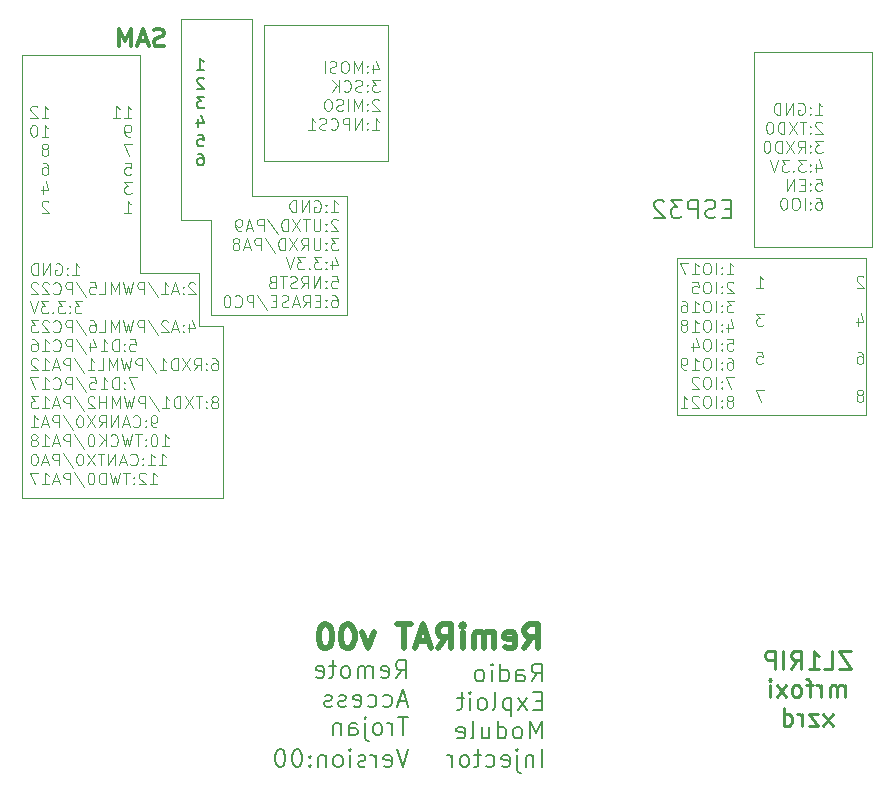
<source format=gbr>
%TF.GenerationSoftware,KiCad,Pcbnew,9.0.3*%
%TF.CreationDate,2025-07-12T21:01:37+12:00*%
%TF.ProjectId,RemiRAT,52656d69-5241-4542-9e6b-696361645f70,rev?*%
%TF.SameCoordinates,Original*%
%TF.FileFunction,Legend,Bot*%
%TF.FilePolarity,Positive*%
%FSLAX46Y46*%
G04 Gerber Fmt 4.6, Leading zero omitted, Abs format (unit mm)*
G04 Created by KiCad (PCBNEW 9.0.3) date 2025-07-12 21:01:37*
%MOMM*%
%LPD*%
G01*
G04 APERTURE LIST*
%ADD10C,0.100000*%
%ADD11C,0.300000*%
%ADD12C,0.500000*%
%ADD13C,0.200000*%
%ADD14C,0.250000*%
G04 APERTURE END LIST*
D10*
X179500000Y-57250000D02*
X189500000Y-57250000D01*
X189500000Y-73750000D01*
X179500000Y-73750000D01*
X179500000Y-57250000D01*
X145000000Y-79500000D02*
X133500000Y-79500000D01*
X137000000Y-54500000D02*
X137000000Y-69500000D01*
X117500000Y-57500000D02*
X117500000Y-95000000D01*
X127500000Y-57500000D02*
X117500000Y-57500000D01*
X145000000Y-69500000D02*
X137000000Y-69500000D01*
X145000000Y-69500000D02*
X145000000Y-79500000D01*
X135000000Y-54500000D02*
X137000000Y-54500000D01*
X134500000Y-95000000D02*
X134500000Y-80500000D01*
X132500000Y-80500000D02*
X132500000Y-76000000D01*
X127500000Y-76000000D02*
X127500000Y-57500000D01*
X131000000Y-71500000D02*
X131000000Y-54500000D01*
X117500000Y-95000000D02*
X134500000Y-95000000D01*
X132500000Y-76000000D02*
X127500000Y-76000000D01*
X131000000Y-71500000D02*
X133500000Y-71500000D01*
X131000000Y-54500000D02*
X135000000Y-54500000D01*
X133500000Y-79500000D02*
X133500000Y-71500000D01*
X173000000Y-74750000D02*
X189000000Y-74750000D01*
X189000000Y-88000000D01*
X173000000Y-88000000D01*
X173000000Y-74750000D01*
X138000000Y-55000000D02*
X148500000Y-55000000D01*
X148500000Y-66500000D01*
X138000000Y-66500000D01*
X138000000Y-55000000D01*
X134500000Y-80500000D02*
X132500000Y-80500000D01*
D11*
X129516917Y-56729400D02*
X129302632Y-56800828D01*
X129302632Y-56800828D02*
X128945489Y-56800828D01*
X128945489Y-56800828D02*
X128802632Y-56729400D01*
X128802632Y-56729400D02*
X128731203Y-56657971D01*
X128731203Y-56657971D02*
X128659774Y-56515114D01*
X128659774Y-56515114D02*
X128659774Y-56372257D01*
X128659774Y-56372257D02*
X128731203Y-56229400D01*
X128731203Y-56229400D02*
X128802632Y-56157971D01*
X128802632Y-56157971D02*
X128945489Y-56086542D01*
X128945489Y-56086542D02*
X129231203Y-56015114D01*
X129231203Y-56015114D02*
X129374060Y-55943685D01*
X129374060Y-55943685D02*
X129445489Y-55872257D01*
X129445489Y-55872257D02*
X129516917Y-55729400D01*
X129516917Y-55729400D02*
X129516917Y-55586542D01*
X129516917Y-55586542D02*
X129445489Y-55443685D01*
X129445489Y-55443685D02*
X129374060Y-55372257D01*
X129374060Y-55372257D02*
X129231203Y-55300828D01*
X129231203Y-55300828D02*
X128874060Y-55300828D01*
X128874060Y-55300828D02*
X128659774Y-55372257D01*
X128088346Y-56372257D02*
X127374061Y-56372257D01*
X128231203Y-56800828D02*
X127731203Y-55300828D01*
X127731203Y-55300828D02*
X127231203Y-56800828D01*
X126731204Y-56800828D02*
X126731204Y-55300828D01*
X126731204Y-55300828D02*
X126231204Y-56372257D01*
X126231204Y-56372257D02*
X125731204Y-55300828D01*
X125731204Y-55300828D02*
X125731204Y-56800828D01*
D10*
X147267544Y-58375920D02*
X147267544Y-59042587D01*
X147505639Y-57994968D02*
X147743734Y-58709253D01*
X147743734Y-58709253D02*
X147124687Y-58709253D01*
X146743734Y-58947348D02*
X146696115Y-58994968D01*
X146696115Y-58994968D02*
X146743734Y-59042587D01*
X146743734Y-59042587D02*
X146791353Y-58994968D01*
X146791353Y-58994968D02*
X146743734Y-58947348D01*
X146743734Y-58947348D02*
X146743734Y-59042587D01*
X146743734Y-58423539D02*
X146696115Y-58471158D01*
X146696115Y-58471158D02*
X146743734Y-58518777D01*
X146743734Y-58518777D02*
X146791353Y-58471158D01*
X146791353Y-58471158D02*
X146743734Y-58423539D01*
X146743734Y-58423539D02*
X146743734Y-58518777D01*
X146267544Y-59042587D02*
X146267544Y-58042587D01*
X146267544Y-58042587D02*
X145934211Y-58756872D01*
X145934211Y-58756872D02*
X145600878Y-58042587D01*
X145600878Y-58042587D02*
X145600878Y-59042587D01*
X144934211Y-58042587D02*
X144743735Y-58042587D01*
X144743735Y-58042587D02*
X144648497Y-58090206D01*
X144648497Y-58090206D02*
X144553259Y-58185444D01*
X144553259Y-58185444D02*
X144505640Y-58375920D01*
X144505640Y-58375920D02*
X144505640Y-58709253D01*
X144505640Y-58709253D02*
X144553259Y-58899729D01*
X144553259Y-58899729D02*
X144648497Y-58994968D01*
X144648497Y-58994968D02*
X144743735Y-59042587D01*
X144743735Y-59042587D02*
X144934211Y-59042587D01*
X144934211Y-59042587D02*
X145029449Y-58994968D01*
X145029449Y-58994968D02*
X145124687Y-58899729D01*
X145124687Y-58899729D02*
X145172306Y-58709253D01*
X145172306Y-58709253D02*
X145172306Y-58375920D01*
X145172306Y-58375920D02*
X145124687Y-58185444D01*
X145124687Y-58185444D02*
X145029449Y-58090206D01*
X145029449Y-58090206D02*
X144934211Y-58042587D01*
X144124687Y-58994968D02*
X143981830Y-59042587D01*
X143981830Y-59042587D02*
X143743735Y-59042587D01*
X143743735Y-59042587D02*
X143648497Y-58994968D01*
X143648497Y-58994968D02*
X143600878Y-58947348D01*
X143600878Y-58947348D02*
X143553259Y-58852110D01*
X143553259Y-58852110D02*
X143553259Y-58756872D01*
X143553259Y-58756872D02*
X143600878Y-58661634D01*
X143600878Y-58661634D02*
X143648497Y-58614015D01*
X143648497Y-58614015D02*
X143743735Y-58566396D01*
X143743735Y-58566396D02*
X143934211Y-58518777D01*
X143934211Y-58518777D02*
X144029449Y-58471158D01*
X144029449Y-58471158D02*
X144077068Y-58423539D01*
X144077068Y-58423539D02*
X144124687Y-58328301D01*
X144124687Y-58328301D02*
X144124687Y-58233063D01*
X144124687Y-58233063D02*
X144077068Y-58137825D01*
X144077068Y-58137825D02*
X144029449Y-58090206D01*
X144029449Y-58090206D02*
X143934211Y-58042587D01*
X143934211Y-58042587D02*
X143696116Y-58042587D01*
X143696116Y-58042587D02*
X143553259Y-58090206D01*
X143124687Y-59042587D02*
X143124687Y-58042587D01*
X147791353Y-59652531D02*
X147172306Y-59652531D01*
X147172306Y-59652531D02*
X147505639Y-60033483D01*
X147505639Y-60033483D02*
X147362782Y-60033483D01*
X147362782Y-60033483D02*
X147267544Y-60081102D01*
X147267544Y-60081102D02*
X147219925Y-60128721D01*
X147219925Y-60128721D02*
X147172306Y-60223959D01*
X147172306Y-60223959D02*
X147172306Y-60462054D01*
X147172306Y-60462054D02*
X147219925Y-60557292D01*
X147219925Y-60557292D02*
X147267544Y-60604912D01*
X147267544Y-60604912D02*
X147362782Y-60652531D01*
X147362782Y-60652531D02*
X147648496Y-60652531D01*
X147648496Y-60652531D02*
X147743734Y-60604912D01*
X147743734Y-60604912D02*
X147791353Y-60557292D01*
X146743734Y-60557292D02*
X146696115Y-60604912D01*
X146696115Y-60604912D02*
X146743734Y-60652531D01*
X146743734Y-60652531D02*
X146791353Y-60604912D01*
X146791353Y-60604912D02*
X146743734Y-60557292D01*
X146743734Y-60557292D02*
X146743734Y-60652531D01*
X146743734Y-60033483D02*
X146696115Y-60081102D01*
X146696115Y-60081102D02*
X146743734Y-60128721D01*
X146743734Y-60128721D02*
X146791353Y-60081102D01*
X146791353Y-60081102D02*
X146743734Y-60033483D01*
X146743734Y-60033483D02*
X146743734Y-60128721D01*
X146315163Y-60604912D02*
X146172306Y-60652531D01*
X146172306Y-60652531D02*
X145934211Y-60652531D01*
X145934211Y-60652531D02*
X145838973Y-60604912D01*
X145838973Y-60604912D02*
X145791354Y-60557292D01*
X145791354Y-60557292D02*
X145743735Y-60462054D01*
X145743735Y-60462054D02*
X145743735Y-60366816D01*
X145743735Y-60366816D02*
X145791354Y-60271578D01*
X145791354Y-60271578D02*
X145838973Y-60223959D01*
X145838973Y-60223959D02*
X145934211Y-60176340D01*
X145934211Y-60176340D02*
X146124687Y-60128721D01*
X146124687Y-60128721D02*
X146219925Y-60081102D01*
X146219925Y-60081102D02*
X146267544Y-60033483D01*
X146267544Y-60033483D02*
X146315163Y-59938245D01*
X146315163Y-59938245D02*
X146315163Y-59843007D01*
X146315163Y-59843007D02*
X146267544Y-59747769D01*
X146267544Y-59747769D02*
X146219925Y-59700150D01*
X146219925Y-59700150D02*
X146124687Y-59652531D01*
X146124687Y-59652531D02*
X145886592Y-59652531D01*
X145886592Y-59652531D02*
X145743735Y-59700150D01*
X144743735Y-60557292D02*
X144791354Y-60604912D01*
X144791354Y-60604912D02*
X144934211Y-60652531D01*
X144934211Y-60652531D02*
X145029449Y-60652531D01*
X145029449Y-60652531D02*
X145172306Y-60604912D01*
X145172306Y-60604912D02*
X145267544Y-60509673D01*
X145267544Y-60509673D02*
X145315163Y-60414435D01*
X145315163Y-60414435D02*
X145362782Y-60223959D01*
X145362782Y-60223959D02*
X145362782Y-60081102D01*
X145362782Y-60081102D02*
X145315163Y-59890626D01*
X145315163Y-59890626D02*
X145267544Y-59795388D01*
X145267544Y-59795388D02*
X145172306Y-59700150D01*
X145172306Y-59700150D02*
X145029449Y-59652531D01*
X145029449Y-59652531D02*
X144934211Y-59652531D01*
X144934211Y-59652531D02*
X144791354Y-59700150D01*
X144791354Y-59700150D02*
X144743735Y-59747769D01*
X144315163Y-60652531D02*
X144315163Y-59652531D01*
X143743735Y-60652531D02*
X144172306Y-60081102D01*
X143743735Y-59652531D02*
X144315163Y-60223959D01*
X147743734Y-61357713D02*
X147696115Y-61310094D01*
X147696115Y-61310094D02*
X147600877Y-61262475D01*
X147600877Y-61262475D02*
X147362782Y-61262475D01*
X147362782Y-61262475D02*
X147267544Y-61310094D01*
X147267544Y-61310094D02*
X147219925Y-61357713D01*
X147219925Y-61357713D02*
X147172306Y-61452951D01*
X147172306Y-61452951D02*
X147172306Y-61548189D01*
X147172306Y-61548189D02*
X147219925Y-61691046D01*
X147219925Y-61691046D02*
X147791353Y-62262475D01*
X147791353Y-62262475D02*
X147172306Y-62262475D01*
X146743734Y-62167236D02*
X146696115Y-62214856D01*
X146696115Y-62214856D02*
X146743734Y-62262475D01*
X146743734Y-62262475D02*
X146791353Y-62214856D01*
X146791353Y-62214856D02*
X146743734Y-62167236D01*
X146743734Y-62167236D02*
X146743734Y-62262475D01*
X146743734Y-61643427D02*
X146696115Y-61691046D01*
X146696115Y-61691046D02*
X146743734Y-61738665D01*
X146743734Y-61738665D02*
X146791353Y-61691046D01*
X146791353Y-61691046D02*
X146743734Y-61643427D01*
X146743734Y-61643427D02*
X146743734Y-61738665D01*
X146267544Y-62262475D02*
X146267544Y-61262475D01*
X146267544Y-61262475D02*
X145934211Y-61976760D01*
X145934211Y-61976760D02*
X145600878Y-61262475D01*
X145600878Y-61262475D02*
X145600878Y-62262475D01*
X145124687Y-62262475D02*
X145124687Y-61262475D01*
X144696116Y-62214856D02*
X144553259Y-62262475D01*
X144553259Y-62262475D02*
X144315164Y-62262475D01*
X144315164Y-62262475D02*
X144219926Y-62214856D01*
X144219926Y-62214856D02*
X144172307Y-62167236D01*
X144172307Y-62167236D02*
X144124688Y-62071998D01*
X144124688Y-62071998D02*
X144124688Y-61976760D01*
X144124688Y-61976760D02*
X144172307Y-61881522D01*
X144172307Y-61881522D02*
X144219926Y-61833903D01*
X144219926Y-61833903D02*
X144315164Y-61786284D01*
X144315164Y-61786284D02*
X144505640Y-61738665D01*
X144505640Y-61738665D02*
X144600878Y-61691046D01*
X144600878Y-61691046D02*
X144648497Y-61643427D01*
X144648497Y-61643427D02*
X144696116Y-61548189D01*
X144696116Y-61548189D02*
X144696116Y-61452951D01*
X144696116Y-61452951D02*
X144648497Y-61357713D01*
X144648497Y-61357713D02*
X144600878Y-61310094D01*
X144600878Y-61310094D02*
X144505640Y-61262475D01*
X144505640Y-61262475D02*
X144267545Y-61262475D01*
X144267545Y-61262475D02*
X144124688Y-61310094D01*
X143505640Y-61262475D02*
X143315164Y-61262475D01*
X143315164Y-61262475D02*
X143219926Y-61310094D01*
X143219926Y-61310094D02*
X143124688Y-61405332D01*
X143124688Y-61405332D02*
X143077069Y-61595808D01*
X143077069Y-61595808D02*
X143077069Y-61929141D01*
X143077069Y-61929141D02*
X143124688Y-62119617D01*
X143124688Y-62119617D02*
X143219926Y-62214856D01*
X143219926Y-62214856D02*
X143315164Y-62262475D01*
X143315164Y-62262475D02*
X143505640Y-62262475D01*
X143505640Y-62262475D02*
X143600878Y-62214856D01*
X143600878Y-62214856D02*
X143696116Y-62119617D01*
X143696116Y-62119617D02*
X143743735Y-61929141D01*
X143743735Y-61929141D02*
X143743735Y-61595808D01*
X143743735Y-61595808D02*
X143696116Y-61405332D01*
X143696116Y-61405332D02*
X143600878Y-61310094D01*
X143600878Y-61310094D02*
X143505640Y-61262475D01*
X147172306Y-63872419D02*
X147743734Y-63872419D01*
X147458020Y-63872419D02*
X147458020Y-62872419D01*
X147458020Y-62872419D02*
X147553258Y-63015276D01*
X147553258Y-63015276D02*
X147648496Y-63110514D01*
X147648496Y-63110514D02*
X147743734Y-63158133D01*
X146743734Y-63777180D02*
X146696115Y-63824800D01*
X146696115Y-63824800D02*
X146743734Y-63872419D01*
X146743734Y-63872419D02*
X146791353Y-63824800D01*
X146791353Y-63824800D02*
X146743734Y-63777180D01*
X146743734Y-63777180D02*
X146743734Y-63872419D01*
X146743734Y-63253371D02*
X146696115Y-63300990D01*
X146696115Y-63300990D02*
X146743734Y-63348609D01*
X146743734Y-63348609D02*
X146791353Y-63300990D01*
X146791353Y-63300990D02*
X146743734Y-63253371D01*
X146743734Y-63253371D02*
X146743734Y-63348609D01*
X146267544Y-63872419D02*
X146267544Y-62872419D01*
X146267544Y-62872419D02*
X145696116Y-63872419D01*
X145696116Y-63872419D02*
X145696116Y-62872419D01*
X145219925Y-63872419D02*
X145219925Y-62872419D01*
X145219925Y-62872419D02*
X144838973Y-62872419D01*
X144838973Y-62872419D02*
X144743735Y-62920038D01*
X144743735Y-62920038D02*
X144696116Y-62967657D01*
X144696116Y-62967657D02*
X144648497Y-63062895D01*
X144648497Y-63062895D02*
X144648497Y-63205752D01*
X144648497Y-63205752D02*
X144696116Y-63300990D01*
X144696116Y-63300990D02*
X144743735Y-63348609D01*
X144743735Y-63348609D02*
X144838973Y-63396228D01*
X144838973Y-63396228D02*
X145219925Y-63396228D01*
X143648497Y-63777180D02*
X143696116Y-63824800D01*
X143696116Y-63824800D02*
X143838973Y-63872419D01*
X143838973Y-63872419D02*
X143934211Y-63872419D01*
X143934211Y-63872419D02*
X144077068Y-63824800D01*
X144077068Y-63824800D02*
X144172306Y-63729561D01*
X144172306Y-63729561D02*
X144219925Y-63634323D01*
X144219925Y-63634323D02*
X144267544Y-63443847D01*
X144267544Y-63443847D02*
X144267544Y-63300990D01*
X144267544Y-63300990D02*
X144219925Y-63110514D01*
X144219925Y-63110514D02*
X144172306Y-63015276D01*
X144172306Y-63015276D02*
X144077068Y-62920038D01*
X144077068Y-62920038D02*
X143934211Y-62872419D01*
X143934211Y-62872419D02*
X143838973Y-62872419D01*
X143838973Y-62872419D02*
X143696116Y-62920038D01*
X143696116Y-62920038D02*
X143648497Y-62967657D01*
X143267544Y-63824800D02*
X143124687Y-63872419D01*
X143124687Y-63872419D02*
X142886592Y-63872419D01*
X142886592Y-63872419D02*
X142791354Y-63824800D01*
X142791354Y-63824800D02*
X142743735Y-63777180D01*
X142743735Y-63777180D02*
X142696116Y-63681942D01*
X142696116Y-63681942D02*
X142696116Y-63586704D01*
X142696116Y-63586704D02*
X142743735Y-63491466D01*
X142743735Y-63491466D02*
X142791354Y-63443847D01*
X142791354Y-63443847D02*
X142886592Y-63396228D01*
X142886592Y-63396228D02*
X143077068Y-63348609D01*
X143077068Y-63348609D02*
X143172306Y-63300990D01*
X143172306Y-63300990D02*
X143219925Y-63253371D01*
X143219925Y-63253371D02*
X143267544Y-63158133D01*
X143267544Y-63158133D02*
X143267544Y-63062895D01*
X143267544Y-63062895D02*
X143219925Y-62967657D01*
X143219925Y-62967657D02*
X143172306Y-62920038D01*
X143172306Y-62920038D02*
X143077068Y-62872419D01*
X143077068Y-62872419D02*
X142838973Y-62872419D01*
X142838973Y-62872419D02*
X142696116Y-62920038D01*
X141743735Y-63872419D02*
X142315163Y-63872419D01*
X142029449Y-63872419D02*
X142029449Y-62872419D01*
X142029449Y-62872419D02*
X142124687Y-63015276D01*
X142124687Y-63015276D02*
X142219925Y-63110514D01*
X142219925Y-63110514D02*
X142315163Y-63158133D01*
D12*
X160052005Y-107729238D02*
X160718672Y-106776857D01*
X161194862Y-107729238D02*
X161194862Y-105729238D01*
X161194862Y-105729238D02*
X160432957Y-105729238D01*
X160432957Y-105729238D02*
X160242481Y-105824476D01*
X160242481Y-105824476D02*
X160147243Y-105919714D01*
X160147243Y-105919714D02*
X160052005Y-106110190D01*
X160052005Y-106110190D02*
X160052005Y-106395904D01*
X160052005Y-106395904D02*
X160147243Y-106586380D01*
X160147243Y-106586380D02*
X160242481Y-106681619D01*
X160242481Y-106681619D02*
X160432957Y-106776857D01*
X160432957Y-106776857D02*
X161194862Y-106776857D01*
X158432957Y-107634000D02*
X158623433Y-107729238D01*
X158623433Y-107729238D02*
X159004386Y-107729238D01*
X159004386Y-107729238D02*
X159194862Y-107634000D01*
X159194862Y-107634000D02*
X159290100Y-107443523D01*
X159290100Y-107443523D02*
X159290100Y-106681619D01*
X159290100Y-106681619D02*
X159194862Y-106491142D01*
X159194862Y-106491142D02*
X159004386Y-106395904D01*
X159004386Y-106395904D02*
X158623433Y-106395904D01*
X158623433Y-106395904D02*
X158432957Y-106491142D01*
X158432957Y-106491142D02*
X158337719Y-106681619D01*
X158337719Y-106681619D02*
X158337719Y-106872095D01*
X158337719Y-106872095D02*
X159290100Y-107062571D01*
X157480576Y-107729238D02*
X157480576Y-106395904D01*
X157480576Y-106586380D02*
X157385338Y-106491142D01*
X157385338Y-106491142D02*
X157194862Y-106395904D01*
X157194862Y-106395904D02*
X156909147Y-106395904D01*
X156909147Y-106395904D02*
X156718671Y-106491142D01*
X156718671Y-106491142D02*
X156623433Y-106681619D01*
X156623433Y-106681619D02*
X156623433Y-107729238D01*
X156623433Y-106681619D02*
X156528195Y-106491142D01*
X156528195Y-106491142D02*
X156337719Y-106395904D01*
X156337719Y-106395904D02*
X156052005Y-106395904D01*
X156052005Y-106395904D02*
X155861528Y-106491142D01*
X155861528Y-106491142D02*
X155766290Y-106681619D01*
X155766290Y-106681619D02*
X155766290Y-107729238D01*
X154813909Y-107729238D02*
X154813909Y-106395904D01*
X154813909Y-105729238D02*
X154909147Y-105824476D01*
X154909147Y-105824476D02*
X154813909Y-105919714D01*
X154813909Y-105919714D02*
X154718671Y-105824476D01*
X154718671Y-105824476D02*
X154813909Y-105729238D01*
X154813909Y-105729238D02*
X154813909Y-105919714D01*
X152718671Y-107729238D02*
X153385338Y-106776857D01*
X153861528Y-107729238D02*
X153861528Y-105729238D01*
X153861528Y-105729238D02*
X153099623Y-105729238D01*
X153099623Y-105729238D02*
X152909147Y-105824476D01*
X152909147Y-105824476D02*
X152813909Y-105919714D01*
X152813909Y-105919714D02*
X152718671Y-106110190D01*
X152718671Y-106110190D02*
X152718671Y-106395904D01*
X152718671Y-106395904D02*
X152813909Y-106586380D01*
X152813909Y-106586380D02*
X152909147Y-106681619D01*
X152909147Y-106681619D02*
X153099623Y-106776857D01*
X153099623Y-106776857D02*
X153861528Y-106776857D01*
X151956766Y-107157809D02*
X151004385Y-107157809D01*
X152147242Y-107729238D02*
X151480576Y-105729238D01*
X151480576Y-105729238D02*
X150813909Y-107729238D01*
X150432956Y-105729238D02*
X149290099Y-105729238D01*
X149861528Y-107729238D02*
X149861528Y-105729238D01*
X147290098Y-106395904D02*
X146813908Y-107729238D01*
X146813908Y-107729238D02*
X146337717Y-106395904D01*
X145194860Y-105729238D02*
X145004383Y-105729238D01*
X145004383Y-105729238D02*
X144813907Y-105824476D01*
X144813907Y-105824476D02*
X144718669Y-105919714D01*
X144718669Y-105919714D02*
X144623431Y-106110190D01*
X144623431Y-106110190D02*
X144528193Y-106491142D01*
X144528193Y-106491142D02*
X144528193Y-106967333D01*
X144528193Y-106967333D02*
X144623431Y-107348285D01*
X144623431Y-107348285D02*
X144718669Y-107538761D01*
X144718669Y-107538761D02*
X144813907Y-107634000D01*
X144813907Y-107634000D02*
X145004383Y-107729238D01*
X145004383Y-107729238D02*
X145194860Y-107729238D01*
X145194860Y-107729238D02*
X145385336Y-107634000D01*
X145385336Y-107634000D02*
X145480574Y-107538761D01*
X145480574Y-107538761D02*
X145575812Y-107348285D01*
X145575812Y-107348285D02*
X145671050Y-106967333D01*
X145671050Y-106967333D02*
X145671050Y-106491142D01*
X145671050Y-106491142D02*
X145575812Y-106110190D01*
X145575812Y-106110190D02*
X145480574Y-105919714D01*
X145480574Y-105919714D02*
X145385336Y-105824476D01*
X145385336Y-105824476D02*
X145194860Y-105729238D01*
X143290098Y-105729238D02*
X143099621Y-105729238D01*
X143099621Y-105729238D02*
X142909145Y-105824476D01*
X142909145Y-105824476D02*
X142813907Y-105919714D01*
X142813907Y-105919714D02*
X142718669Y-106110190D01*
X142718669Y-106110190D02*
X142623431Y-106491142D01*
X142623431Y-106491142D02*
X142623431Y-106967333D01*
X142623431Y-106967333D02*
X142718669Y-107348285D01*
X142718669Y-107348285D02*
X142813907Y-107538761D01*
X142813907Y-107538761D02*
X142909145Y-107634000D01*
X142909145Y-107634000D02*
X143099621Y-107729238D01*
X143099621Y-107729238D02*
X143290098Y-107729238D01*
X143290098Y-107729238D02*
X143480574Y-107634000D01*
X143480574Y-107634000D02*
X143575812Y-107538761D01*
X143575812Y-107538761D02*
X143671050Y-107348285D01*
X143671050Y-107348285D02*
X143766288Y-106967333D01*
X143766288Y-106967333D02*
X143766288Y-106491142D01*
X143766288Y-106491142D02*
X143671050Y-106110190D01*
X143671050Y-106110190D02*
X143575812Y-105919714D01*
X143575812Y-105919714D02*
X143480574Y-105824476D01*
X143480574Y-105824476D02*
X143290098Y-105729238D01*
D10*
X121780074Y-76163035D02*
X122351502Y-76163035D01*
X122065788Y-76163035D02*
X122065788Y-75163035D01*
X122065788Y-75163035D02*
X122161026Y-75305892D01*
X122161026Y-75305892D02*
X122256264Y-75401130D01*
X122256264Y-75401130D02*
X122351502Y-75448749D01*
X121351502Y-76067796D02*
X121303883Y-76115416D01*
X121303883Y-76115416D02*
X121351502Y-76163035D01*
X121351502Y-76163035D02*
X121399121Y-76115416D01*
X121399121Y-76115416D02*
X121351502Y-76067796D01*
X121351502Y-76067796D02*
X121351502Y-76163035D01*
X121351502Y-75543987D02*
X121303883Y-75591606D01*
X121303883Y-75591606D02*
X121351502Y-75639225D01*
X121351502Y-75639225D02*
X121399121Y-75591606D01*
X121399121Y-75591606D02*
X121351502Y-75543987D01*
X121351502Y-75543987D02*
X121351502Y-75639225D01*
X120351503Y-75210654D02*
X120446741Y-75163035D01*
X120446741Y-75163035D02*
X120589598Y-75163035D01*
X120589598Y-75163035D02*
X120732455Y-75210654D01*
X120732455Y-75210654D02*
X120827693Y-75305892D01*
X120827693Y-75305892D02*
X120875312Y-75401130D01*
X120875312Y-75401130D02*
X120922931Y-75591606D01*
X120922931Y-75591606D02*
X120922931Y-75734463D01*
X120922931Y-75734463D02*
X120875312Y-75924939D01*
X120875312Y-75924939D02*
X120827693Y-76020177D01*
X120827693Y-76020177D02*
X120732455Y-76115416D01*
X120732455Y-76115416D02*
X120589598Y-76163035D01*
X120589598Y-76163035D02*
X120494360Y-76163035D01*
X120494360Y-76163035D02*
X120351503Y-76115416D01*
X120351503Y-76115416D02*
X120303884Y-76067796D01*
X120303884Y-76067796D02*
X120303884Y-75734463D01*
X120303884Y-75734463D02*
X120494360Y-75734463D01*
X119875312Y-76163035D02*
X119875312Y-75163035D01*
X119875312Y-75163035D02*
X119303884Y-76163035D01*
X119303884Y-76163035D02*
X119303884Y-75163035D01*
X118827693Y-76163035D02*
X118827693Y-75163035D01*
X118827693Y-75163035D02*
X118589598Y-75163035D01*
X118589598Y-75163035D02*
X118446741Y-75210654D01*
X118446741Y-75210654D02*
X118351503Y-75305892D01*
X118351503Y-75305892D02*
X118303884Y-75401130D01*
X118303884Y-75401130D02*
X118256265Y-75591606D01*
X118256265Y-75591606D02*
X118256265Y-75734463D01*
X118256265Y-75734463D02*
X118303884Y-75924939D01*
X118303884Y-75924939D02*
X118351503Y-76020177D01*
X118351503Y-76020177D02*
X118446741Y-76115416D01*
X118446741Y-76115416D02*
X118589598Y-76163035D01*
X118589598Y-76163035D02*
X118827693Y-76163035D01*
X132161026Y-76868217D02*
X132113407Y-76820598D01*
X132113407Y-76820598D02*
X132018169Y-76772979D01*
X132018169Y-76772979D02*
X131780074Y-76772979D01*
X131780074Y-76772979D02*
X131684836Y-76820598D01*
X131684836Y-76820598D02*
X131637217Y-76868217D01*
X131637217Y-76868217D02*
X131589598Y-76963455D01*
X131589598Y-76963455D02*
X131589598Y-77058693D01*
X131589598Y-77058693D02*
X131637217Y-77201550D01*
X131637217Y-77201550D02*
X132208645Y-77772979D01*
X132208645Y-77772979D02*
X131589598Y-77772979D01*
X131161026Y-77677740D02*
X131113407Y-77725360D01*
X131113407Y-77725360D02*
X131161026Y-77772979D01*
X131161026Y-77772979D02*
X131208645Y-77725360D01*
X131208645Y-77725360D02*
X131161026Y-77677740D01*
X131161026Y-77677740D02*
X131161026Y-77772979D01*
X131161026Y-77153931D02*
X131113407Y-77201550D01*
X131113407Y-77201550D02*
X131161026Y-77249169D01*
X131161026Y-77249169D02*
X131208645Y-77201550D01*
X131208645Y-77201550D02*
X131161026Y-77153931D01*
X131161026Y-77153931D02*
X131161026Y-77249169D01*
X130732455Y-77487264D02*
X130256265Y-77487264D01*
X130827693Y-77772979D02*
X130494360Y-76772979D01*
X130494360Y-76772979D02*
X130161027Y-77772979D01*
X129303884Y-77772979D02*
X129875312Y-77772979D01*
X129589598Y-77772979D02*
X129589598Y-76772979D01*
X129589598Y-76772979D02*
X129684836Y-76915836D01*
X129684836Y-76915836D02*
X129780074Y-77011074D01*
X129780074Y-77011074D02*
X129875312Y-77058693D01*
X128161027Y-76725360D02*
X129018169Y-78011074D01*
X127827693Y-77772979D02*
X127827693Y-76772979D01*
X127827693Y-76772979D02*
X127446741Y-76772979D01*
X127446741Y-76772979D02*
X127351503Y-76820598D01*
X127351503Y-76820598D02*
X127303884Y-76868217D01*
X127303884Y-76868217D02*
X127256265Y-76963455D01*
X127256265Y-76963455D02*
X127256265Y-77106312D01*
X127256265Y-77106312D02*
X127303884Y-77201550D01*
X127303884Y-77201550D02*
X127351503Y-77249169D01*
X127351503Y-77249169D02*
X127446741Y-77296788D01*
X127446741Y-77296788D02*
X127827693Y-77296788D01*
X126922931Y-76772979D02*
X126684836Y-77772979D01*
X126684836Y-77772979D02*
X126494360Y-77058693D01*
X126494360Y-77058693D02*
X126303884Y-77772979D01*
X126303884Y-77772979D02*
X126065789Y-76772979D01*
X125684836Y-77772979D02*
X125684836Y-76772979D01*
X125684836Y-76772979D02*
X125351503Y-77487264D01*
X125351503Y-77487264D02*
X125018170Y-76772979D01*
X125018170Y-76772979D02*
X125018170Y-77772979D01*
X124065789Y-77772979D02*
X124541979Y-77772979D01*
X124541979Y-77772979D02*
X124541979Y-76772979D01*
X123256265Y-76772979D02*
X123732455Y-76772979D01*
X123732455Y-76772979D02*
X123780074Y-77249169D01*
X123780074Y-77249169D02*
X123732455Y-77201550D01*
X123732455Y-77201550D02*
X123637217Y-77153931D01*
X123637217Y-77153931D02*
X123399122Y-77153931D01*
X123399122Y-77153931D02*
X123303884Y-77201550D01*
X123303884Y-77201550D02*
X123256265Y-77249169D01*
X123256265Y-77249169D02*
X123208646Y-77344407D01*
X123208646Y-77344407D02*
X123208646Y-77582502D01*
X123208646Y-77582502D02*
X123256265Y-77677740D01*
X123256265Y-77677740D02*
X123303884Y-77725360D01*
X123303884Y-77725360D02*
X123399122Y-77772979D01*
X123399122Y-77772979D02*
X123637217Y-77772979D01*
X123637217Y-77772979D02*
X123732455Y-77725360D01*
X123732455Y-77725360D02*
X123780074Y-77677740D01*
X122065789Y-76725360D02*
X122922931Y-78011074D01*
X121732455Y-77772979D02*
X121732455Y-76772979D01*
X121732455Y-76772979D02*
X121351503Y-76772979D01*
X121351503Y-76772979D02*
X121256265Y-76820598D01*
X121256265Y-76820598D02*
X121208646Y-76868217D01*
X121208646Y-76868217D02*
X121161027Y-76963455D01*
X121161027Y-76963455D02*
X121161027Y-77106312D01*
X121161027Y-77106312D02*
X121208646Y-77201550D01*
X121208646Y-77201550D02*
X121256265Y-77249169D01*
X121256265Y-77249169D02*
X121351503Y-77296788D01*
X121351503Y-77296788D02*
X121732455Y-77296788D01*
X120161027Y-77677740D02*
X120208646Y-77725360D01*
X120208646Y-77725360D02*
X120351503Y-77772979D01*
X120351503Y-77772979D02*
X120446741Y-77772979D01*
X120446741Y-77772979D02*
X120589598Y-77725360D01*
X120589598Y-77725360D02*
X120684836Y-77630121D01*
X120684836Y-77630121D02*
X120732455Y-77534883D01*
X120732455Y-77534883D02*
X120780074Y-77344407D01*
X120780074Y-77344407D02*
X120780074Y-77201550D01*
X120780074Y-77201550D02*
X120732455Y-77011074D01*
X120732455Y-77011074D02*
X120684836Y-76915836D01*
X120684836Y-76915836D02*
X120589598Y-76820598D01*
X120589598Y-76820598D02*
X120446741Y-76772979D01*
X120446741Y-76772979D02*
X120351503Y-76772979D01*
X120351503Y-76772979D02*
X120208646Y-76820598D01*
X120208646Y-76820598D02*
X120161027Y-76868217D01*
X119780074Y-76868217D02*
X119732455Y-76820598D01*
X119732455Y-76820598D02*
X119637217Y-76772979D01*
X119637217Y-76772979D02*
X119399122Y-76772979D01*
X119399122Y-76772979D02*
X119303884Y-76820598D01*
X119303884Y-76820598D02*
X119256265Y-76868217D01*
X119256265Y-76868217D02*
X119208646Y-76963455D01*
X119208646Y-76963455D02*
X119208646Y-77058693D01*
X119208646Y-77058693D02*
X119256265Y-77201550D01*
X119256265Y-77201550D02*
X119827693Y-77772979D01*
X119827693Y-77772979D02*
X119208646Y-77772979D01*
X118827693Y-76868217D02*
X118780074Y-76820598D01*
X118780074Y-76820598D02*
X118684836Y-76772979D01*
X118684836Y-76772979D02*
X118446741Y-76772979D01*
X118446741Y-76772979D02*
X118351503Y-76820598D01*
X118351503Y-76820598D02*
X118303884Y-76868217D01*
X118303884Y-76868217D02*
X118256265Y-76963455D01*
X118256265Y-76963455D02*
X118256265Y-77058693D01*
X118256265Y-77058693D02*
X118303884Y-77201550D01*
X118303884Y-77201550D02*
X118875312Y-77772979D01*
X118875312Y-77772979D02*
X118256265Y-77772979D01*
X122589597Y-78382923D02*
X121970550Y-78382923D01*
X121970550Y-78382923D02*
X122303883Y-78763875D01*
X122303883Y-78763875D02*
X122161026Y-78763875D01*
X122161026Y-78763875D02*
X122065788Y-78811494D01*
X122065788Y-78811494D02*
X122018169Y-78859113D01*
X122018169Y-78859113D02*
X121970550Y-78954351D01*
X121970550Y-78954351D02*
X121970550Y-79192446D01*
X121970550Y-79192446D02*
X122018169Y-79287684D01*
X122018169Y-79287684D02*
X122065788Y-79335304D01*
X122065788Y-79335304D02*
X122161026Y-79382923D01*
X122161026Y-79382923D02*
X122446740Y-79382923D01*
X122446740Y-79382923D02*
X122541978Y-79335304D01*
X122541978Y-79335304D02*
X122589597Y-79287684D01*
X121541978Y-79287684D02*
X121494359Y-79335304D01*
X121494359Y-79335304D02*
X121541978Y-79382923D01*
X121541978Y-79382923D02*
X121589597Y-79335304D01*
X121589597Y-79335304D02*
X121541978Y-79287684D01*
X121541978Y-79287684D02*
X121541978Y-79382923D01*
X121541978Y-78763875D02*
X121494359Y-78811494D01*
X121494359Y-78811494D02*
X121541978Y-78859113D01*
X121541978Y-78859113D02*
X121589597Y-78811494D01*
X121589597Y-78811494D02*
X121541978Y-78763875D01*
X121541978Y-78763875D02*
X121541978Y-78859113D01*
X121161026Y-78382923D02*
X120541979Y-78382923D01*
X120541979Y-78382923D02*
X120875312Y-78763875D01*
X120875312Y-78763875D02*
X120732455Y-78763875D01*
X120732455Y-78763875D02*
X120637217Y-78811494D01*
X120637217Y-78811494D02*
X120589598Y-78859113D01*
X120589598Y-78859113D02*
X120541979Y-78954351D01*
X120541979Y-78954351D02*
X120541979Y-79192446D01*
X120541979Y-79192446D02*
X120589598Y-79287684D01*
X120589598Y-79287684D02*
X120637217Y-79335304D01*
X120637217Y-79335304D02*
X120732455Y-79382923D01*
X120732455Y-79382923D02*
X121018169Y-79382923D01*
X121018169Y-79382923D02*
X121113407Y-79335304D01*
X121113407Y-79335304D02*
X121161026Y-79287684D01*
X120113407Y-79287684D02*
X120065788Y-79335304D01*
X120065788Y-79335304D02*
X120113407Y-79382923D01*
X120113407Y-79382923D02*
X120161026Y-79335304D01*
X120161026Y-79335304D02*
X120113407Y-79287684D01*
X120113407Y-79287684D02*
X120113407Y-79382923D01*
X119732455Y-78382923D02*
X119113408Y-78382923D01*
X119113408Y-78382923D02*
X119446741Y-78763875D01*
X119446741Y-78763875D02*
X119303884Y-78763875D01*
X119303884Y-78763875D02*
X119208646Y-78811494D01*
X119208646Y-78811494D02*
X119161027Y-78859113D01*
X119161027Y-78859113D02*
X119113408Y-78954351D01*
X119113408Y-78954351D02*
X119113408Y-79192446D01*
X119113408Y-79192446D02*
X119161027Y-79287684D01*
X119161027Y-79287684D02*
X119208646Y-79335304D01*
X119208646Y-79335304D02*
X119303884Y-79382923D01*
X119303884Y-79382923D02*
X119589598Y-79382923D01*
X119589598Y-79382923D02*
X119684836Y-79335304D01*
X119684836Y-79335304D02*
X119732455Y-79287684D01*
X118827693Y-78382923D02*
X118494360Y-79382923D01*
X118494360Y-79382923D02*
X118161027Y-78382923D01*
X131684836Y-80326200D02*
X131684836Y-80992867D01*
X131922931Y-79945248D02*
X132161026Y-80659533D01*
X132161026Y-80659533D02*
X131541979Y-80659533D01*
X131161026Y-80897628D02*
X131113407Y-80945248D01*
X131113407Y-80945248D02*
X131161026Y-80992867D01*
X131161026Y-80992867D02*
X131208645Y-80945248D01*
X131208645Y-80945248D02*
X131161026Y-80897628D01*
X131161026Y-80897628D02*
X131161026Y-80992867D01*
X131161026Y-80373819D02*
X131113407Y-80421438D01*
X131113407Y-80421438D02*
X131161026Y-80469057D01*
X131161026Y-80469057D02*
X131208645Y-80421438D01*
X131208645Y-80421438D02*
X131161026Y-80373819D01*
X131161026Y-80373819D02*
X131161026Y-80469057D01*
X130732455Y-80707152D02*
X130256265Y-80707152D01*
X130827693Y-80992867D02*
X130494360Y-79992867D01*
X130494360Y-79992867D02*
X130161027Y-80992867D01*
X129875312Y-80088105D02*
X129827693Y-80040486D01*
X129827693Y-80040486D02*
X129732455Y-79992867D01*
X129732455Y-79992867D02*
X129494360Y-79992867D01*
X129494360Y-79992867D02*
X129399122Y-80040486D01*
X129399122Y-80040486D02*
X129351503Y-80088105D01*
X129351503Y-80088105D02*
X129303884Y-80183343D01*
X129303884Y-80183343D02*
X129303884Y-80278581D01*
X129303884Y-80278581D02*
X129351503Y-80421438D01*
X129351503Y-80421438D02*
X129922931Y-80992867D01*
X129922931Y-80992867D02*
X129303884Y-80992867D01*
X128161027Y-79945248D02*
X129018169Y-81230962D01*
X127827693Y-80992867D02*
X127827693Y-79992867D01*
X127827693Y-79992867D02*
X127446741Y-79992867D01*
X127446741Y-79992867D02*
X127351503Y-80040486D01*
X127351503Y-80040486D02*
X127303884Y-80088105D01*
X127303884Y-80088105D02*
X127256265Y-80183343D01*
X127256265Y-80183343D02*
X127256265Y-80326200D01*
X127256265Y-80326200D02*
X127303884Y-80421438D01*
X127303884Y-80421438D02*
X127351503Y-80469057D01*
X127351503Y-80469057D02*
X127446741Y-80516676D01*
X127446741Y-80516676D02*
X127827693Y-80516676D01*
X126922931Y-79992867D02*
X126684836Y-80992867D01*
X126684836Y-80992867D02*
X126494360Y-80278581D01*
X126494360Y-80278581D02*
X126303884Y-80992867D01*
X126303884Y-80992867D02*
X126065789Y-79992867D01*
X125684836Y-80992867D02*
X125684836Y-79992867D01*
X125684836Y-79992867D02*
X125351503Y-80707152D01*
X125351503Y-80707152D02*
X125018170Y-79992867D01*
X125018170Y-79992867D02*
X125018170Y-80992867D01*
X124065789Y-80992867D02*
X124541979Y-80992867D01*
X124541979Y-80992867D02*
X124541979Y-79992867D01*
X123303884Y-79992867D02*
X123494360Y-79992867D01*
X123494360Y-79992867D02*
X123589598Y-80040486D01*
X123589598Y-80040486D02*
X123637217Y-80088105D01*
X123637217Y-80088105D02*
X123732455Y-80230962D01*
X123732455Y-80230962D02*
X123780074Y-80421438D01*
X123780074Y-80421438D02*
X123780074Y-80802390D01*
X123780074Y-80802390D02*
X123732455Y-80897628D01*
X123732455Y-80897628D02*
X123684836Y-80945248D01*
X123684836Y-80945248D02*
X123589598Y-80992867D01*
X123589598Y-80992867D02*
X123399122Y-80992867D01*
X123399122Y-80992867D02*
X123303884Y-80945248D01*
X123303884Y-80945248D02*
X123256265Y-80897628D01*
X123256265Y-80897628D02*
X123208646Y-80802390D01*
X123208646Y-80802390D02*
X123208646Y-80564295D01*
X123208646Y-80564295D02*
X123256265Y-80469057D01*
X123256265Y-80469057D02*
X123303884Y-80421438D01*
X123303884Y-80421438D02*
X123399122Y-80373819D01*
X123399122Y-80373819D02*
X123589598Y-80373819D01*
X123589598Y-80373819D02*
X123684836Y-80421438D01*
X123684836Y-80421438D02*
X123732455Y-80469057D01*
X123732455Y-80469057D02*
X123780074Y-80564295D01*
X122065789Y-79945248D02*
X122922931Y-81230962D01*
X121732455Y-80992867D02*
X121732455Y-79992867D01*
X121732455Y-79992867D02*
X121351503Y-79992867D01*
X121351503Y-79992867D02*
X121256265Y-80040486D01*
X121256265Y-80040486D02*
X121208646Y-80088105D01*
X121208646Y-80088105D02*
X121161027Y-80183343D01*
X121161027Y-80183343D02*
X121161027Y-80326200D01*
X121161027Y-80326200D02*
X121208646Y-80421438D01*
X121208646Y-80421438D02*
X121256265Y-80469057D01*
X121256265Y-80469057D02*
X121351503Y-80516676D01*
X121351503Y-80516676D02*
X121732455Y-80516676D01*
X120161027Y-80897628D02*
X120208646Y-80945248D01*
X120208646Y-80945248D02*
X120351503Y-80992867D01*
X120351503Y-80992867D02*
X120446741Y-80992867D01*
X120446741Y-80992867D02*
X120589598Y-80945248D01*
X120589598Y-80945248D02*
X120684836Y-80850009D01*
X120684836Y-80850009D02*
X120732455Y-80754771D01*
X120732455Y-80754771D02*
X120780074Y-80564295D01*
X120780074Y-80564295D02*
X120780074Y-80421438D01*
X120780074Y-80421438D02*
X120732455Y-80230962D01*
X120732455Y-80230962D02*
X120684836Y-80135724D01*
X120684836Y-80135724D02*
X120589598Y-80040486D01*
X120589598Y-80040486D02*
X120446741Y-79992867D01*
X120446741Y-79992867D02*
X120351503Y-79992867D01*
X120351503Y-79992867D02*
X120208646Y-80040486D01*
X120208646Y-80040486D02*
X120161027Y-80088105D01*
X119780074Y-80088105D02*
X119732455Y-80040486D01*
X119732455Y-80040486D02*
X119637217Y-79992867D01*
X119637217Y-79992867D02*
X119399122Y-79992867D01*
X119399122Y-79992867D02*
X119303884Y-80040486D01*
X119303884Y-80040486D02*
X119256265Y-80088105D01*
X119256265Y-80088105D02*
X119208646Y-80183343D01*
X119208646Y-80183343D02*
X119208646Y-80278581D01*
X119208646Y-80278581D02*
X119256265Y-80421438D01*
X119256265Y-80421438D02*
X119827693Y-80992867D01*
X119827693Y-80992867D02*
X119208646Y-80992867D01*
X118875312Y-79992867D02*
X118256265Y-79992867D01*
X118256265Y-79992867D02*
X118589598Y-80373819D01*
X118589598Y-80373819D02*
X118446741Y-80373819D01*
X118446741Y-80373819D02*
X118351503Y-80421438D01*
X118351503Y-80421438D02*
X118303884Y-80469057D01*
X118303884Y-80469057D02*
X118256265Y-80564295D01*
X118256265Y-80564295D02*
X118256265Y-80802390D01*
X118256265Y-80802390D02*
X118303884Y-80897628D01*
X118303884Y-80897628D02*
X118351503Y-80945248D01*
X118351503Y-80945248D02*
X118446741Y-80992867D01*
X118446741Y-80992867D02*
X118732455Y-80992867D01*
X118732455Y-80992867D02*
X118827693Y-80945248D01*
X118827693Y-80945248D02*
X118875312Y-80897628D01*
X126637217Y-81602811D02*
X127113407Y-81602811D01*
X127113407Y-81602811D02*
X127161026Y-82079001D01*
X127161026Y-82079001D02*
X127113407Y-82031382D01*
X127113407Y-82031382D02*
X127018169Y-81983763D01*
X127018169Y-81983763D02*
X126780074Y-81983763D01*
X126780074Y-81983763D02*
X126684836Y-82031382D01*
X126684836Y-82031382D02*
X126637217Y-82079001D01*
X126637217Y-82079001D02*
X126589598Y-82174239D01*
X126589598Y-82174239D02*
X126589598Y-82412334D01*
X126589598Y-82412334D02*
X126637217Y-82507572D01*
X126637217Y-82507572D02*
X126684836Y-82555192D01*
X126684836Y-82555192D02*
X126780074Y-82602811D01*
X126780074Y-82602811D02*
X127018169Y-82602811D01*
X127018169Y-82602811D02*
X127113407Y-82555192D01*
X127113407Y-82555192D02*
X127161026Y-82507572D01*
X126161026Y-82507572D02*
X126113407Y-82555192D01*
X126113407Y-82555192D02*
X126161026Y-82602811D01*
X126161026Y-82602811D02*
X126208645Y-82555192D01*
X126208645Y-82555192D02*
X126161026Y-82507572D01*
X126161026Y-82507572D02*
X126161026Y-82602811D01*
X126161026Y-81983763D02*
X126113407Y-82031382D01*
X126113407Y-82031382D02*
X126161026Y-82079001D01*
X126161026Y-82079001D02*
X126208645Y-82031382D01*
X126208645Y-82031382D02*
X126161026Y-81983763D01*
X126161026Y-81983763D02*
X126161026Y-82079001D01*
X125684836Y-82602811D02*
X125684836Y-81602811D01*
X125684836Y-81602811D02*
X125446741Y-81602811D01*
X125446741Y-81602811D02*
X125303884Y-81650430D01*
X125303884Y-81650430D02*
X125208646Y-81745668D01*
X125208646Y-81745668D02*
X125161027Y-81840906D01*
X125161027Y-81840906D02*
X125113408Y-82031382D01*
X125113408Y-82031382D02*
X125113408Y-82174239D01*
X125113408Y-82174239D02*
X125161027Y-82364715D01*
X125161027Y-82364715D02*
X125208646Y-82459953D01*
X125208646Y-82459953D02*
X125303884Y-82555192D01*
X125303884Y-82555192D02*
X125446741Y-82602811D01*
X125446741Y-82602811D02*
X125684836Y-82602811D01*
X124161027Y-82602811D02*
X124732455Y-82602811D01*
X124446741Y-82602811D02*
X124446741Y-81602811D01*
X124446741Y-81602811D02*
X124541979Y-81745668D01*
X124541979Y-81745668D02*
X124637217Y-81840906D01*
X124637217Y-81840906D02*
X124732455Y-81888525D01*
X123303884Y-81936144D02*
X123303884Y-82602811D01*
X123541979Y-81555192D02*
X123780074Y-82269477D01*
X123780074Y-82269477D02*
X123161027Y-82269477D01*
X122065789Y-81555192D02*
X122922931Y-82840906D01*
X121732455Y-82602811D02*
X121732455Y-81602811D01*
X121732455Y-81602811D02*
X121351503Y-81602811D01*
X121351503Y-81602811D02*
X121256265Y-81650430D01*
X121256265Y-81650430D02*
X121208646Y-81698049D01*
X121208646Y-81698049D02*
X121161027Y-81793287D01*
X121161027Y-81793287D02*
X121161027Y-81936144D01*
X121161027Y-81936144D02*
X121208646Y-82031382D01*
X121208646Y-82031382D02*
X121256265Y-82079001D01*
X121256265Y-82079001D02*
X121351503Y-82126620D01*
X121351503Y-82126620D02*
X121732455Y-82126620D01*
X120161027Y-82507572D02*
X120208646Y-82555192D01*
X120208646Y-82555192D02*
X120351503Y-82602811D01*
X120351503Y-82602811D02*
X120446741Y-82602811D01*
X120446741Y-82602811D02*
X120589598Y-82555192D01*
X120589598Y-82555192D02*
X120684836Y-82459953D01*
X120684836Y-82459953D02*
X120732455Y-82364715D01*
X120732455Y-82364715D02*
X120780074Y-82174239D01*
X120780074Y-82174239D02*
X120780074Y-82031382D01*
X120780074Y-82031382D02*
X120732455Y-81840906D01*
X120732455Y-81840906D02*
X120684836Y-81745668D01*
X120684836Y-81745668D02*
X120589598Y-81650430D01*
X120589598Y-81650430D02*
X120446741Y-81602811D01*
X120446741Y-81602811D02*
X120351503Y-81602811D01*
X120351503Y-81602811D02*
X120208646Y-81650430D01*
X120208646Y-81650430D02*
X120161027Y-81698049D01*
X119208646Y-82602811D02*
X119780074Y-82602811D01*
X119494360Y-82602811D02*
X119494360Y-81602811D01*
X119494360Y-81602811D02*
X119589598Y-81745668D01*
X119589598Y-81745668D02*
X119684836Y-81840906D01*
X119684836Y-81840906D02*
X119780074Y-81888525D01*
X118351503Y-81602811D02*
X118541979Y-81602811D01*
X118541979Y-81602811D02*
X118637217Y-81650430D01*
X118637217Y-81650430D02*
X118684836Y-81698049D01*
X118684836Y-81698049D02*
X118780074Y-81840906D01*
X118780074Y-81840906D02*
X118827693Y-82031382D01*
X118827693Y-82031382D02*
X118827693Y-82412334D01*
X118827693Y-82412334D02*
X118780074Y-82507572D01*
X118780074Y-82507572D02*
X118732455Y-82555192D01*
X118732455Y-82555192D02*
X118637217Y-82602811D01*
X118637217Y-82602811D02*
X118446741Y-82602811D01*
X118446741Y-82602811D02*
X118351503Y-82555192D01*
X118351503Y-82555192D02*
X118303884Y-82507572D01*
X118303884Y-82507572D02*
X118256265Y-82412334D01*
X118256265Y-82412334D02*
X118256265Y-82174239D01*
X118256265Y-82174239D02*
X118303884Y-82079001D01*
X118303884Y-82079001D02*
X118351503Y-82031382D01*
X118351503Y-82031382D02*
X118446741Y-81983763D01*
X118446741Y-81983763D02*
X118637217Y-81983763D01*
X118637217Y-81983763D02*
X118732455Y-82031382D01*
X118732455Y-82031382D02*
X118780074Y-82079001D01*
X118780074Y-82079001D02*
X118827693Y-82174239D01*
X133637217Y-83212755D02*
X133827693Y-83212755D01*
X133827693Y-83212755D02*
X133922931Y-83260374D01*
X133922931Y-83260374D02*
X133970550Y-83307993D01*
X133970550Y-83307993D02*
X134065788Y-83450850D01*
X134065788Y-83450850D02*
X134113407Y-83641326D01*
X134113407Y-83641326D02*
X134113407Y-84022278D01*
X134113407Y-84022278D02*
X134065788Y-84117516D01*
X134065788Y-84117516D02*
X134018169Y-84165136D01*
X134018169Y-84165136D02*
X133922931Y-84212755D01*
X133922931Y-84212755D02*
X133732455Y-84212755D01*
X133732455Y-84212755D02*
X133637217Y-84165136D01*
X133637217Y-84165136D02*
X133589598Y-84117516D01*
X133589598Y-84117516D02*
X133541979Y-84022278D01*
X133541979Y-84022278D02*
X133541979Y-83784183D01*
X133541979Y-83784183D02*
X133589598Y-83688945D01*
X133589598Y-83688945D02*
X133637217Y-83641326D01*
X133637217Y-83641326D02*
X133732455Y-83593707D01*
X133732455Y-83593707D02*
X133922931Y-83593707D01*
X133922931Y-83593707D02*
X134018169Y-83641326D01*
X134018169Y-83641326D02*
X134065788Y-83688945D01*
X134065788Y-83688945D02*
X134113407Y-83784183D01*
X133113407Y-84117516D02*
X133065788Y-84165136D01*
X133065788Y-84165136D02*
X133113407Y-84212755D01*
X133113407Y-84212755D02*
X133161026Y-84165136D01*
X133161026Y-84165136D02*
X133113407Y-84117516D01*
X133113407Y-84117516D02*
X133113407Y-84212755D01*
X133113407Y-83593707D02*
X133065788Y-83641326D01*
X133065788Y-83641326D02*
X133113407Y-83688945D01*
X133113407Y-83688945D02*
X133161026Y-83641326D01*
X133161026Y-83641326D02*
X133113407Y-83593707D01*
X133113407Y-83593707D02*
X133113407Y-83688945D01*
X132065789Y-84212755D02*
X132399122Y-83736564D01*
X132637217Y-84212755D02*
X132637217Y-83212755D01*
X132637217Y-83212755D02*
X132256265Y-83212755D01*
X132256265Y-83212755D02*
X132161027Y-83260374D01*
X132161027Y-83260374D02*
X132113408Y-83307993D01*
X132113408Y-83307993D02*
X132065789Y-83403231D01*
X132065789Y-83403231D02*
X132065789Y-83546088D01*
X132065789Y-83546088D02*
X132113408Y-83641326D01*
X132113408Y-83641326D02*
X132161027Y-83688945D01*
X132161027Y-83688945D02*
X132256265Y-83736564D01*
X132256265Y-83736564D02*
X132637217Y-83736564D01*
X131732455Y-83212755D02*
X131065789Y-84212755D01*
X131065789Y-83212755D02*
X131732455Y-84212755D01*
X130684836Y-84212755D02*
X130684836Y-83212755D01*
X130684836Y-83212755D02*
X130446741Y-83212755D01*
X130446741Y-83212755D02*
X130303884Y-83260374D01*
X130303884Y-83260374D02*
X130208646Y-83355612D01*
X130208646Y-83355612D02*
X130161027Y-83450850D01*
X130161027Y-83450850D02*
X130113408Y-83641326D01*
X130113408Y-83641326D02*
X130113408Y-83784183D01*
X130113408Y-83784183D02*
X130161027Y-83974659D01*
X130161027Y-83974659D02*
X130208646Y-84069897D01*
X130208646Y-84069897D02*
X130303884Y-84165136D01*
X130303884Y-84165136D02*
X130446741Y-84212755D01*
X130446741Y-84212755D02*
X130684836Y-84212755D01*
X129161027Y-84212755D02*
X129732455Y-84212755D01*
X129446741Y-84212755D02*
X129446741Y-83212755D01*
X129446741Y-83212755D02*
X129541979Y-83355612D01*
X129541979Y-83355612D02*
X129637217Y-83450850D01*
X129637217Y-83450850D02*
X129732455Y-83498469D01*
X128018170Y-83165136D02*
X128875312Y-84450850D01*
X127684836Y-84212755D02*
X127684836Y-83212755D01*
X127684836Y-83212755D02*
X127303884Y-83212755D01*
X127303884Y-83212755D02*
X127208646Y-83260374D01*
X127208646Y-83260374D02*
X127161027Y-83307993D01*
X127161027Y-83307993D02*
X127113408Y-83403231D01*
X127113408Y-83403231D02*
X127113408Y-83546088D01*
X127113408Y-83546088D02*
X127161027Y-83641326D01*
X127161027Y-83641326D02*
X127208646Y-83688945D01*
X127208646Y-83688945D02*
X127303884Y-83736564D01*
X127303884Y-83736564D02*
X127684836Y-83736564D01*
X126780074Y-83212755D02*
X126541979Y-84212755D01*
X126541979Y-84212755D02*
X126351503Y-83498469D01*
X126351503Y-83498469D02*
X126161027Y-84212755D01*
X126161027Y-84212755D02*
X125922932Y-83212755D01*
X125541979Y-84212755D02*
X125541979Y-83212755D01*
X125541979Y-83212755D02*
X125208646Y-83927040D01*
X125208646Y-83927040D02*
X124875313Y-83212755D01*
X124875313Y-83212755D02*
X124875313Y-84212755D01*
X123922932Y-84212755D02*
X124399122Y-84212755D01*
X124399122Y-84212755D02*
X124399122Y-83212755D01*
X123065789Y-84212755D02*
X123637217Y-84212755D01*
X123351503Y-84212755D02*
X123351503Y-83212755D01*
X123351503Y-83212755D02*
X123446741Y-83355612D01*
X123446741Y-83355612D02*
X123541979Y-83450850D01*
X123541979Y-83450850D02*
X123637217Y-83498469D01*
X121922932Y-83165136D02*
X122780074Y-84450850D01*
X121589598Y-84212755D02*
X121589598Y-83212755D01*
X121589598Y-83212755D02*
X121208646Y-83212755D01*
X121208646Y-83212755D02*
X121113408Y-83260374D01*
X121113408Y-83260374D02*
X121065789Y-83307993D01*
X121065789Y-83307993D02*
X121018170Y-83403231D01*
X121018170Y-83403231D02*
X121018170Y-83546088D01*
X121018170Y-83546088D02*
X121065789Y-83641326D01*
X121065789Y-83641326D02*
X121113408Y-83688945D01*
X121113408Y-83688945D02*
X121208646Y-83736564D01*
X121208646Y-83736564D02*
X121589598Y-83736564D01*
X120637217Y-83927040D02*
X120161027Y-83927040D01*
X120732455Y-84212755D02*
X120399122Y-83212755D01*
X120399122Y-83212755D02*
X120065789Y-84212755D01*
X119208646Y-84212755D02*
X119780074Y-84212755D01*
X119494360Y-84212755D02*
X119494360Y-83212755D01*
X119494360Y-83212755D02*
X119589598Y-83355612D01*
X119589598Y-83355612D02*
X119684836Y-83450850D01*
X119684836Y-83450850D02*
X119780074Y-83498469D01*
X118827693Y-83307993D02*
X118780074Y-83260374D01*
X118780074Y-83260374D02*
X118684836Y-83212755D01*
X118684836Y-83212755D02*
X118446741Y-83212755D01*
X118446741Y-83212755D02*
X118351503Y-83260374D01*
X118351503Y-83260374D02*
X118303884Y-83307993D01*
X118303884Y-83307993D02*
X118256265Y-83403231D01*
X118256265Y-83403231D02*
X118256265Y-83498469D01*
X118256265Y-83498469D02*
X118303884Y-83641326D01*
X118303884Y-83641326D02*
X118875312Y-84212755D01*
X118875312Y-84212755D02*
X118256265Y-84212755D01*
X127208645Y-84822699D02*
X126541979Y-84822699D01*
X126541979Y-84822699D02*
X126970550Y-85822699D01*
X126161026Y-85727460D02*
X126113407Y-85775080D01*
X126113407Y-85775080D02*
X126161026Y-85822699D01*
X126161026Y-85822699D02*
X126208645Y-85775080D01*
X126208645Y-85775080D02*
X126161026Y-85727460D01*
X126161026Y-85727460D02*
X126161026Y-85822699D01*
X126161026Y-85203651D02*
X126113407Y-85251270D01*
X126113407Y-85251270D02*
X126161026Y-85298889D01*
X126161026Y-85298889D02*
X126208645Y-85251270D01*
X126208645Y-85251270D02*
X126161026Y-85203651D01*
X126161026Y-85203651D02*
X126161026Y-85298889D01*
X125684836Y-85822699D02*
X125684836Y-84822699D01*
X125684836Y-84822699D02*
X125446741Y-84822699D01*
X125446741Y-84822699D02*
X125303884Y-84870318D01*
X125303884Y-84870318D02*
X125208646Y-84965556D01*
X125208646Y-84965556D02*
X125161027Y-85060794D01*
X125161027Y-85060794D02*
X125113408Y-85251270D01*
X125113408Y-85251270D02*
X125113408Y-85394127D01*
X125113408Y-85394127D02*
X125161027Y-85584603D01*
X125161027Y-85584603D02*
X125208646Y-85679841D01*
X125208646Y-85679841D02*
X125303884Y-85775080D01*
X125303884Y-85775080D02*
X125446741Y-85822699D01*
X125446741Y-85822699D02*
X125684836Y-85822699D01*
X124161027Y-85822699D02*
X124732455Y-85822699D01*
X124446741Y-85822699D02*
X124446741Y-84822699D01*
X124446741Y-84822699D02*
X124541979Y-84965556D01*
X124541979Y-84965556D02*
X124637217Y-85060794D01*
X124637217Y-85060794D02*
X124732455Y-85108413D01*
X123256265Y-84822699D02*
X123732455Y-84822699D01*
X123732455Y-84822699D02*
X123780074Y-85298889D01*
X123780074Y-85298889D02*
X123732455Y-85251270D01*
X123732455Y-85251270D02*
X123637217Y-85203651D01*
X123637217Y-85203651D02*
X123399122Y-85203651D01*
X123399122Y-85203651D02*
X123303884Y-85251270D01*
X123303884Y-85251270D02*
X123256265Y-85298889D01*
X123256265Y-85298889D02*
X123208646Y-85394127D01*
X123208646Y-85394127D02*
X123208646Y-85632222D01*
X123208646Y-85632222D02*
X123256265Y-85727460D01*
X123256265Y-85727460D02*
X123303884Y-85775080D01*
X123303884Y-85775080D02*
X123399122Y-85822699D01*
X123399122Y-85822699D02*
X123637217Y-85822699D01*
X123637217Y-85822699D02*
X123732455Y-85775080D01*
X123732455Y-85775080D02*
X123780074Y-85727460D01*
X122065789Y-84775080D02*
X122922931Y-86060794D01*
X121732455Y-85822699D02*
X121732455Y-84822699D01*
X121732455Y-84822699D02*
X121351503Y-84822699D01*
X121351503Y-84822699D02*
X121256265Y-84870318D01*
X121256265Y-84870318D02*
X121208646Y-84917937D01*
X121208646Y-84917937D02*
X121161027Y-85013175D01*
X121161027Y-85013175D02*
X121161027Y-85156032D01*
X121161027Y-85156032D02*
X121208646Y-85251270D01*
X121208646Y-85251270D02*
X121256265Y-85298889D01*
X121256265Y-85298889D02*
X121351503Y-85346508D01*
X121351503Y-85346508D02*
X121732455Y-85346508D01*
X120161027Y-85727460D02*
X120208646Y-85775080D01*
X120208646Y-85775080D02*
X120351503Y-85822699D01*
X120351503Y-85822699D02*
X120446741Y-85822699D01*
X120446741Y-85822699D02*
X120589598Y-85775080D01*
X120589598Y-85775080D02*
X120684836Y-85679841D01*
X120684836Y-85679841D02*
X120732455Y-85584603D01*
X120732455Y-85584603D02*
X120780074Y-85394127D01*
X120780074Y-85394127D02*
X120780074Y-85251270D01*
X120780074Y-85251270D02*
X120732455Y-85060794D01*
X120732455Y-85060794D02*
X120684836Y-84965556D01*
X120684836Y-84965556D02*
X120589598Y-84870318D01*
X120589598Y-84870318D02*
X120446741Y-84822699D01*
X120446741Y-84822699D02*
X120351503Y-84822699D01*
X120351503Y-84822699D02*
X120208646Y-84870318D01*
X120208646Y-84870318D02*
X120161027Y-84917937D01*
X119208646Y-85822699D02*
X119780074Y-85822699D01*
X119494360Y-85822699D02*
X119494360Y-84822699D01*
X119494360Y-84822699D02*
X119589598Y-84965556D01*
X119589598Y-84965556D02*
X119684836Y-85060794D01*
X119684836Y-85060794D02*
X119780074Y-85108413D01*
X118875312Y-84822699D02*
X118208646Y-84822699D01*
X118208646Y-84822699D02*
X118637217Y-85822699D01*
X133922931Y-86861214D02*
X134018169Y-86813595D01*
X134018169Y-86813595D02*
X134065788Y-86765976D01*
X134065788Y-86765976D02*
X134113407Y-86670738D01*
X134113407Y-86670738D02*
X134113407Y-86623119D01*
X134113407Y-86623119D02*
X134065788Y-86527881D01*
X134065788Y-86527881D02*
X134018169Y-86480262D01*
X134018169Y-86480262D02*
X133922931Y-86432643D01*
X133922931Y-86432643D02*
X133732455Y-86432643D01*
X133732455Y-86432643D02*
X133637217Y-86480262D01*
X133637217Y-86480262D02*
X133589598Y-86527881D01*
X133589598Y-86527881D02*
X133541979Y-86623119D01*
X133541979Y-86623119D02*
X133541979Y-86670738D01*
X133541979Y-86670738D02*
X133589598Y-86765976D01*
X133589598Y-86765976D02*
X133637217Y-86813595D01*
X133637217Y-86813595D02*
X133732455Y-86861214D01*
X133732455Y-86861214D02*
X133922931Y-86861214D01*
X133922931Y-86861214D02*
X134018169Y-86908833D01*
X134018169Y-86908833D02*
X134065788Y-86956452D01*
X134065788Y-86956452D02*
X134113407Y-87051690D01*
X134113407Y-87051690D02*
X134113407Y-87242166D01*
X134113407Y-87242166D02*
X134065788Y-87337404D01*
X134065788Y-87337404D02*
X134018169Y-87385024D01*
X134018169Y-87385024D02*
X133922931Y-87432643D01*
X133922931Y-87432643D02*
X133732455Y-87432643D01*
X133732455Y-87432643D02*
X133637217Y-87385024D01*
X133637217Y-87385024D02*
X133589598Y-87337404D01*
X133589598Y-87337404D02*
X133541979Y-87242166D01*
X133541979Y-87242166D02*
X133541979Y-87051690D01*
X133541979Y-87051690D02*
X133589598Y-86956452D01*
X133589598Y-86956452D02*
X133637217Y-86908833D01*
X133637217Y-86908833D02*
X133732455Y-86861214D01*
X133113407Y-87337404D02*
X133065788Y-87385024D01*
X133065788Y-87385024D02*
X133113407Y-87432643D01*
X133113407Y-87432643D02*
X133161026Y-87385024D01*
X133161026Y-87385024D02*
X133113407Y-87337404D01*
X133113407Y-87337404D02*
X133113407Y-87432643D01*
X133113407Y-86813595D02*
X133065788Y-86861214D01*
X133065788Y-86861214D02*
X133113407Y-86908833D01*
X133113407Y-86908833D02*
X133161026Y-86861214D01*
X133161026Y-86861214D02*
X133113407Y-86813595D01*
X133113407Y-86813595D02*
X133113407Y-86908833D01*
X132780074Y-86432643D02*
X132208646Y-86432643D01*
X132494360Y-87432643D02*
X132494360Y-86432643D01*
X131970550Y-86432643D02*
X131303884Y-87432643D01*
X131303884Y-86432643D02*
X131970550Y-87432643D01*
X130922931Y-87432643D02*
X130922931Y-86432643D01*
X130922931Y-86432643D02*
X130684836Y-86432643D01*
X130684836Y-86432643D02*
X130541979Y-86480262D01*
X130541979Y-86480262D02*
X130446741Y-86575500D01*
X130446741Y-86575500D02*
X130399122Y-86670738D01*
X130399122Y-86670738D02*
X130351503Y-86861214D01*
X130351503Y-86861214D02*
X130351503Y-87004071D01*
X130351503Y-87004071D02*
X130399122Y-87194547D01*
X130399122Y-87194547D02*
X130446741Y-87289785D01*
X130446741Y-87289785D02*
X130541979Y-87385024D01*
X130541979Y-87385024D02*
X130684836Y-87432643D01*
X130684836Y-87432643D02*
X130922931Y-87432643D01*
X129399122Y-87432643D02*
X129970550Y-87432643D01*
X129684836Y-87432643D02*
X129684836Y-86432643D01*
X129684836Y-86432643D02*
X129780074Y-86575500D01*
X129780074Y-86575500D02*
X129875312Y-86670738D01*
X129875312Y-86670738D02*
X129970550Y-86718357D01*
X128256265Y-86385024D02*
X129113407Y-87670738D01*
X127922931Y-87432643D02*
X127922931Y-86432643D01*
X127922931Y-86432643D02*
X127541979Y-86432643D01*
X127541979Y-86432643D02*
X127446741Y-86480262D01*
X127446741Y-86480262D02*
X127399122Y-86527881D01*
X127399122Y-86527881D02*
X127351503Y-86623119D01*
X127351503Y-86623119D02*
X127351503Y-86765976D01*
X127351503Y-86765976D02*
X127399122Y-86861214D01*
X127399122Y-86861214D02*
X127446741Y-86908833D01*
X127446741Y-86908833D02*
X127541979Y-86956452D01*
X127541979Y-86956452D02*
X127922931Y-86956452D01*
X127018169Y-86432643D02*
X126780074Y-87432643D01*
X126780074Y-87432643D02*
X126589598Y-86718357D01*
X126589598Y-86718357D02*
X126399122Y-87432643D01*
X126399122Y-87432643D02*
X126161027Y-86432643D01*
X125780074Y-87432643D02*
X125780074Y-86432643D01*
X125780074Y-86432643D02*
X125446741Y-87146928D01*
X125446741Y-87146928D02*
X125113408Y-86432643D01*
X125113408Y-86432643D02*
X125113408Y-87432643D01*
X124637217Y-87432643D02*
X124637217Y-86432643D01*
X124637217Y-86908833D02*
X124065789Y-86908833D01*
X124065789Y-87432643D02*
X124065789Y-86432643D01*
X123637217Y-86527881D02*
X123589598Y-86480262D01*
X123589598Y-86480262D02*
X123494360Y-86432643D01*
X123494360Y-86432643D02*
X123256265Y-86432643D01*
X123256265Y-86432643D02*
X123161027Y-86480262D01*
X123161027Y-86480262D02*
X123113408Y-86527881D01*
X123113408Y-86527881D02*
X123065789Y-86623119D01*
X123065789Y-86623119D02*
X123065789Y-86718357D01*
X123065789Y-86718357D02*
X123113408Y-86861214D01*
X123113408Y-86861214D02*
X123684836Y-87432643D01*
X123684836Y-87432643D02*
X123065789Y-87432643D01*
X121922932Y-86385024D02*
X122780074Y-87670738D01*
X121589598Y-87432643D02*
X121589598Y-86432643D01*
X121589598Y-86432643D02*
X121208646Y-86432643D01*
X121208646Y-86432643D02*
X121113408Y-86480262D01*
X121113408Y-86480262D02*
X121065789Y-86527881D01*
X121065789Y-86527881D02*
X121018170Y-86623119D01*
X121018170Y-86623119D02*
X121018170Y-86765976D01*
X121018170Y-86765976D02*
X121065789Y-86861214D01*
X121065789Y-86861214D02*
X121113408Y-86908833D01*
X121113408Y-86908833D02*
X121208646Y-86956452D01*
X121208646Y-86956452D02*
X121589598Y-86956452D01*
X120637217Y-87146928D02*
X120161027Y-87146928D01*
X120732455Y-87432643D02*
X120399122Y-86432643D01*
X120399122Y-86432643D02*
X120065789Y-87432643D01*
X119208646Y-87432643D02*
X119780074Y-87432643D01*
X119494360Y-87432643D02*
X119494360Y-86432643D01*
X119494360Y-86432643D02*
X119589598Y-86575500D01*
X119589598Y-86575500D02*
X119684836Y-86670738D01*
X119684836Y-86670738D02*
X119780074Y-86718357D01*
X118875312Y-86432643D02*
X118256265Y-86432643D01*
X118256265Y-86432643D02*
X118589598Y-86813595D01*
X118589598Y-86813595D02*
X118446741Y-86813595D01*
X118446741Y-86813595D02*
X118351503Y-86861214D01*
X118351503Y-86861214D02*
X118303884Y-86908833D01*
X118303884Y-86908833D02*
X118256265Y-87004071D01*
X118256265Y-87004071D02*
X118256265Y-87242166D01*
X118256265Y-87242166D02*
X118303884Y-87337404D01*
X118303884Y-87337404D02*
X118351503Y-87385024D01*
X118351503Y-87385024D02*
X118446741Y-87432643D01*
X118446741Y-87432643D02*
X118732455Y-87432643D01*
X118732455Y-87432643D02*
X118827693Y-87385024D01*
X118827693Y-87385024D02*
X118875312Y-87337404D01*
X128875312Y-89042587D02*
X128684836Y-89042587D01*
X128684836Y-89042587D02*
X128589598Y-88994968D01*
X128589598Y-88994968D02*
X128541979Y-88947348D01*
X128541979Y-88947348D02*
X128446741Y-88804491D01*
X128446741Y-88804491D02*
X128399122Y-88614015D01*
X128399122Y-88614015D02*
X128399122Y-88233063D01*
X128399122Y-88233063D02*
X128446741Y-88137825D01*
X128446741Y-88137825D02*
X128494360Y-88090206D01*
X128494360Y-88090206D02*
X128589598Y-88042587D01*
X128589598Y-88042587D02*
X128780074Y-88042587D01*
X128780074Y-88042587D02*
X128875312Y-88090206D01*
X128875312Y-88090206D02*
X128922931Y-88137825D01*
X128922931Y-88137825D02*
X128970550Y-88233063D01*
X128970550Y-88233063D02*
X128970550Y-88471158D01*
X128970550Y-88471158D02*
X128922931Y-88566396D01*
X128922931Y-88566396D02*
X128875312Y-88614015D01*
X128875312Y-88614015D02*
X128780074Y-88661634D01*
X128780074Y-88661634D02*
X128589598Y-88661634D01*
X128589598Y-88661634D02*
X128494360Y-88614015D01*
X128494360Y-88614015D02*
X128446741Y-88566396D01*
X128446741Y-88566396D02*
X128399122Y-88471158D01*
X127970550Y-88947348D02*
X127922931Y-88994968D01*
X127922931Y-88994968D02*
X127970550Y-89042587D01*
X127970550Y-89042587D02*
X128018169Y-88994968D01*
X128018169Y-88994968D02*
X127970550Y-88947348D01*
X127970550Y-88947348D02*
X127970550Y-89042587D01*
X127970550Y-88423539D02*
X127922931Y-88471158D01*
X127922931Y-88471158D02*
X127970550Y-88518777D01*
X127970550Y-88518777D02*
X128018169Y-88471158D01*
X128018169Y-88471158D02*
X127970550Y-88423539D01*
X127970550Y-88423539D02*
X127970550Y-88518777D01*
X126922932Y-88947348D02*
X126970551Y-88994968D01*
X126970551Y-88994968D02*
X127113408Y-89042587D01*
X127113408Y-89042587D02*
X127208646Y-89042587D01*
X127208646Y-89042587D02*
X127351503Y-88994968D01*
X127351503Y-88994968D02*
X127446741Y-88899729D01*
X127446741Y-88899729D02*
X127494360Y-88804491D01*
X127494360Y-88804491D02*
X127541979Y-88614015D01*
X127541979Y-88614015D02*
X127541979Y-88471158D01*
X127541979Y-88471158D02*
X127494360Y-88280682D01*
X127494360Y-88280682D02*
X127446741Y-88185444D01*
X127446741Y-88185444D02*
X127351503Y-88090206D01*
X127351503Y-88090206D02*
X127208646Y-88042587D01*
X127208646Y-88042587D02*
X127113408Y-88042587D01*
X127113408Y-88042587D02*
X126970551Y-88090206D01*
X126970551Y-88090206D02*
X126922932Y-88137825D01*
X126541979Y-88756872D02*
X126065789Y-88756872D01*
X126637217Y-89042587D02*
X126303884Y-88042587D01*
X126303884Y-88042587D02*
X125970551Y-89042587D01*
X125637217Y-89042587D02*
X125637217Y-88042587D01*
X125637217Y-88042587D02*
X125065789Y-89042587D01*
X125065789Y-89042587D02*
X125065789Y-88042587D01*
X124018170Y-89042587D02*
X124351503Y-88566396D01*
X124589598Y-89042587D02*
X124589598Y-88042587D01*
X124589598Y-88042587D02*
X124208646Y-88042587D01*
X124208646Y-88042587D02*
X124113408Y-88090206D01*
X124113408Y-88090206D02*
X124065789Y-88137825D01*
X124065789Y-88137825D02*
X124018170Y-88233063D01*
X124018170Y-88233063D02*
X124018170Y-88375920D01*
X124018170Y-88375920D02*
X124065789Y-88471158D01*
X124065789Y-88471158D02*
X124113408Y-88518777D01*
X124113408Y-88518777D02*
X124208646Y-88566396D01*
X124208646Y-88566396D02*
X124589598Y-88566396D01*
X123684836Y-88042587D02*
X123018170Y-89042587D01*
X123018170Y-88042587D02*
X123684836Y-89042587D01*
X122446741Y-88042587D02*
X122351503Y-88042587D01*
X122351503Y-88042587D02*
X122256265Y-88090206D01*
X122256265Y-88090206D02*
X122208646Y-88137825D01*
X122208646Y-88137825D02*
X122161027Y-88233063D01*
X122161027Y-88233063D02*
X122113408Y-88423539D01*
X122113408Y-88423539D02*
X122113408Y-88661634D01*
X122113408Y-88661634D02*
X122161027Y-88852110D01*
X122161027Y-88852110D02*
X122208646Y-88947348D01*
X122208646Y-88947348D02*
X122256265Y-88994968D01*
X122256265Y-88994968D02*
X122351503Y-89042587D01*
X122351503Y-89042587D02*
X122446741Y-89042587D01*
X122446741Y-89042587D02*
X122541979Y-88994968D01*
X122541979Y-88994968D02*
X122589598Y-88947348D01*
X122589598Y-88947348D02*
X122637217Y-88852110D01*
X122637217Y-88852110D02*
X122684836Y-88661634D01*
X122684836Y-88661634D02*
X122684836Y-88423539D01*
X122684836Y-88423539D02*
X122637217Y-88233063D01*
X122637217Y-88233063D02*
X122589598Y-88137825D01*
X122589598Y-88137825D02*
X122541979Y-88090206D01*
X122541979Y-88090206D02*
X122446741Y-88042587D01*
X120970551Y-87994968D02*
X121827693Y-89280682D01*
X120637217Y-89042587D02*
X120637217Y-88042587D01*
X120637217Y-88042587D02*
X120256265Y-88042587D01*
X120256265Y-88042587D02*
X120161027Y-88090206D01*
X120161027Y-88090206D02*
X120113408Y-88137825D01*
X120113408Y-88137825D02*
X120065789Y-88233063D01*
X120065789Y-88233063D02*
X120065789Y-88375920D01*
X120065789Y-88375920D02*
X120113408Y-88471158D01*
X120113408Y-88471158D02*
X120161027Y-88518777D01*
X120161027Y-88518777D02*
X120256265Y-88566396D01*
X120256265Y-88566396D02*
X120637217Y-88566396D01*
X119684836Y-88756872D02*
X119208646Y-88756872D01*
X119780074Y-89042587D02*
X119446741Y-88042587D01*
X119446741Y-88042587D02*
X119113408Y-89042587D01*
X118256265Y-89042587D02*
X118827693Y-89042587D01*
X118541979Y-89042587D02*
X118541979Y-88042587D01*
X118541979Y-88042587D02*
X118637217Y-88185444D01*
X118637217Y-88185444D02*
X118732455Y-88280682D01*
X118732455Y-88280682D02*
X118827693Y-88328301D01*
X129351503Y-90652531D02*
X129922931Y-90652531D01*
X129637217Y-90652531D02*
X129637217Y-89652531D01*
X129637217Y-89652531D02*
X129732455Y-89795388D01*
X129732455Y-89795388D02*
X129827693Y-89890626D01*
X129827693Y-89890626D02*
X129922931Y-89938245D01*
X128732455Y-89652531D02*
X128637217Y-89652531D01*
X128637217Y-89652531D02*
X128541979Y-89700150D01*
X128541979Y-89700150D02*
X128494360Y-89747769D01*
X128494360Y-89747769D02*
X128446741Y-89843007D01*
X128446741Y-89843007D02*
X128399122Y-90033483D01*
X128399122Y-90033483D02*
X128399122Y-90271578D01*
X128399122Y-90271578D02*
X128446741Y-90462054D01*
X128446741Y-90462054D02*
X128494360Y-90557292D01*
X128494360Y-90557292D02*
X128541979Y-90604912D01*
X128541979Y-90604912D02*
X128637217Y-90652531D01*
X128637217Y-90652531D02*
X128732455Y-90652531D01*
X128732455Y-90652531D02*
X128827693Y-90604912D01*
X128827693Y-90604912D02*
X128875312Y-90557292D01*
X128875312Y-90557292D02*
X128922931Y-90462054D01*
X128922931Y-90462054D02*
X128970550Y-90271578D01*
X128970550Y-90271578D02*
X128970550Y-90033483D01*
X128970550Y-90033483D02*
X128922931Y-89843007D01*
X128922931Y-89843007D02*
X128875312Y-89747769D01*
X128875312Y-89747769D02*
X128827693Y-89700150D01*
X128827693Y-89700150D02*
X128732455Y-89652531D01*
X127970550Y-90557292D02*
X127922931Y-90604912D01*
X127922931Y-90604912D02*
X127970550Y-90652531D01*
X127970550Y-90652531D02*
X128018169Y-90604912D01*
X128018169Y-90604912D02*
X127970550Y-90557292D01*
X127970550Y-90557292D02*
X127970550Y-90652531D01*
X127970550Y-90033483D02*
X127922931Y-90081102D01*
X127922931Y-90081102D02*
X127970550Y-90128721D01*
X127970550Y-90128721D02*
X128018169Y-90081102D01*
X128018169Y-90081102D02*
X127970550Y-90033483D01*
X127970550Y-90033483D02*
X127970550Y-90128721D01*
X127637217Y-89652531D02*
X127065789Y-89652531D01*
X127351503Y-90652531D02*
X127351503Y-89652531D01*
X126827693Y-89652531D02*
X126589598Y-90652531D01*
X126589598Y-90652531D02*
X126399122Y-89938245D01*
X126399122Y-89938245D02*
X126208646Y-90652531D01*
X126208646Y-90652531D02*
X125970551Y-89652531D01*
X125018170Y-90557292D02*
X125065789Y-90604912D01*
X125065789Y-90604912D02*
X125208646Y-90652531D01*
X125208646Y-90652531D02*
X125303884Y-90652531D01*
X125303884Y-90652531D02*
X125446741Y-90604912D01*
X125446741Y-90604912D02*
X125541979Y-90509673D01*
X125541979Y-90509673D02*
X125589598Y-90414435D01*
X125589598Y-90414435D02*
X125637217Y-90223959D01*
X125637217Y-90223959D02*
X125637217Y-90081102D01*
X125637217Y-90081102D02*
X125589598Y-89890626D01*
X125589598Y-89890626D02*
X125541979Y-89795388D01*
X125541979Y-89795388D02*
X125446741Y-89700150D01*
X125446741Y-89700150D02*
X125303884Y-89652531D01*
X125303884Y-89652531D02*
X125208646Y-89652531D01*
X125208646Y-89652531D02*
X125065789Y-89700150D01*
X125065789Y-89700150D02*
X125018170Y-89747769D01*
X124589598Y-90652531D02*
X124589598Y-89652531D01*
X124018170Y-90652531D02*
X124446741Y-90081102D01*
X124018170Y-89652531D02*
X124589598Y-90223959D01*
X123399122Y-89652531D02*
X123303884Y-89652531D01*
X123303884Y-89652531D02*
X123208646Y-89700150D01*
X123208646Y-89700150D02*
X123161027Y-89747769D01*
X123161027Y-89747769D02*
X123113408Y-89843007D01*
X123113408Y-89843007D02*
X123065789Y-90033483D01*
X123065789Y-90033483D02*
X123065789Y-90271578D01*
X123065789Y-90271578D02*
X123113408Y-90462054D01*
X123113408Y-90462054D02*
X123161027Y-90557292D01*
X123161027Y-90557292D02*
X123208646Y-90604912D01*
X123208646Y-90604912D02*
X123303884Y-90652531D01*
X123303884Y-90652531D02*
X123399122Y-90652531D01*
X123399122Y-90652531D02*
X123494360Y-90604912D01*
X123494360Y-90604912D02*
X123541979Y-90557292D01*
X123541979Y-90557292D02*
X123589598Y-90462054D01*
X123589598Y-90462054D02*
X123637217Y-90271578D01*
X123637217Y-90271578D02*
X123637217Y-90033483D01*
X123637217Y-90033483D02*
X123589598Y-89843007D01*
X123589598Y-89843007D02*
X123541979Y-89747769D01*
X123541979Y-89747769D02*
X123494360Y-89700150D01*
X123494360Y-89700150D02*
X123399122Y-89652531D01*
X121922932Y-89604912D02*
X122780074Y-90890626D01*
X121589598Y-90652531D02*
X121589598Y-89652531D01*
X121589598Y-89652531D02*
X121208646Y-89652531D01*
X121208646Y-89652531D02*
X121113408Y-89700150D01*
X121113408Y-89700150D02*
X121065789Y-89747769D01*
X121065789Y-89747769D02*
X121018170Y-89843007D01*
X121018170Y-89843007D02*
X121018170Y-89985864D01*
X121018170Y-89985864D02*
X121065789Y-90081102D01*
X121065789Y-90081102D02*
X121113408Y-90128721D01*
X121113408Y-90128721D02*
X121208646Y-90176340D01*
X121208646Y-90176340D02*
X121589598Y-90176340D01*
X120637217Y-90366816D02*
X120161027Y-90366816D01*
X120732455Y-90652531D02*
X120399122Y-89652531D01*
X120399122Y-89652531D02*
X120065789Y-90652531D01*
X119208646Y-90652531D02*
X119780074Y-90652531D01*
X119494360Y-90652531D02*
X119494360Y-89652531D01*
X119494360Y-89652531D02*
X119589598Y-89795388D01*
X119589598Y-89795388D02*
X119684836Y-89890626D01*
X119684836Y-89890626D02*
X119780074Y-89938245D01*
X118637217Y-90081102D02*
X118732455Y-90033483D01*
X118732455Y-90033483D02*
X118780074Y-89985864D01*
X118780074Y-89985864D02*
X118827693Y-89890626D01*
X118827693Y-89890626D02*
X118827693Y-89843007D01*
X118827693Y-89843007D02*
X118780074Y-89747769D01*
X118780074Y-89747769D02*
X118732455Y-89700150D01*
X118732455Y-89700150D02*
X118637217Y-89652531D01*
X118637217Y-89652531D02*
X118446741Y-89652531D01*
X118446741Y-89652531D02*
X118351503Y-89700150D01*
X118351503Y-89700150D02*
X118303884Y-89747769D01*
X118303884Y-89747769D02*
X118256265Y-89843007D01*
X118256265Y-89843007D02*
X118256265Y-89890626D01*
X118256265Y-89890626D02*
X118303884Y-89985864D01*
X118303884Y-89985864D02*
X118351503Y-90033483D01*
X118351503Y-90033483D02*
X118446741Y-90081102D01*
X118446741Y-90081102D02*
X118637217Y-90081102D01*
X118637217Y-90081102D02*
X118732455Y-90128721D01*
X118732455Y-90128721D02*
X118780074Y-90176340D01*
X118780074Y-90176340D02*
X118827693Y-90271578D01*
X118827693Y-90271578D02*
X118827693Y-90462054D01*
X118827693Y-90462054D02*
X118780074Y-90557292D01*
X118780074Y-90557292D02*
X118732455Y-90604912D01*
X118732455Y-90604912D02*
X118637217Y-90652531D01*
X118637217Y-90652531D02*
X118446741Y-90652531D01*
X118446741Y-90652531D02*
X118351503Y-90604912D01*
X118351503Y-90604912D02*
X118303884Y-90557292D01*
X118303884Y-90557292D02*
X118256265Y-90462054D01*
X118256265Y-90462054D02*
X118256265Y-90271578D01*
X118256265Y-90271578D02*
X118303884Y-90176340D01*
X118303884Y-90176340D02*
X118351503Y-90128721D01*
X118351503Y-90128721D02*
X118446741Y-90081102D01*
X129113408Y-92262475D02*
X129684836Y-92262475D01*
X129399122Y-92262475D02*
X129399122Y-91262475D01*
X129399122Y-91262475D02*
X129494360Y-91405332D01*
X129494360Y-91405332D02*
X129589598Y-91500570D01*
X129589598Y-91500570D02*
X129684836Y-91548189D01*
X128161027Y-92262475D02*
X128732455Y-92262475D01*
X128446741Y-92262475D02*
X128446741Y-91262475D01*
X128446741Y-91262475D02*
X128541979Y-91405332D01*
X128541979Y-91405332D02*
X128637217Y-91500570D01*
X128637217Y-91500570D02*
X128732455Y-91548189D01*
X127732455Y-92167236D02*
X127684836Y-92214856D01*
X127684836Y-92214856D02*
X127732455Y-92262475D01*
X127732455Y-92262475D02*
X127780074Y-92214856D01*
X127780074Y-92214856D02*
X127732455Y-92167236D01*
X127732455Y-92167236D02*
X127732455Y-92262475D01*
X127732455Y-91643427D02*
X127684836Y-91691046D01*
X127684836Y-91691046D02*
X127732455Y-91738665D01*
X127732455Y-91738665D02*
X127780074Y-91691046D01*
X127780074Y-91691046D02*
X127732455Y-91643427D01*
X127732455Y-91643427D02*
X127732455Y-91738665D01*
X126684837Y-92167236D02*
X126732456Y-92214856D01*
X126732456Y-92214856D02*
X126875313Y-92262475D01*
X126875313Y-92262475D02*
X126970551Y-92262475D01*
X126970551Y-92262475D02*
X127113408Y-92214856D01*
X127113408Y-92214856D02*
X127208646Y-92119617D01*
X127208646Y-92119617D02*
X127256265Y-92024379D01*
X127256265Y-92024379D02*
X127303884Y-91833903D01*
X127303884Y-91833903D02*
X127303884Y-91691046D01*
X127303884Y-91691046D02*
X127256265Y-91500570D01*
X127256265Y-91500570D02*
X127208646Y-91405332D01*
X127208646Y-91405332D02*
X127113408Y-91310094D01*
X127113408Y-91310094D02*
X126970551Y-91262475D01*
X126970551Y-91262475D02*
X126875313Y-91262475D01*
X126875313Y-91262475D02*
X126732456Y-91310094D01*
X126732456Y-91310094D02*
X126684837Y-91357713D01*
X126303884Y-91976760D02*
X125827694Y-91976760D01*
X126399122Y-92262475D02*
X126065789Y-91262475D01*
X126065789Y-91262475D02*
X125732456Y-92262475D01*
X125399122Y-92262475D02*
X125399122Y-91262475D01*
X125399122Y-91262475D02*
X124827694Y-92262475D01*
X124827694Y-92262475D02*
X124827694Y-91262475D01*
X124494360Y-91262475D02*
X123922932Y-91262475D01*
X124208646Y-92262475D02*
X124208646Y-91262475D01*
X123684836Y-91262475D02*
X123018170Y-92262475D01*
X123018170Y-91262475D02*
X123684836Y-92262475D01*
X122446741Y-91262475D02*
X122351503Y-91262475D01*
X122351503Y-91262475D02*
X122256265Y-91310094D01*
X122256265Y-91310094D02*
X122208646Y-91357713D01*
X122208646Y-91357713D02*
X122161027Y-91452951D01*
X122161027Y-91452951D02*
X122113408Y-91643427D01*
X122113408Y-91643427D02*
X122113408Y-91881522D01*
X122113408Y-91881522D02*
X122161027Y-92071998D01*
X122161027Y-92071998D02*
X122208646Y-92167236D01*
X122208646Y-92167236D02*
X122256265Y-92214856D01*
X122256265Y-92214856D02*
X122351503Y-92262475D01*
X122351503Y-92262475D02*
X122446741Y-92262475D01*
X122446741Y-92262475D02*
X122541979Y-92214856D01*
X122541979Y-92214856D02*
X122589598Y-92167236D01*
X122589598Y-92167236D02*
X122637217Y-92071998D01*
X122637217Y-92071998D02*
X122684836Y-91881522D01*
X122684836Y-91881522D02*
X122684836Y-91643427D01*
X122684836Y-91643427D02*
X122637217Y-91452951D01*
X122637217Y-91452951D02*
X122589598Y-91357713D01*
X122589598Y-91357713D02*
X122541979Y-91310094D01*
X122541979Y-91310094D02*
X122446741Y-91262475D01*
X120970551Y-91214856D02*
X121827693Y-92500570D01*
X120637217Y-92262475D02*
X120637217Y-91262475D01*
X120637217Y-91262475D02*
X120256265Y-91262475D01*
X120256265Y-91262475D02*
X120161027Y-91310094D01*
X120161027Y-91310094D02*
X120113408Y-91357713D01*
X120113408Y-91357713D02*
X120065789Y-91452951D01*
X120065789Y-91452951D02*
X120065789Y-91595808D01*
X120065789Y-91595808D02*
X120113408Y-91691046D01*
X120113408Y-91691046D02*
X120161027Y-91738665D01*
X120161027Y-91738665D02*
X120256265Y-91786284D01*
X120256265Y-91786284D02*
X120637217Y-91786284D01*
X119684836Y-91976760D02*
X119208646Y-91976760D01*
X119780074Y-92262475D02*
X119446741Y-91262475D01*
X119446741Y-91262475D02*
X119113408Y-92262475D01*
X118589598Y-91262475D02*
X118494360Y-91262475D01*
X118494360Y-91262475D02*
X118399122Y-91310094D01*
X118399122Y-91310094D02*
X118351503Y-91357713D01*
X118351503Y-91357713D02*
X118303884Y-91452951D01*
X118303884Y-91452951D02*
X118256265Y-91643427D01*
X118256265Y-91643427D02*
X118256265Y-91881522D01*
X118256265Y-91881522D02*
X118303884Y-92071998D01*
X118303884Y-92071998D02*
X118351503Y-92167236D01*
X118351503Y-92167236D02*
X118399122Y-92214856D01*
X118399122Y-92214856D02*
X118494360Y-92262475D01*
X118494360Y-92262475D02*
X118589598Y-92262475D01*
X118589598Y-92262475D02*
X118684836Y-92214856D01*
X118684836Y-92214856D02*
X118732455Y-92167236D01*
X118732455Y-92167236D02*
X118780074Y-92071998D01*
X118780074Y-92071998D02*
X118827693Y-91881522D01*
X118827693Y-91881522D02*
X118827693Y-91643427D01*
X118827693Y-91643427D02*
X118780074Y-91452951D01*
X118780074Y-91452951D02*
X118732455Y-91357713D01*
X118732455Y-91357713D02*
X118684836Y-91310094D01*
X118684836Y-91310094D02*
X118589598Y-91262475D01*
X128351503Y-93872419D02*
X128922931Y-93872419D01*
X128637217Y-93872419D02*
X128637217Y-92872419D01*
X128637217Y-92872419D02*
X128732455Y-93015276D01*
X128732455Y-93015276D02*
X128827693Y-93110514D01*
X128827693Y-93110514D02*
X128922931Y-93158133D01*
X127970550Y-92967657D02*
X127922931Y-92920038D01*
X127922931Y-92920038D02*
X127827693Y-92872419D01*
X127827693Y-92872419D02*
X127589598Y-92872419D01*
X127589598Y-92872419D02*
X127494360Y-92920038D01*
X127494360Y-92920038D02*
X127446741Y-92967657D01*
X127446741Y-92967657D02*
X127399122Y-93062895D01*
X127399122Y-93062895D02*
X127399122Y-93158133D01*
X127399122Y-93158133D02*
X127446741Y-93300990D01*
X127446741Y-93300990D02*
X128018169Y-93872419D01*
X128018169Y-93872419D02*
X127399122Y-93872419D01*
X126970550Y-93777180D02*
X126922931Y-93824800D01*
X126922931Y-93824800D02*
X126970550Y-93872419D01*
X126970550Y-93872419D02*
X127018169Y-93824800D01*
X127018169Y-93824800D02*
X126970550Y-93777180D01*
X126970550Y-93777180D02*
X126970550Y-93872419D01*
X126970550Y-93253371D02*
X126922931Y-93300990D01*
X126922931Y-93300990D02*
X126970550Y-93348609D01*
X126970550Y-93348609D02*
X127018169Y-93300990D01*
X127018169Y-93300990D02*
X126970550Y-93253371D01*
X126970550Y-93253371D02*
X126970550Y-93348609D01*
X126637217Y-92872419D02*
X126065789Y-92872419D01*
X126351503Y-93872419D02*
X126351503Y-92872419D01*
X125827693Y-92872419D02*
X125589598Y-93872419D01*
X125589598Y-93872419D02*
X125399122Y-93158133D01*
X125399122Y-93158133D02*
X125208646Y-93872419D01*
X125208646Y-93872419D02*
X124970551Y-92872419D01*
X124589598Y-93872419D02*
X124589598Y-92872419D01*
X124589598Y-92872419D02*
X124351503Y-92872419D01*
X124351503Y-92872419D02*
X124208646Y-92920038D01*
X124208646Y-92920038D02*
X124113408Y-93015276D01*
X124113408Y-93015276D02*
X124065789Y-93110514D01*
X124065789Y-93110514D02*
X124018170Y-93300990D01*
X124018170Y-93300990D02*
X124018170Y-93443847D01*
X124018170Y-93443847D02*
X124065789Y-93634323D01*
X124065789Y-93634323D02*
X124113408Y-93729561D01*
X124113408Y-93729561D02*
X124208646Y-93824800D01*
X124208646Y-93824800D02*
X124351503Y-93872419D01*
X124351503Y-93872419D02*
X124589598Y-93872419D01*
X123399122Y-92872419D02*
X123303884Y-92872419D01*
X123303884Y-92872419D02*
X123208646Y-92920038D01*
X123208646Y-92920038D02*
X123161027Y-92967657D01*
X123161027Y-92967657D02*
X123113408Y-93062895D01*
X123113408Y-93062895D02*
X123065789Y-93253371D01*
X123065789Y-93253371D02*
X123065789Y-93491466D01*
X123065789Y-93491466D02*
X123113408Y-93681942D01*
X123113408Y-93681942D02*
X123161027Y-93777180D01*
X123161027Y-93777180D02*
X123208646Y-93824800D01*
X123208646Y-93824800D02*
X123303884Y-93872419D01*
X123303884Y-93872419D02*
X123399122Y-93872419D01*
X123399122Y-93872419D02*
X123494360Y-93824800D01*
X123494360Y-93824800D02*
X123541979Y-93777180D01*
X123541979Y-93777180D02*
X123589598Y-93681942D01*
X123589598Y-93681942D02*
X123637217Y-93491466D01*
X123637217Y-93491466D02*
X123637217Y-93253371D01*
X123637217Y-93253371D02*
X123589598Y-93062895D01*
X123589598Y-93062895D02*
X123541979Y-92967657D01*
X123541979Y-92967657D02*
X123494360Y-92920038D01*
X123494360Y-92920038D02*
X123399122Y-92872419D01*
X121922932Y-92824800D02*
X122780074Y-94110514D01*
X121589598Y-93872419D02*
X121589598Y-92872419D01*
X121589598Y-92872419D02*
X121208646Y-92872419D01*
X121208646Y-92872419D02*
X121113408Y-92920038D01*
X121113408Y-92920038D02*
X121065789Y-92967657D01*
X121065789Y-92967657D02*
X121018170Y-93062895D01*
X121018170Y-93062895D02*
X121018170Y-93205752D01*
X121018170Y-93205752D02*
X121065789Y-93300990D01*
X121065789Y-93300990D02*
X121113408Y-93348609D01*
X121113408Y-93348609D02*
X121208646Y-93396228D01*
X121208646Y-93396228D02*
X121589598Y-93396228D01*
X120637217Y-93586704D02*
X120161027Y-93586704D01*
X120732455Y-93872419D02*
X120399122Y-92872419D01*
X120399122Y-92872419D02*
X120065789Y-93872419D01*
X119208646Y-93872419D02*
X119780074Y-93872419D01*
X119494360Y-93872419D02*
X119494360Y-92872419D01*
X119494360Y-92872419D02*
X119589598Y-93015276D01*
X119589598Y-93015276D02*
X119684836Y-93110514D01*
X119684836Y-93110514D02*
X119780074Y-93158133D01*
X118875312Y-92872419D02*
X118208646Y-92872419D01*
X118208646Y-92872419D02*
X118637217Y-93872419D01*
X179672306Y-77212755D02*
X180243734Y-77212755D01*
X179958020Y-77212755D02*
X179958020Y-76212755D01*
X179958020Y-76212755D02*
X180053258Y-76355612D01*
X180053258Y-76355612D02*
X180148496Y-76450850D01*
X180148496Y-76450850D02*
X180243734Y-76498469D01*
X180291353Y-79432643D02*
X179672306Y-79432643D01*
X179672306Y-79432643D02*
X180005639Y-79813595D01*
X180005639Y-79813595D02*
X179862782Y-79813595D01*
X179862782Y-79813595D02*
X179767544Y-79861214D01*
X179767544Y-79861214D02*
X179719925Y-79908833D01*
X179719925Y-79908833D02*
X179672306Y-80004071D01*
X179672306Y-80004071D02*
X179672306Y-80242166D01*
X179672306Y-80242166D02*
X179719925Y-80337404D01*
X179719925Y-80337404D02*
X179767544Y-80385024D01*
X179767544Y-80385024D02*
X179862782Y-80432643D01*
X179862782Y-80432643D02*
X180148496Y-80432643D01*
X180148496Y-80432643D02*
X180243734Y-80385024D01*
X180243734Y-80385024D02*
X180291353Y-80337404D01*
X179719925Y-82652531D02*
X180196115Y-82652531D01*
X180196115Y-82652531D02*
X180243734Y-83128721D01*
X180243734Y-83128721D02*
X180196115Y-83081102D01*
X180196115Y-83081102D02*
X180100877Y-83033483D01*
X180100877Y-83033483D02*
X179862782Y-83033483D01*
X179862782Y-83033483D02*
X179767544Y-83081102D01*
X179767544Y-83081102D02*
X179719925Y-83128721D01*
X179719925Y-83128721D02*
X179672306Y-83223959D01*
X179672306Y-83223959D02*
X179672306Y-83462054D01*
X179672306Y-83462054D02*
X179719925Y-83557292D01*
X179719925Y-83557292D02*
X179767544Y-83604912D01*
X179767544Y-83604912D02*
X179862782Y-83652531D01*
X179862782Y-83652531D02*
X180100877Y-83652531D01*
X180100877Y-83652531D02*
X180196115Y-83604912D01*
X180196115Y-83604912D02*
X180243734Y-83557292D01*
X180291353Y-85872419D02*
X179624687Y-85872419D01*
X179624687Y-85872419D02*
X180053258Y-86872419D01*
D13*
X149154136Y-110268612D02*
X149654136Y-109554326D01*
X150011279Y-110268612D02*
X150011279Y-108768612D01*
X150011279Y-108768612D02*
X149439850Y-108768612D01*
X149439850Y-108768612D02*
X149296993Y-108840041D01*
X149296993Y-108840041D02*
X149225564Y-108911469D01*
X149225564Y-108911469D02*
X149154136Y-109054326D01*
X149154136Y-109054326D02*
X149154136Y-109268612D01*
X149154136Y-109268612D02*
X149225564Y-109411469D01*
X149225564Y-109411469D02*
X149296993Y-109482898D01*
X149296993Y-109482898D02*
X149439850Y-109554326D01*
X149439850Y-109554326D02*
X150011279Y-109554326D01*
X147939850Y-110197184D02*
X148082707Y-110268612D01*
X148082707Y-110268612D02*
X148368422Y-110268612D01*
X148368422Y-110268612D02*
X148511279Y-110197184D01*
X148511279Y-110197184D02*
X148582707Y-110054326D01*
X148582707Y-110054326D02*
X148582707Y-109482898D01*
X148582707Y-109482898D02*
X148511279Y-109340041D01*
X148511279Y-109340041D02*
X148368422Y-109268612D01*
X148368422Y-109268612D02*
X148082707Y-109268612D01*
X148082707Y-109268612D02*
X147939850Y-109340041D01*
X147939850Y-109340041D02*
X147868422Y-109482898D01*
X147868422Y-109482898D02*
X147868422Y-109625755D01*
X147868422Y-109625755D02*
X148582707Y-109768612D01*
X147225565Y-110268612D02*
X147225565Y-109268612D01*
X147225565Y-109411469D02*
X147154136Y-109340041D01*
X147154136Y-109340041D02*
X147011279Y-109268612D01*
X147011279Y-109268612D02*
X146796993Y-109268612D01*
X146796993Y-109268612D02*
X146654136Y-109340041D01*
X146654136Y-109340041D02*
X146582708Y-109482898D01*
X146582708Y-109482898D02*
X146582708Y-110268612D01*
X146582708Y-109482898D02*
X146511279Y-109340041D01*
X146511279Y-109340041D02*
X146368422Y-109268612D01*
X146368422Y-109268612D02*
X146154136Y-109268612D01*
X146154136Y-109268612D02*
X146011279Y-109340041D01*
X146011279Y-109340041D02*
X145939850Y-109482898D01*
X145939850Y-109482898D02*
X145939850Y-110268612D01*
X145011279Y-110268612D02*
X145154136Y-110197184D01*
X145154136Y-110197184D02*
X145225565Y-110125755D01*
X145225565Y-110125755D02*
X145296993Y-109982898D01*
X145296993Y-109982898D02*
X145296993Y-109554326D01*
X145296993Y-109554326D02*
X145225565Y-109411469D01*
X145225565Y-109411469D02*
X145154136Y-109340041D01*
X145154136Y-109340041D02*
X145011279Y-109268612D01*
X145011279Y-109268612D02*
X144796993Y-109268612D01*
X144796993Y-109268612D02*
X144654136Y-109340041D01*
X144654136Y-109340041D02*
X144582708Y-109411469D01*
X144582708Y-109411469D02*
X144511279Y-109554326D01*
X144511279Y-109554326D02*
X144511279Y-109982898D01*
X144511279Y-109982898D02*
X144582708Y-110125755D01*
X144582708Y-110125755D02*
X144654136Y-110197184D01*
X144654136Y-110197184D02*
X144796993Y-110268612D01*
X144796993Y-110268612D02*
X145011279Y-110268612D01*
X144082707Y-109268612D02*
X143511279Y-109268612D01*
X143868422Y-108768612D02*
X143868422Y-110054326D01*
X143868422Y-110054326D02*
X143796993Y-110197184D01*
X143796993Y-110197184D02*
X143654136Y-110268612D01*
X143654136Y-110268612D02*
X143511279Y-110268612D01*
X142439850Y-110197184D02*
X142582707Y-110268612D01*
X142582707Y-110268612D02*
X142868422Y-110268612D01*
X142868422Y-110268612D02*
X143011279Y-110197184D01*
X143011279Y-110197184D02*
X143082707Y-110054326D01*
X143082707Y-110054326D02*
X143082707Y-109482898D01*
X143082707Y-109482898D02*
X143011279Y-109340041D01*
X143011279Y-109340041D02*
X142868422Y-109268612D01*
X142868422Y-109268612D02*
X142582707Y-109268612D01*
X142582707Y-109268612D02*
X142439850Y-109340041D01*
X142439850Y-109340041D02*
X142368422Y-109482898D01*
X142368422Y-109482898D02*
X142368422Y-109625755D01*
X142368422Y-109625755D02*
X143082707Y-109768612D01*
X150082707Y-112254957D02*
X149368422Y-112254957D01*
X150225564Y-112683528D02*
X149725564Y-111183528D01*
X149725564Y-111183528D02*
X149225564Y-112683528D01*
X148082708Y-112612100D02*
X148225565Y-112683528D01*
X148225565Y-112683528D02*
X148511279Y-112683528D01*
X148511279Y-112683528D02*
X148654136Y-112612100D01*
X148654136Y-112612100D02*
X148725565Y-112540671D01*
X148725565Y-112540671D02*
X148796993Y-112397814D01*
X148796993Y-112397814D02*
X148796993Y-111969242D01*
X148796993Y-111969242D02*
X148725565Y-111826385D01*
X148725565Y-111826385D02*
X148654136Y-111754957D01*
X148654136Y-111754957D02*
X148511279Y-111683528D01*
X148511279Y-111683528D02*
X148225565Y-111683528D01*
X148225565Y-111683528D02*
X148082708Y-111754957D01*
X146796994Y-112612100D02*
X146939851Y-112683528D01*
X146939851Y-112683528D02*
X147225565Y-112683528D01*
X147225565Y-112683528D02*
X147368422Y-112612100D01*
X147368422Y-112612100D02*
X147439851Y-112540671D01*
X147439851Y-112540671D02*
X147511279Y-112397814D01*
X147511279Y-112397814D02*
X147511279Y-111969242D01*
X147511279Y-111969242D02*
X147439851Y-111826385D01*
X147439851Y-111826385D02*
X147368422Y-111754957D01*
X147368422Y-111754957D02*
X147225565Y-111683528D01*
X147225565Y-111683528D02*
X146939851Y-111683528D01*
X146939851Y-111683528D02*
X146796994Y-111754957D01*
X145582708Y-112612100D02*
X145725565Y-112683528D01*
X145725565Y-112683528D02*
X146011280Y-112683528D01*
X146011280Y-112683528D02*
X146154137Y-112612100D01*
X146154137Y-112612100D02*
X146225565Y-112469242D01*
X146225565Y-112469242D02*
X146225565Y-111897814D01*
X146225565Y-111897814D02*
X146154137Y-111754957D01*
X146154137Y-111754957D02*
X146011280Y-111683528D01*
X146011280Y-111683528D02*
X145725565Y-111683528D01*
X145725565Y-111683528D02*
X145582708Y-111754957D01*
X145582708Y-111754957D02*
X145511280Y-111897814D01*
X145511280Y-111897814D02*
X145511280Y-112040671D01*
X145511280Y-112040671D02*
X146225565Y-112183528D01*
X144939851Y-112612100D02*
X144796994Y-112683528D01*
X144796994Y-112683528D02*
X144511280Y-112683528D01*
X144511280Y-112683528D02*
X144368423Y-112612100D01*
X144368423Y-112612100D02*
X144296994Y-112469242D01*
X144296994Y-112469242D02*
X144296994Y-112397814D01*
X144296994Y-112397814D02*
X144368423Y-112254957D01*
X144368423Y-112254957D02*
X144511280Y-112183528D01*
X144511280Y-112183528D02*
X144725566Y-112183528D01*
X144725566Y-112183528D02*
X144868423Y-112112100D01*
X144868423Y-112112100D02*
X144939851Y-111969242D01*
X144939851Y-111969242D02*
X144939851Y-111897814D01*
X144939851Y-111897814D02*
X144868423Y-111754957D01*
X144868423Y-111754957D02*
X144725566Y-111683528D01*
X144725566Y-111683528D02*
X144511280Y-111683528D01*
X144511280Y-111683528D02*
X144368423Y-111754957D01*
X143725565Y-112612100D02*
X143582708Y-112683528D01*
X143582708Y-112683528D02*
X143296994Y-112683528D01*
X143296994Y-112683528D02*
X143154137Y-112612100D01*
X143154137Y-112612100D02*
X143082708Y-112469242D01*
X143082708Y-112469242D02*
X143082708Y-112397814D01*
X143082708Y-112397814D02*
X143154137Y-112254957D01*
X143154137Y-112254957D02*
X143296994Y-112183528D01*
X143296994Y-112183528D02*
X143511280Y-112183528D01*
X143511280Y-112183528D02*
X143654137Y-112112100D01*
X143654137Y-112112100D02*
X143725565Y-111969242D01*
X143725565Y-111969242D02*
X143725565Y-111897814D01*
X143725565Y-111897814D02*
X143654137Y-111754957D01*
X143654137Y-111754957D02*
X143511280Y-111683528D01*
X143511280Y-111683528D02*
X143296994Y-111683528D01*
X143296994Y-111683528D02*
X143154137Y-111754957D01*
X150225564Y-113598444D02*
X149368422Y-113598444D01*
X149796993Y-115098444D02*
X149796993Y-113598444D01*
X148868422Y-115098444D02*
X148868422Y-114098444D01*
X148868422Y-114384158D02*
X148796993Y-114241301D01*
X148796993Y-114241301D02*
X148725565Y-114169873D01*
X148725565Y-114169873D02*
X148582707Y-114098444D01*
X148582707Y-114098444D02*
X148439850Y-114098444D01*
X147725565Y-115098444D02*
X147868422Y-115027016D01*
X147868422Y-115027016D02*
X147939851Y-114955587D01*
X147939851Y-114955587D02*
X148011279Y-114812730D01*
X148011279Y-114812730D02*
X148011279Y-114384158D01*
X148011279Y-114384158D02*
X147939851Y-114241301D01*
X147939851Y-114241301D02*
X147868422Y-114169873D01*
X147868422Y-114169873D02*
X147725565Y-114098444D01*
X147725565Y-114098444D02*
X147511279Y-114098444D01*
X147511279Y-114098444D02*
X147368422Y-114169873D01*
X147368422Y-114169873D02*
X147296994Y-114241301D01*
X147296994Y-114241301D02*
X147225565Y-114384158D01*
X147225565Y-114384158D02*
X147225565Y-114812730D01*
X147225565Y-114812730D02*
X147296994Y-114955587D01*
X147296994Y-114955587D02*
X147368422Y-115027016D01*
X147368422Y-115027016D02*
X147511279Y-115098444D01*
X147511279Y-115098444D02*
X147725565Y-115098444D01*
X146582708Y-114098444D02*
X146582708Y-115384158D01*
X146582708Y-115384158D02*
X146654136Y-115527016D01*
X146654136Y-115527016D02*
X146796993Y-115598444D01*
X146796993Y-115598444D02*
X146868422Y-115598444D01*
X146582708Y-113598444D02*
X146654136Y-113669873D01*
X146654136Y-113669873D02*
X146582708Y-113741301D01*
X146582708Y-113741301D02*
X146511279Y-113669873D01*
X146511279Y-113669873D02*
X146582708Y-113598444D01*
X146582708Y-113598444D02*
X146582708Y-113741301D01*
X145225565Y-115098444D02*
X145225565Y-114312730D01*
X145225565Y-114312730D02*
X145296993Y-114169873D01*
X145296993Y-114169873D02*
X145439850Y-114098444D01*
X145439850Y-114098444D02*
X145725565Y-114098444D01*
X145725565Y-114098444D02*
X145868422Y-114169873D01*
X145225565Y-115027016D02*
X145368422Y-115098444D01*
X145368422Y-115098444D02*
X145725565Y-115098444D01*
X145725565Y-115098444D02*
X145868422Y-115027016D01*
X145868422Y-115027016D02*
X145939850Y-114884158D01*
X145939850Y-114884158D02*
X145939850Y-114741301D01*
X145939850Y-114741301D02*
X145868422Y-114598444D01*
X145868422Y-114598444D02*
X145725565Y-114527016D01*
X145725565Y-114527016D02*
X145368422Y-114527016D01*
X145368422Y-114527016D02*
X145225565Y-114455587D01*
X144511279Y-114098444D02*
X144511279Y-115098444D01*
X144511279Y-114241301D02*
X144439850Y-114169873D01*
X144439850Y-114169873D02*
X144296993Y-114098444D01*
X144296993Y-114098444D02*
X144082707Y-114098444D01*
X144082707Y-114098444D02*
X143939850Y-114169873D01*
X143939850Y-114169873D02*
X143868422Y-114312730D01*
X143868422Y-114312730D02*
X143868422Y-115098444D01*
D10*
X177172306Y-76102811D02*
X177743734Y-76102811D01*
X177458020Y-76102811D02*
X177458020Y-75102811D01*
X177458020Y-75102811D02*
X177553258Y-75245668D01*
X177553258Y-75245668D02*
X177648496Y-75340906D01*
X177648496Y-75340906D02*
X177743734Y-75388525D01*
X176743734Y-76007572D02*
X176696115Y-76055192D01*
X176696115Y-76055192D02*
X176743734Y-76102811D01*
X176743734Y-76102811D02*
X176791353Y-76055192D01*
X176791353Y-76055192D02*
X176743734Y-76007572D01*
X176743734Y-76007572D02*
X176743734Y-76102811D01*
X176743734Y-75483763D02*
X176696115Y-75531382D01*
X176696115Y-75531382D02*
X176743734Y-75579001D01*
X176743734Y-75579001D02*
X176791353Y-75531382D01*
X176791353Y-75531382D02*
X176743734Y-75483763D01*
X176743734Y-75483763D02*
X176743734Y-75579001D01*
X176267544Y-76102811D02*
X176267544Y-75102811D01*
X175600878Y-75102811D02*
X175410402Y-75102811D01*
X175410402Y-75102811D02*
X175315164Y-75150430D01*
X175315164Y-75150430D02*
X175219926Y-75245668D01*
X175219926Y-75245668D02*
X175172307Y-75436144D01*
X175172307Y-75436144D02*
X175172307Y-75769477D01*
X175172307Y-75769477D02*
X175219926Y-75959953D01*
X175219926Y-75959953D02*
X175315164Y-76055192D01*
X175315164Y-76055192D02*
X175410402Y-76102811D01*
X175410402Y-76102811D02*
X175600878Y-76102811D01*
X175600878Y-76102811D02*
X175696116Y-76055192D01*
X175696116Y-76055192D02*
X175791354Y-75959953D01*
X175791354Y-75959953D02*
X175838973Y-75769477D01*
X175838973Y-75769477D02*
X175838973Y-75436144D01*
X175838973Y-75436144D02*
X175791354Y-75245668D01*
X175791354Y-75245668D02*
X175696116Y-75150430D01*
X175696116Y-75150430D02*
X175600878Y-75102811D01*
X174219926Y-76102811D02*
X174791354Y-76102811D01*
X174505640Y-76102811D02*
X174505640Y-75102811D01*
X174505640Y-75102811D02*
X174600878Y-75245668D01*
X174600878Y-75245668D02*
X174696116Y-75340906D01*
X174696116Y-75340906D02*
X174791354Y-75388525D01*
X173886592Y-75102811D02*
X173219926Y-75102811D01*
X173219926Y-75102811D02*
X173648497Y-76102811D01*
X177743734Y-76807993D02*
X177696115Y-76760374D01*
X177696115Y-76760374D02*
X177600877Y-76712755D01*
X177600877Y-76712755D02*
X177362782Y-76712755D01*
X177362782Y-76712755D02*
X177267544Y-76760374D01*
X177267544Y-76760374D02*
X177219925Y-76807993D01*
X177219925Y-76807993D02*
X177172306Y-76903231D01*
X177172306Y-76903231D02*
X177172306Y-76998469D01*
X177172306Y-76998469D02*
X177219925Y-77141326D01*
X177219925Y-77141326D02*
X177791353Y-77712755D01*
X177791353Y-77712755D02*
X177172306Y-77712755D01*
X176743734Y-77617516D02*
X176696115Y-77665136D01*
X176696115Y-77665136D02*
X176743734Y-77712755D01*
X176743734Y-77712755D02*
X176791353Y-77665136D01*
X176791353Y-77665136D02*
X176743734Y-77617516D01*
X176743734Y-77617516D02*
X176743734Y-77712755D01*
X176743734Y-77093707D02*
X176696115Y-77141326D01*
X176696115Y-77141326D02*
X176743734Y-77188945D01*
X176743734Y-77188945D02*
X176791353Y-77141326D01*
X176791353Y-77141326D02*
X176743734Y-77093707D01*
X176743734Y-77093707D02*
X176743734Y-77188945D01*
X176267544Y-77712755D02*
X176267544Y-76712755D01*
X175600878Y-76712755D02*
X175410402Y-76712755D01*
X175410402Y-76712755D02*
X175315164Y-76760374D01*
X175315164Y-76760374D02*
X175219926Y-76855612D01*
X175219926Y-76855612D02*
X175172307Y-77046088D01*
X175172307Y-77046088D02*
X175172307Y-77379421D01*
X175172307Y-77379421D02*
X175219926Y-77569897D01*
X175219926Y-77569897D02*
X175315164Y-77665136D01*
X175315164Y-77665136D02*
X175410402Y-77712755D01*
X175410402Y-77712755D02*
X175600878Y-77712755D01*
X175600878Y-77712755D02*
X175696116Y-77665136D01*
X175696116Y-77665136D02*
X175791354Y-77569897D01*
X175791354Y-77569897D02*
X175838973Y-77379421D01*
X175838973Y-77379421D02*
X175838973Y-77046088D01*
X175838973Y-77046088D02*
X175791354Y-76855612D01*
X175791354Y-76855612D02*
X175696116Y-76760374D01*
X175696116Y-76760374D02*
X175600878Y-76712755D01*
X174267545Y-76712755D02*
X174743735Y-76712755D01*
X174743735Y-76712755D02*
X174791354Y-77188945D01*
X174791354Y-77188945D02*
X174743735Y-77141326D01*
X174743735Y-77141326D02*
X174648497Y-77093707D01*
X174648497Y-77093707D02*
X174410402Y-77093707D01*
X174410402Y-77093707D02*
X174315164Y-77141326D01*
X174315164Y-77141326D02*
X174267545Y-77188945D01*
X174267545Y-77188945D02*
X174219926Y-77284183D01*
X174219926Y-77284183D02*
X174219926Y-77522278D01*
X174219926Y-77522278D02*
X174267545Y-77617516D01*
X174267545Y-77617516D02*
X174315164Y-77665136D01*
X174315164Y-77665136D02*
X174410402Y-77712755D01*
X174410402Y-77712755D02*
X174648497Y-77712755D01*
X174648497Y-77712755D02*
X174743735Y-77665136D01*
X174743735Y-77665136D02*
X174791354Y-77617516D01*
X177791353Y-78322699D02*
X177172306Y-78322699D01*
X177172306Y-78322699D02*
X177505639Y-78703651D01*
X177505639Y-78703651D02*
X177362782Y-78703651D01*
X177362782Y-78703651D02*
X177267544Y-78751270D01*
X177267544Y-78751270D02*
X177219925Y-78798889D01*
X177219925Y-78798889D02*
X177172306Y-78894127D01*
X177172306Y-78894127D02*
X177172306Y-79132222D01*
X177172306Y-79132222D02*
X177219925Y-79227460D01*
X177219925Y-79227460D02*
X177267544Y-79275080D01*
X177267544Y-79275080D02*
X177362782Y-79322699D01*
X177362782Y-79322699D02*
X177648496Y-79322699D01*
X177648496Y-79322699D02*
X177743734Y-79275080D01*
X177743734Y-79275080D02*
X177791353Y-79227460D01*
X176743734Y-79227460D02*
X176696115Y-79275080D01*
X176696115Y-79275080D02*
X176743734Y-79322699D01*
X176743734Y-79322699D02*
X176791353Y-79275080D01*
X176791353Y-79275080D02*
X176743734Y-79227460D01*
X176743734Y-79227460D02*
X176743734Y-79322699D01*
X176743734Y-78703651D02*
X176696115Y-78751270D01*
X176696115Y-78751270D02*
X176743734Y-78798889D01*
X176743734Y-78798889D02*
X176791353Y-78751270D01*
X176791353Y-78751270D02*
X176743734Y-78703651D01*
X176743734Y-78703651D02*
X176743734Y-78798889D01*
X176267544Y-79322699D02*
X176267544Y-78322699D01*
X175600878Y-78322699D02*
X175410402Y-78322699D01*
X175410402Y-78322699D02*
X175315164Y-78370318D01*
X175315164Y-78370318D02*
X175219926Y-78465556D01*
X175219926Y-78465556D02*
X175172307Y-78656032D01*
X175172307Y-78656032D02*
X175172307Y-78989365D01*
X175172307Y-78989365D02*
X175219926Y-79179841D01*
X175219926Y-79179841D02*
X175315164Y-79275080D01*
X175315164Y-79275080D02*
X175410402Y-79322699D01*
X175410402Y-79322699D02*
X175600878Y-79322699D01*
X175600878Y-79322699D02*
X175696116Y-79275080D01*
X175696116Y-79275080D02*
X175791354Y-79179841D01*
X175791354Y-79179841D02*
X175838973Y-78989365D01*
X175838973Y-78989365D02*
X175838973Y-78656032D01*
X175838973Y-78656032D02*
X175791354Y-78465556D01*
X175791354Y-78465556D02*
X175696116Y-78370318D01*
X175696116Y-78370318D02*
X175600878Y-78322699D01*
X174219926Y-79322699D02*
X174791354Y-79322699D01*
X174505640Y-79322699D02*
X174505640Y-78322699D01*
X174505640Y-78322699D02*
X174600878Y-78465556D01*
X174600878Y-78465556D02*
X174696116Y-78560794D01*
X174696116Y-78560794D02*
X174791354Y-78608413D01*
X173362783Y-78322699D02*
X173553259Y-78322699D01*
X173553259Y-78322699D02*
X173648497Y-78370318D01*
X173648497Y-78370318D02*
X173696116Y-78417937D01*
X173696116Y-78417937D02*
X173791354Y-78560794D01*
X173791354Y-78560794D02*
X173838973Y-78751270D01*
X173838973Y-78751270D02*
X173838973Y-79132222D01*
X173838973Y-79132222D02*
X173791354Y-79227460D01*
X173791354Y-79227460D02*
X173743735Y-79275080D01*
X173743735Y-79275080D02*
X173648497Y-79322699D01*
X173648497Y-79322699D02*
X173458021Y-79322699D01*
X173458021Y-79322699D02*
X173362783Y-79275080D01*
X173362783Y-79275080D02*
X173315164Y-79227460D01*
X173315164Y-79227460D02*
X173267545Y-79132222D01*
X173267545Y-79132222D02*
X173267545Y-78894127D01*
X173267545Y-78894127D02*
X173315164Y-78798889D01*
X173315164Y-78798889D02*
X173362783Y-78751270D01*
X173362783Y-78751270D02*
X173458021Y-78703651D01*
X173458021Y-78703651D02*
X173648497Y-78703651D01*
X173648497Y-78703651D02*
X173743735Y-78751270D01*
X173743735Y-78751270D02*
X173791354Y-78798889D01*
X173791354Y-78798889D02*
X173838973Y-78894127D01*
X177267544Y-80265976D02*
X177267544Y-80932643D01*
X177505639Y-79885024D02*
X177743734Y-80599309D01*
X177743734Y-80599309D02*
X177124687Y-80599309D01*
X176743734Y-80837404D02*
X176696115Y-80885024D01*
X176696115Y-80885024D02*
X176743734Y-80932643D01*
X176743734Y-80932643D02*
X176791353Y-80885024D01*
X176791353Y-80885024D02*
X176743734Y-80837404D01*
X176743734Y-80837404D02*
X176743734Y-80932643D01*
X176743734Y-80313595D02*
X176696115Y-80361214D01*
X176696115Y-80361214D02*
X176743734Y-80408833D01*
X176743734Y-80408833D02*
X176791353Y-80361214D01*
X176791353Y-80361214D02*
X176743734Y-80313595D01*
X176743734Y-80313595D02*
X176743734Y-80408833D01*
X176267544Y-80932643D02*
X176267544Y-79932643D01*
X175600878Y-79932643D02*
X175410402Y-79932643D01*
X175410402Y-79932643D02*
X175315164Y-79980262D01*
X175315164Y-79980262D02*
X175219926Y-80075500D01*
X175219926Y-80075500D02*
X175172307Y-80265976D01*
X175172307Y-80265976D02*
X175172307Y-80599309D01*
X175172307Y-80599309D02*
X175219926Y-80789785D01*
X175219926Y-80789785D02*
X175315164Y-80885024D01*
X175315164Y-80885024D02*
X175410402Y-80932643D01*
X175410402Y-80932643D02*
X175600878Y-80932643D01*
X175600878Y-80932643D02*
X175696116Y-80885024D01*
X175696116Y-80885024D02*
X175791354Y-80789785D01*
X175791354Y-80789785D02*
X175838973Y-80599309D01*
X175838973Y-80599309D02*
X175838973Y-80265976D01*
X175838973Y-80265976D02*
X175791354Y-80075500D01*
X175791354Y-80075500D02*
X175696116Y-79980262D01*
X175696116Y-79980262D02*
X175600878Y-79932643D01*
X174219926Y-80932643D02*
X174791354Y-80932643D01*
X174505640Y-80932643D02*
X174505640Y-79932643D01*
X174505640Y-79932643D02*
X174600878Y-80075500D01*
X174600878Y-80075500D02*
X174696116Y-80170738D01*
X174696116Y-80170738D02*
X174791354Y-80218357D01*
X173648497Y-80361214D02*
X173743735Y-80313595D01*
X173743735Y-80313595D02*
X173791354Y-80265976D01*
X173791354Y-80265976D02*
X173838973Y-80170738D01*
X173838973Y-80170738D02*
X173838973Y-80123119D01*
X173838973Y-80123119D02*
X173791354Y-80027881D01*
X173791354Y-80027881D02*
X173743735Y-79980262D01*
X173743735Y-79980262D02*
X173648497Y-79932643D01*
X173648497Y-79932643D02*
X173458021Y-79932643D01*
X173458021Y-79932643D02*
X173362783Y-79980262D01*
X173362783Y-79980262D02*
X173315164Y-80027881D01*
X173315164Y-80027881D02*
X173267545Y-80123119D01*
X173267545Y-80123119D02*
X173267545Y-80170738D01*
X173267545Y-80170738D02*
X173315164Y-80265976D01*
X173315164Y-80265976D02*
X173362783Y-80313595D01*
X173362783Y-80313595D02*
X173458021Y-80361214D01*
X173458021Y-80361214D02*
X173648497Y-80361214D01*
X173648497Y-80361214D02*
X173743735Y-80408833D01*
X173743735Y-80408833D02*
X173791354Y-80456452D01*
X173791354Y-80456452D02*
X173838973Y-80551690D01*
X173838973Y-80551690D02*
X173838973Y-80742166D01*
X173838973Y-80742166D02*
X173791354Y-80837404D01*
X173791354Y-80837404D02*
X173743735Y-80885024D01*
X173743735Y-80885024D02*
X173648497Y-80932643D01*
X173648497Y-80932643D02*
X173458021Y-80932643D01*
X173458021Y-80932643D02*
X173362783Y-80885024D01*
X173362783Y-80885024D02*
X173315164Y-80837404D01*
X173315164Y-80837404D02*
X173267545Y-80742166D01*
X173267545Y-80742166D02*
X173267545Y-80551690D01*
X173267545Y-80551690D02*
X173315164Y-80456452D01*
X173315164Y-80456452D02*
X173362783Y-80408833D01*
X173362783Y-80408833D02*
X173458021Y-80361214D01*
X177219925Y-81542587D02*
X177696115Y-81542587D01*
X177696115Y-81542587D02*
X177743734Y-82018777D01*
X177743734Y-82018777D02*
X177696115Y-81971158D01*
X177696115Y-81971158D02*
X177600877Y-81923539D01*
X177600877Y-81923539D02*
X177362782Y-81923539D01*
X177362782Y-81923539D02*
X177267544Y-81971158D01*
X177267544Y-81971158D02*
X177219925Y-82018777D01*
X177219925Y-82018777D02*
X177172306Y-82114015D01*
X177172306Y-82114015D02*
X177172306Y-82352110D01*
X177172306Y-82352110D02*
X177219925Y-82447348D01*
X177219925Y-82447348D02*
X177267544Y-82494968D01*
X177267544Y-82494968D02*
X177362782Y-82542587D01*
X177362782Y-82542587D02*
X177600877Y-82542587D01*
X177600877Y-82542587D02*
X177696115Y-82494968D01*
X177696115Y-82494968D02*
X177743734Y-82447348D01*
X176743734Y-82447348D02*
X176696115Y-82494968D01*
X176696115Y-82494968D02*
X176743734Y-82542587D01*
X176743734Y-82542587D02*
X176791353Y-82494968D01*
X176791353Y-82494968D02*
X176743734Y-82447348D01*
X176743734Y-82447348D02*
X176743734Y-82542587D01*
X176743734Y-81923539D02*
X176696115Y-81971158D01*
X176696115Y-81971158D02*
X176743734Y-82018777D01*
X176743734Y-82018777D02*
X176791353Y-81971158D01*
X176791353Y-81971158D02*
X176743734Y-81923539D01*
X176743734Y-81923539D02*
X176743734Y-82018777D01*
X176267544Y-82542587D02*
X176267544Y-81542587D01*
X175600878Y-81542587D02*
X175410402Y-81542587D01*
X175410402Y-81542587D02*
X175315164Y-81590206D01*
X175315164Y-81590206D02*
X175219926Y-81685444D01*
X175219926Y-81685444D02*
X175172307Y-81875920D01*
X175172307Y-81875920D02*
X175172307Y-82209253D01*
X175172307Y-82209253D02*
X175219926Y-82399729D01*
X175219926Y-82399729D02*
X175315164Y-82494968D01*
X175315164Y-82494968D02*
X175410402Y-82542587D01*
X175410402Y-82542587D02*
X175600878Y-82542587D01*
X175600878Y-82542587D02*
X175696116Y-82494968D01*
X175696116Y-82494968D02*
X175791354Y-82399729D01*
X175791354Y-82399729D02*
X175838973Y-82209253D01*
X175838973Y-82209253D02*
X175838973Y-81875920D01*
X175838973Y-81875920D02*
X175791354Y-81685444D01*
X175791354Y-81685444D02*
X175696116Y-81590206D01*
X175696116Y-81590206D02*
X175600878Y-81542587D01*
X174315164Y-81875920D02*
X174315164Y-82542587D01*
X174553259Y-81494968D02*
X174791354Y-82209253D01*
X174791354Y-82209253D02*
X174172307Y-82209253D01*
X177267544Y-83152531D02*
X177458020Y-83152531D01*
X177458020Y-83152531D02*
X177553258Y-83200150D01*
X177553258Y-83200150D02*
X177600877Y-83247769D01*
X177600877Y-83247769D02*
X177696115Y-83390626D01*
X177696115Y-83390626D02*
X177743734Y-83581102D01*
X177743734Y-83581102D02*
X177743734Y-83962054D01*
X177743734Y-83962054D02*
X177696115Y-84057292D01*
X177696115Y-84057292D02*
X177648496Y-84104912D01*
X177648496Y-84104912D02*
X177553258Y-84152531D01*
X177553258Y-84152531D02*
X177362782Y-84152531D01*
X177362782Y-84152531D02*
X177267544Y-84104912D01*
X177267544Y-84104912D02*
X177219925Y-84057292D01*
X177219925Y-84057292D02*
X177172306Y-83962054D01*
X177172306Y-83962054D02*
X177172306Y-83723959D01*
X177172306Y-83723959D02*
X177219925Y-83628721D01*
X177219925Y-83628721D02*
X177267544Y-83581102D01*
X177267544Y-83581102D02*
X177362782Y-83533483D01*
X177362782Y-83533483D02*
X177553258Y-83533483D01*
X177553258Y-83533483D02*
X177648496Y-83581102D01*
X177648496Y-83581102D02*
X177696115Y-83628721D01*
X177696115Y-83628721D02*
X177743734Y-83723959D01*
X176743734Y-84057292D02*
X176696115Y-84104912D01*
X176696115Y-84104912D02*
X176743734Y-84152531D01*
X176743734Y-84152531D02*
X176791353Y-84104912D01*
X176791353Y-84104912D02*
X176743734Y-84057292D01*
X176743734Y-84057292D02*
X176743734Y-84152531D01*
X176743734Y-83533483D02*
X176696115Y-83581102D01*
X176696115Y-83581102D02*
X176743734Y-83628721D01*
X176743734Y-83628721D02*
X176791353Y-83581102D01*
X176791353Y-83581102D02*
X176743734Y-83533483D01*
X176743734Y-83533483D02*
X176743734Y-83628721D01*
X176267544Y-84152531D02*
X176267544Y-83152531D01*
X175600878Y-83152531D02*
X175410402Y-83152531D01*
X175410402Y-83152531D02*
X175315164Y-83200150D01*
X175315164Y-83200150D02*
X175219926Y-83295388D01*
X175219926Y-83295388D02*
X175172307Y-83485864D01*
X175172307Y-83485864D02*
X175172307Y-83819197D01*
X175172307Y-83819197D02*
X175219926Y-84009673D01*
X175219926Y-84009673D02*
X175315164Y-84104912D01*
X175315164Y-84104912D02*
X175410402Y-84152531D01*
X175410402Y-84152531D02*
X175600878Y-84152531D01*
X175600878Y-84152531D02*
X175696116Y-84104912D01*
X175696116Y-84104912D02*
X175791354Y-84009673D01*
X175791354Y-84009673D02*
X175838973Y-83819197D01*
X175838973Y-83819197D02*
X175838973Y-83485864D01*
X175838973Y-83485864D02*
X175791354Y-83295388D01*
X175791354Y-83295388D02*
X175696116Y-83200150D01*
X175696116Y-83200150D02*
X175600878Y-83152531D01*
X174219926Y-84152531D02*
X174791354Y-84152531D01*
X174505640Y-84152531D02*
X174505640Y-83152531D01*
X174505640Y-83152531D02*
X174600878Y-83295388D01*
X174600878Y-83295388D02*
X174696116Y-83390626D01*
X174696116Y-83390626D02*
X174791354Y-83438245D01*
X173743735Y-84152531D02*
X173553259Y-84152531D01*
X173553259Y-84152531D02*
X173458021Y-84104912D01*
X173458021Y-84104912D02*
X173410402Y-84057292D01*
X173410402Y-84057292D02*
X173315164Y-83914435D01*
X173315164Y-83914435D02*
X173267545Y-83723959D01*
X173267545Y-83723959D02*
X173267545Y-83343007D01*
X173267545Y-83343007D02*
X173315164Y-83247769D01*
X173315164Y-83247769D02*
X173362783Y-83200150D01*
X173362783Y-83200150D02*
X173458021Y-83152531D01*
X173458021Y-83152531D02*
X173648497Y-83152531D01*
X173648497Y-83152531D02*
X173743735Y-83200150D01*
X173743735Y-83200150D02*
X173791354Y-83247769D01*
X173791354Y-83247769D02*
X173838973Y-83343007D01*
X173838973Y-83343007D02*
X173838973Y-83581102D01*
X173838973Y-83581102D02*
X173791354Y-83676340D01*
X173791354Y-83676340D02*
X173743735Y-83723959D01*
X173743735Y-83723959D02*
X173648497Y-83771578D01*
X173648497Y-83771578D02*
X173458021Y-83771578D01*
X173458021Y-83771578D02*
X173362783Y-83723959D01*
X173362783Y-83723959D02*
X173315164Y-83676340D01*
X173315164Y-83676340D02*
X173267545Y-83581102D01*
X177791353Y-84762475D02*
X177124687Y-84762475D01*
X177124687Y-84762475D02*
X177553258Y-85762475D01*
X176743734Y-85667236D02*
X176696115Y-85714856D01*
X176696115Y-85714856D02*
X176743734Y-85762475D01*
X176743734Y-85762475D02*
X176791353Y-85714856D01*
X176791353Y-85714856D02*
X176743734Y-85667236D01*
X176743734Y-85667236D02*
X176743734Y-85762475D01*
X176743734Y-85143427D02*
X176696115Y-85191046D01*
X176696115Y-85191046D02*
X176743734Y-85238665D01*
X176743734Y-85238665D02*
X176791353Y-85191046D01*
X176791353Y-85191046D02*
X176743734Y-85143427D01*
X176743734Y-85143427D02*
X176743734Y-85238665D01*
X176267544Y-85762475D02*
X176267544Y-84762475D01*
X175600878Y-84762475D02*
X175410402Y-84762475D01*
X175410402Y-84762475D02*
X175315164Y-84810094D01*
X175315164Y-84810094D02*
X175219926Y-84905332D01*
X175219926Y-84905332D02*
X175172307Y-85095808D01*
X175172307Y-85095808D02*
X175172307Y-85429141D01*
X175172307Y-85429141D02*
X175219926Y-85619617D01*
X175219926Y-85619617D02*
X175315164Y-85714856D01*
X175315164Y-85714856D02*
X175410402Y-85762475D01*
X175410402Y-85762475D02*
X175600878Y-85762475D01*
X175600878Y-85762475D02*
X175696116Y-85714856D01*
X175696116Y-85714856D02*
X175791354Y-85619617D01*
X175791354Y-85619617D02*
X175838973Y-85429141D01*
X175838973Y-85429141D02*
X175838973Y-85095808D01*
X175838973Y-85095808D02*
X175791354Y-84905332D01*
X175791354Y-84905332D02*
X175696116Y-84810094D01*
X175696116Y-84810094D02*
X175600878Y-84762475D01*
X174791354Y-84857713D02*
X174743735Y-84810094D01*
X174743735Y-84810094D02*
X174648497Y-84762475D01*
X174648497Y-84762475D02*
X174410402Y-84762475D01*
X174410402Y-84762475D02*
X174315164Y-84810094D01*
X174315164Y-84810094D02*
X174267545Y-84857713D01*
X174267545Y-84857713D02*
X174219926Y-84952951D01*
X174219926Y-84952951D02*
X174219926Y-85048189D01*
X174219926Y-85048189D02*
X174267545Y-85191046D01*
X174267545Y-85191046D02*
X174838973Y-85762475D01*
X174838973Y-85762475D02*
X174219926Y-85762475D01*
X177553258Y-86800990D02*
X177648496Y-86753371D01*
X177648496Y-86753371D02*
X177696115Y-86705752D01*
X177696115Y-86705752D02*
X177743734Y-86610514D01*
X177743734Y-86610514D02*
X177743734Y-86562895D01*
X177743734Y-86562895D02*
X177696115Y-86467657D01*
X177696115Y-86467657D02*
X177648496Y-86420038D01*
X177648496Y-86420038D02*
X177553258Y-86372419D01*
X177553258Y-86372419D02*
X177362782Y-86372419D01*
X177362782Y-86372419D02*
X177267544Y-86420038D01*
X177267544Y-86420038D02*
X177219925Y-86467657D01*
X177219925Y-86467657D02*
X177172306Y-86562895D01*
X177172306Y-86562895D02*
X177172306Y-86610514D01*
X177172306Y-86610514D02*
X177219925Y-86705752D01*
X177219925Y-86705752D02*
X177267544Y-86753371D01*
X177267544Y-86753371D02*
X177362782Y-86800990D01*
X177362782Y-86800990D02*
X177553258Y-86800990D01*
X177553258Y-86800990D02*
X177648496Y-86848609D01*
X177648496Y-86848609D02*
X177696115Y-86896228D01*
X177696115Y-86896228D02*
X177743734Y-86991466D01*
X177743734Y-86991466D02*
X177743734Y-87181942D01*
X177743734Y-87181942D02*
X177696115Y-87277180D01*
X177696115Y-87277180D02*
X177648496Y-87324800D01*
X177648496Y-87324800D02*
X177553258Y-87372419D01*
X177553258Y-87372419D02*
X177362782Y-87372419D01*
X177362782Y-87372419D02*
X177267544Y-87324800D01*
X177267544Y-87324800D02*
X177219925Y-87277180D01*
X177219925Y-87277180D02*
X177172306Y-87181942D01*
X177172306Y-87181942D02*
X177172306Y-86991466D01*
X177172306Y-86991466D02*
X177219925Y-86896228D01*
X177219925Y-86896228D02*
X177267544Y-86848609D01*
X177267544Y-86848609D02*
X177362782Y-86800990D01*
X176743734Y-87277180D02*
X176696115Y-87324800D01*
X176696115Y-87324800D02*
X176743734Y-87372419D01*
X176743734Y-87372419D02*
X176791353Y-87324800D01*
X176791353Y-87324800D02*
X176743734Y-87277180D01*
X176743734Y-87277180D02*
X176743734Y-87372419D01*
X176743734Y-86753371D02*
X176696115Y-86800990D01*
X176696115Y-86800990D02*
X176743734Y-86848609D01*
X176743734Y-86848609D02*
X176791353Y-86800990D01*
X176791353Y-86800990D02*
X176743734Y-86753371D01*
X176743734Y-86753371D02*
X176743734Y-86848609D01*
X176267544Y-87372419D02*
X176267544Y-86372419D01*
X175600878Y-86372419D02*
X175410402Y-86372419D01*
X175410402Y-86372419D02*
X175315164Y-86420038D01*
X175315164Y-86420038D02*
X175219926Y-86515276D01*
X175219926Y-86515276D02*
X175172307Y-86705752D01*
X175172307Y-86705752D02*
X175172307Y-87039085D01*
X175172307Y-87039085D02*
X175219926Y-87229561D01*
X175219926Y-87229561D02*
X175315164Y-87324800D01*
X175315164Y-87324800D02*
X175410402Y-87372419D01*
X175410402Y-87372419D02*
X175600878Y-87372419D01*
X175600878Y-87372419D02*
X175696116Y-87324800D01*
X175696116Y-87324800D02*
X175791354Y-87229561D01*
X175791354Y-87229561D02*
X175838973Y-87039085D01*
X175838973Y-87039085D02*
X175838973Y-86705752D01*
X175838973Y-86705752D02*
X175791354Y-86515276D01*
X175791354Y-86515276D02*
X175696116Y-86420038D01*
X175696116Y-86420038D02*
X175600878Y-86372419D01*
X174791354Y-86467657D02*
X174743735Y-86420038D01*
X174743735Y-86420038D02*
X174648497Y-86372419D01*
X174648497Y-86372419D02*
X174410402Y-86372419D01*
X174410402Y-86372419D02*
X174315164Y-86420038D01*
X174315164Y-86420038D02*
X174267545Y-86467657D01*
X174267545Y-86467657D02*
X174219926Y-86562895D01*
X174219926Y-86562895D02*
X174219926Y-86658133D01*
X174219926Y-86658133D02*
X174267545Y-86800990D01*
X174267545Y-86800990D02*
X174838973Y-87372419D01*
X174838973Y-87372419D02*
X174219926Y-87372419D01*
X173267545Y-87372419D02*
X173838973Y-87372419D01*
X173553259Y-87372419D02*
X173553259Y-86372419D01*
X173553259Y-86372419D02*
X173648497Y-86515276D01*
X173648497Y-86515276D02*
X173743735Y-86610514D01*
X173743735Y-86610514D02*
X173838973Y-86658133D01*
X143672306Y-70822699D02*
X144243734Y-70822699D01*
X143958020Y-70822699D02*
X143958020Y-69822699D01*
X143958020Y-69822699D02*
X144053258Y-69965556D01*
X144053258Y-69965556D02*
X144148496Y-70060794D01*
X144148496Y-70060794D02*
X144243734Y-70108413D01*
X143243734Y-70727460D02*
X143196115Y-70775080D01*
X143196115Y-70775080D02*
X143243734Y-70822699D01*
X143243734Y-70822699D02*
X143291353Y-70775080D01*
X143291353Y-70775080D02*
X143243734Y-70727460D01*
X143243734Y-70727460D02*
X143243734Y-70822699D01*
X143243734Y-70203651D02*
X143196115Y-70251270D01*
X143196115Y-70251270D02*
X143243734Y-70298889D01*
X143243734Y-70298889D02*
X143291353Y-70251270D01*
X143291353Y-70251270D02*
X143243734Y-70203651D01*
X143243734Y-70203651D02*
X143243734Y-70298889D01*
X142243735Y-69870318D02*
X142338973Y-69822699D01*
X142338973Y-69822699D02*
X142481830Y-69822699D01*
X142481830Y-69822699D02*
X142624687Y-69870318D01*
X142624687Y-69870318D02*
X142719925Y-69965556D01*
X142719925Y-69965556D02*
X142767544Y-70060794D01*
X142767544Y-70060794D02*
X142815163Y-70251270D01*
X142815163Y-70251270D02*
X142815163Y-70394127D01*
X142815163Y-70394127D02*
X142767544Y-70584603D01*
X142767544Y-70584603D02*
X142719925Y-70679841D01*
X142719925Y-70679841D02*
X142624687Y-70775080D01*
X142624687Y-70775080D02*
X142481830Y-70822699D01*
X142481830Y-70822699D02*
X142386592Y-70822699D01*
X142386592Y-70822699D02*
X142243735Y-70775080D01*
X142243735Y-70775080D02*
X142196116Y-70727460D01*
X142196116Y-70727460D02*
X142196116Y-70394127D01*
X142196116Y-70394127D02*
X142386592Y-70394127D01*
X141767544Y-70822699D02*
X141767544Y-69822699D01*
X141767544Y-69822699D02*
X141196116Y-70822699D01*
X141196116Y-70822699D02*
X141196116Y-69822699D01*
X140719925Y-70822699D02*
X140719925Y-69822699D01*
X140719925Y-69822699D02*
X140481830Y-69822699D01*
X140481830Y-69822699D02*
X140338973Y-69870318D01*
X140338973Y-69870318D02*
X140243735Y-69965556D01*
X140243735Y-69965556D02*
X140196116Y-70060794D01*
X140196116Y-70060794D02*
X140148497Y-70251270D01*
X140148497Y-70251270D02*
X140148497Y-70394127D01*
X140148497Y-70394127D02*
X140196116Y-70584603D01*
X140196116Y-70584603D02*
X140243735Y-70679841D01*
X140243735Y-70679841D02*
X140338973Y-70775080D01*
X140338973Y-70775080D02*
X140481830Y-70822699D01*
X140481830Y-70822699D02*
X140719925Y-70822699D01*
X144243734Y-71527881D02*
X144196115Y-71480262D01*
X144196115Y-71480262D02*
X144100877Y-71432643D01*
X144100877Y-71432643D02*
X143862782Y-71432643D01*
X143862782Y-71432643D02*
X143767544Y-71480262D01*
X143767544Y-71480262D02*
X143719925Y-71527881D01*
X143719925Y-71527881D02*
X143672306Y-71623119D01*
X143672306Y-71623119D02*
X143672306Y-71718357D01*
X143672306Y-71718357D02*
X143719925Y-71861214D01*
X143719925Y-71861214D02*
X144291353Y-72432643D01*
X144291353Y-72432643D02*
X143672306Y-72432643D01*
X143243734Y-72337404D02*
X143196115Y-72385024D01*
X143196115Y-72385024D02*
X143243734Y-72432643D01*
X143243734Y-72432643D02*
X143291353Y-72385024D01*
X143291353Y-72385024D02*
X143243734Y-72337404D01*
X143243734Y-72337404D02*
X143243734Y-72432643D01*
X143243734Y-71813595D02*
X143196115Y-71861214D01*
X143196115Y-71861214D02*
X143243734Y-71908833D01*
X143243734Y-71908833D02*
X143291353Y-71861214D01*
X143291353Y-71861214D02*
X143243734Y-71813595D01*
X143243734Y-71813595D02*
X143243734Y-71908833D01*
X142767544Y-71432643D02*
X142767544Y-72242166D01*
X142767544Y-72242166D02*
X142719925Y-72337404D01*
X142719925Y-72337404D02*
X142672306Y-72385024D01*
X142672306Y-72385024D02*
X142577068Y-72432643D01*
X142577068Y-72432643D02*
X142386592Y-72432643D01*
X142386592Y-72432643D02*
X142291354Y-72385024D01*
X142291354Y-72385024D02*
X142243735Y-72337404D01*
X142243735Y-72337404D02*
X142196116Y-72242166D01*
X142196116Y-72242166D02*
X142196116Y-71432643D01*
X141862782Y-71432643D02*
X141291354Y-71432643D01*
X141577068Y-72432643D02*
X141577068Y-71432643D01*
X141053258Y-71432643D02*
X140386592Y-72432643D01*
X140386592Y-71432643D02*
X141053258Y-72432643D01*
X140005639Y-72432643D02*
X140005639Y-71432643D01*
X140005639Y-71432643D02*
X139767544Y-71432643D01*
X139767544Y-71432643D02*
X139624687Y-71480262D01*
X139624687Y-71480262D02*
X139529449Y-71575500D01*
X139529449Y-71575500D02*
X139481830Y-71670738D01*
X139481830Y-71670738D02*
X139434211Y-71861214D01*
X139434211Y-71861214D02*
X139434211Y-72004071D01*
X139434211Y-72004071D02*
X139481830Y-72194547D01*
X139481830Y-72194547D02*
X139529449Y-72289785D01*
X139529449Y-72289785D02*
X139624687Y-72385024D01*
X139624687Y-72385024D02*
X139767544Y-72432643D01*
X139767544Y-72432643D02*
X140005639Y-72432643D01*
X138291354Y-71385024D02*
X139148496Y-72670738D01*
X137958020Y-72432643D02*
X137958020Y-71432643D01*
X137958020Y-71432643D02*
X137577068Y-71432643D01*
X137577068Y-71432643D02*
X137481830Y-71480262D01*
X137481830Y-71480262D02*
X137434211Y-71527881D01*
X137434211Y-71527881D02*
X137386592Y-71623119D01*
X137386592Y-71623119D02*
X137386592Y-71765976D01*
X137386592Y-71765976D02*
X137434211Y-71861214D01*
X137434211Y-71861214D02*
X137481830Y-71908833D01*
X137481830Y-71908833D02*
X137577068Y-71956452D01*
X137577068Y-71956452D02*
X137958020Y-71956452D01*
X137005639Y-72146928D02*
X136529449Y-72146928D01*
X137100877Y-72432643D02*
X136767544Y-71432643D01*
X136767544Y-71432643D02*
X136434211Y-72432643D01*
X136053258Y-72432643D02*
X135862782Y-72432643D01*
X135862782Y-72432643D02*
X135767544Y-72385024D01*
X135767544Y-72385024D02*
X135719925Y-72337404D01*
X135719925Y-72337404D02*
X135624687Y-72194547D01*
X135624687Y-72194547D02*
X135577068Y-72004071D01*
X135577068Y-72004071D02*
X135577068Y-71623119D01*
X135577068Y-71623119D02*
X135624687Y-71527881D01*
X135624687Y-71527881D02*
X135672306Y-71480262D01*
X135672306Y-71480262D02*
X135767544Y-71432643D01*
X135767544Y-71432643D02*
X135958020Y-71432643D01*
X135958020Y-71432643D02*
X136053258Y-71480262D01*
X136053258Y-71480262D02*
X136100877Y-71527881D01*
X136100877Y-71527881D02*
X136148496Y-71623119D01*
X136148496Y-71623119D02*
X136148496Y-71861214D01*
X136148496Y-71861214D02*
X136100877Y-71956452D01*
X136100877Y-71956452D02*
X136053258Y-72004071D01*
X136053258Y-72004071D02*
X135958020Y-72051690D01*
X135958020Y-72051690D02*
X135767544Y-72051690D01*
X135767544Y-72051690D02*
X135672306Y-72004071D01*
X135672306Y-72004071D02*
X135624687Y-71956452D01*
X135624687Y-71956452D02*
X135577068Y-71861214D01*
X144291353Y-73042587D02*
X143672306Y-73042587D01*
X143672306Y-73042587D02*
X144005639Y-73423539D01*
X144005639Y-73423539D02*
X143862782Y-73423539D01*
X143862782Y-73423539D02*
X143767544Y-73471158D01*
X143767544Y-73471158D02*
X143719925Y-73518777D01*
X143719925Y-73518777D02*
X143672306Y-73614015D01*
X143672306Y-73614015D02*
X143672306Y-73852110D01*
X143672306Y-73852110D02*
X143719925Y-73947348D01*
X143719925Y-73947348D02*
X143767544Y-73994968D01*
X143767544Y-73994968D02*
X143862782Y-74042587D01*
X143862782Y-74042587D02*
X144148496Y-74042587D01*
X144148496Y-74042587D02*
X144243734Y-73994968D01*
X144243734Y-73994968D02*
X144291353Y-73947348D01*
X143243734Y-73947348D02*
X143196115Y-73994968D01*
X143196115Y-73994968D02*
X143243734Y-74042587D01*
X143243734Y-74042587D02*
X143291353Y-73994968D01*
X143291353Y-73994968D02*
X143243734Y-73947348D01*
X143243734Y-73947348D02*
X143243734Y-74042587D01*
X143243734Y-73423539D02*
X143196115Y-73471158D01*
X143196115Y-73471158D02*
X143243734Y-73518777D01*
X143243734Y-73518777D02*
X143291353Y-73471158D01*
X143291353Y-73471158D02*
X143243734Y-73423539D01*
X143243734Y-73423539D02*
X143243734Y-73518777D01*
X142767544Y-73042587D02*
X142767544Y-73852110D01*
X142767544Y-73852110D02*
X142719925Y-73947348D01*
X142719925Y-73947348D02*
X142672306Y-73994968D01*
X142672306Y-73994968D02*
X142577068Y-74042587D01*
X142577068Y-74042587D02*
X142386592Y-74042587D01*
X142386592Y-74042587D02*
X142291354Y-73994968D01*
X142291354Y-73994968D02*
X142243735Y-73947348D01*
X142243735Y-73947348D02*
X142196116Y-73852110D01*
X142196116Y-73852110D02*
X142196116Y-73042587D01*
X141148497Y-74042587D02*
X141481830Y-73566396D01*
X141719925Y-74042587D02*
X141719925Y-73042587D01*
X141719925Y-73042587D02*
X141338973Y-73042587D01*
X141338973Y-73042587D02*
X141243735Y-73090206D01*
X141243735Y-73090206D02*
X141196116Y-73137825D01*
X141196116Y-73137825D02*
X141148497Y-73233063D01*
X141148497Y-73233063D02*
X141148497Y-73375920D01*
X141148497Y-73375920D02*
X141196116Y-73471158D01*
X141196116Y-73471158D02*
X141243735Y-73518777D01*
X141243735Y-73518777D02*
X141338973Y-73566396D01*
X141338973Y-73566396D02*
X141719925Y-73566396D01*
X140815163Y-73042587D02*
X140148497Y-74042587D01*
X140148497Y-73042587D02*
X140815163Y-74042587D01*
X139767544Y-74042587D02*
X139767544Y-73042587D01*
X139767544Y-73042587D02*
X139529449Y-73042587D01*
X139529449Y-73042587D02*
X139386592Y-73090206D01*
X139386592Y-73090206D02*
X139291354Y-73185444D01*
X139291354Y-73185444D02*
X139243735Y-73280682D01*
X139243735Y-73280682D02*
X139196116Y-73471158D01*
X139196116Y-73471158D02*
X139196116Y-73614015D01*
X139196116Y-73614015D02*
X139243735Y-73804491D01*
X139243735Y-73804491D02*
X139291354Y-73899729D01*
X139291354Y-73899729D02*
X139386592Y-73994968D01*
X139386592Y-73994968D02*
X139529449Y-74042587D01*
X139529449Y-74042587D02*
X139767544Y-74042587D01*
X138053259Y-72994968D02*
X138910401Y-74280682D01*
X137719925Y-74042587D02*
X137719925Y-73042587D01*
X137719925Y-73042587D02*
X137338973Y-73042587D01*
X137338973Y-73042587D02*
X137243735Y-73090206D01*
X137243735Y-73090206D02*
X137196116Y-73137825D01*
X137196116Y-73137825D02*
X137148497Y-73233063D01*
X137148497Y-73233063D02*
X137148497Y-73375920D01*
X137148497Y-73375920D02*
X137196116Y-73471158D01*
X137196116Y-73471158D02*
X137243735Y-73518777D01*
X137243735Y-73518777D02*
X137338973Y-73566396D01*
X137338973Y-73566396D02*
X137719925Y-73566396D01*
X136767544Y-73756872D02*
X136291354Y-73756872D01*
X136862782Y-74042587D02*
X136529449Y-73042587D01*
X136529449Y-73042587D02*
X136196116Y-74042587D01*
X135719925Y-73471158D02*
X135815163Y-73423539D01*
X135815163Y-73423539D02*
X135862782Y-73375920D01*
X135862782Y-73375920D02*
X135910401Y-73280682D01*
X135910401Y-73280682D02*
X135910401Y-73233063D01*
X135910401Y-73233063D02*
X135862782Y-73137825D01*
X135862782Y-73137825D02*
X135815163Y-73090206D01*
X135815163Y-73090206D02*
X135719925Y-73042587D01*
X135719925Y-73042587D02*
X135529449Y-73042587D01*
X135529449Y-73042587D02*
X135434211Y-73090206D01*
X135434211Y-73090206D02*
X135386592Y-73137825D01*
X135386592Y-73137825D02*
X135338973Y-73233063D01*
X135338973Y-73233063D02*
X135338973Y-73280682D01*
X135338973Y-73280682D02*
X135386592Y-73375920D01*
X135386592Y-73375920D02*
X135434211Y-73423539D01*
X135434211Y-73423539D02*
X135529449Y-73471158D01*
X135529449Y-73471158D02*
X135719925Y-73471158D01*
X135719925Y-73471158D02*
X135815163Y-73518777D01*
X135815163Y-73518777D02*
X135862782Y-73566396D01*
X135862782Y-73566396D02*
X135910401Y-73661634D01*
X135910401Y-73661634D02*
X135910401Y-73852110D01*
X135910401Y-73852110D02*
X135862782Y-73947348D01*
X135862782Y-73947348D02*
X135815163Y-73994968D01*
X135815163Y-73994968D02*
X135719925Y-74042587D01*
X135719925Y-74042587D02*
X135529449Y-74042587D01*
X135529449Y-74042587D02*
X135434211Y-73994968D01*
X135434211Y-73994968D02*
X135386592Y-73947348D01*
X135386592Y-73947348D02*
X135338973Y-73852110D01*
X135338973Y-73852110D02*
X135338973Y-73661634D01*
X135338973Y-73661634D02*
X135386592Y-73566396D01*
X135386592Y-73566396D02*
X135434211Y-73518777D01*
X135434211Y-73518777D02*
X135529449Y-73471158D01*
X143767544Y-74985864D02*
X143767544Y-75652531D01*
X144005639Y-74604912D02*
X144243734Y-75319197D01*
X144243734Y-75319197D02*
X143624687Y-75319197D01*
X143243734Y-75557292D02*
X143196115Y-75604912D01*
X143196115Y-75604912D02*
X143243734Y-75652531D01*
X143243734Y-75652531D02*
X143291353Y-75604912D01*
X143291353Y-75604912D02*
X143243734Y-75557292D01*
X143243734Y-75557292D02*
X143243734Y-75652531D01*
X143243734Y-75033483D02*
X143196115Y-75081102D01*
X143196115Y-75081102D02*
X143243734Y-75128721D01*
X143243734Y-75128721D02*
X143291353Y-75081102D01*
X143291353Y-75081102D02*
X143243734Y-75033483D01*
X143243734Y-75033483D02*
X143243734Y-75128721D01*
X142862782Y-74652531D02*
X142243735Y-74652531D01*
X142243735Y-74652531D02*
X142577068Y-75033483D01*
X142577068Y-75033483D02*
X142434211Y-75033483D01*
X142434211Y-75033483D02*
X142338973Y-75081102D01*
X142338973Y-75081102D02*
X142291354Y-75128721D01*
X142291354Y-75128721D02*
X142243735Y-75223959D01*
X142243735Y-75223959D02*
X142243735Y-75462054D01*
X142243735Y-75462054D02*
X142291354Y-75557292D01*
X142291354Y-75557292D02*
X142338973Y-75604912D01*
X142338973Y-75604912D02*
X142434211Y-75652531D01*
X142434211Y-75652531D02*
X142719925Y-75652531D01*
X142719925Y-75652531D02*
X142815163Y-75604912D01*
X142815163Y-75604912D02*
X142862782Y-75557292D01*
X141815163Y-75557292D02*
X141767544Y-75604912D01*
X141767544Y-75604912D02*
X141815163Y-75652531D01*
X141815163Y-75652531D02*
X141862782Y-75604912D01*
X141862782Y-75604912D02*
X141815163Y-75557292D01*
X141815163Y-75557292D02*
X141815163Y-75652531D01*
X141434211Y-74652531D02*
X140815164Y-74652531D01*
X140815164Y-74652531D02*
X141148497Y-75033483D01*
X141148497Y-75033483D02*
X141005640Y-75033483D01*
X141005640Y-75033483D02*
X140910402Y-75081102D01*
X140910402Y-75081102D02*
X140862783Y-75128721D01*
X140862783Y-75128721D02*
X140815164Y-75223959D01*
X140815164Y-75223959D02*
X140815164Y-75462054D01*
X140815164Y-75462054D02*
X140862783Y-75557292D01*
X140862783Y-75557292D02*
X140910402Y-75604912D01*
X140910402Y-75604912D02*
X141005640Y-75652531D01*
X141005640Y-75652531D02*
X141291354Y-75652531D01*
X141291354Y-75652531D02*
X141386592Y-75604912D01*
X141386592Y-75604912D02*
X141434211Y-75557292D01*
X140529449Y-74652531D02*
X140196116Y-75652531D01*
X140196116Y-75652531D02*
X139862783Y-74652531D01*
X143719925Y-76262475D02*
X144196115Y-76262475D01*
X144196115Y-76262475D02*
X144243734Y-76738665D01*
X144243734Y-76738665D02*
X144196115Y-76691046D01*
X144196115Y-76691046D02*
X144100877Y-76643427D01*
X144100877Y-76643427D02*
X143862782Y-76643427D01*
X143862782Y-76643427D02*
X143767544Y-76691046D01*
X143767544Y-76691046D02*
X143719925Y-76738665D01*
X143719925Y-76738665D02*
X143672306Y-76833903D01*
X143672306Y-76833903D02*
X143672306Y-77071998D01*
X143672306Y-77071998D02*
X143719925Y-77167236D01*
X143719925Y-77167236D02*
X143767544Y-77214856D01*
X143767544Y-77214856D02*
X143862782Y-77262475D01*
X143862782Y-77262475D02*
X144100877Y-77262475D01*
X144100877Y-77262475D02*
X144196115Y-77214856D01*
X144196115Y-77214856D02*
X144243734Y-77167236D01*
X143243734Y-77167236D02*
X143196115Y-77214856D01*
X143196115Y-77214856D02*
X143243734Y-77262475D01*
X143243734Y-77262475D02*
X143291353Y-77214856D01*
X143291353Y-77214856D02*
X143243734Y-77167236D01*
X143243734Y-77167236D02*
X143243734Y-77262475D01*
X143243734Y-76643427D02*
X143196115Y-76691046D01*
X143196115Y-76691046D02*
X143243734Y-76738665D01*
X143243734Y-76738665D02*
X143291353Y-76691046D01*
X143291353Y-76691046D02*
X143243734Y-76643427D01*
X143243734Y-76643427D02*
X143243734Y-76738665D01*
X142767544Y-77262475D02*
X142767544Y-76262475D01*
X142767544Y-76262475D02*
X142196116Y-77262475D01*
X142196116Y-77262475D02*
X142196116Y-76262475D01*
X141148497Y-77262475D02*
X141481830Y-76786284D01*
X141719925Y-77262475D02*
X141719925Y-76262475D01*
X141719925Y-76262475D02*
X141338973Y-76262475D01*
X141338973Y-76262475D02*
X141243735Y-76310094D01*
X141243735Y-76310094D02*
X141196116Y-76357713D01*
X141196116Y-76357713D02*
X141148497Y-76452951D01*
X141148497Y-76452951D02*
X141148497Y-76595808D01*
X141148497Y-76595808D02*
X141196116Y-76691046D01*
X141196116Y-76691046D02*
X141243735Y-76738665D01*
X141243735Y-76738665D02*
X141338973Y-76786284D01*
X141338973Y-76786284D02*
X141719925Y-76786284D01*
X140767544Y-77214856D02*
X140624687Y-77262475D01*
X140624687Y-77262475D02*
X140386592Y-77262475D01*
X140386592Y-77262475D02*
X140291354Y-77214856D01*
X140291354Y-77214856D02*
X140243735Y-77167236D01*
X140243735Y-77167236D02*
X140196116Y-77071998D01*
X140196116Y-77071998D02*
X140196116Y-76976760D01*
X140196116Y-76976760D02*
X140243735Y-76881522D01*
X140243735Y-76881522D02*
X140291354Y-76833903D01*
X140291354Y-76833903D02*
X140386592Y-76786284D01*
X140386592Y-76786284D02*
X140577068Y-76738665D01*
X140577068Y-76738665D02*
X140672306Y-76691046D01*
X140672306Y-76691046D02*
X140719925Y-76643427D01*
X140719925Y-76643427D02*
X140767544Y-76548189D01*
X140767544Y-76548189D02*
X140767544Y-76452951D01*
X140767544Y-76452951D02*
X140719925Y-76357713D01*
X140719925Y-76357713D02*
X140672306Y-76310094D01*
X140672306Y-76310094D02*
X140577068Y-76262475D01*
X140577068Y-76262475D02*
X140338973Y-76262475D01*
X140338973Y-76262475D02*
X140196116Y-76310094D01*
X139910401Y-76262475D02*
X139338973Y-76262475D01*
X139624687Y-77262475D02*
X139624687Y-76262475D01*
X138672306Y-76738665D02*
X138529449Y-76786284D01*
X138529449Y-76786284D02*
X138481830Y-76833903D01*
X138481830Y-76833903D02*
X138434211Y-76929141D01*
X138434211Y-76929141D02*
X138434211Y-77071998D01*
X138434211Y-77071998D02*
X138481830Y-77167236D01*
X138481830Y-77167236D02*
X138529449Y-77214856D01*
X138529449Y-77214856D02*
X138624687Y-77262475D01*
X138624687Y-77262475D02*
X139005639Y-77262475D01*
X139005639Y-77262475D02*
X139005639Y-76262475D01*
X139005639Y-76262475D02*
X138672306Y-76262475D01*
X138672306Y-76262475D02*
X138577068Y-76310094D01*
X138577068Y-76310094D02*
X138529449Y-76357713D01*
X138529449Y-76357713D02*
X138481830Y-76452951D01*
X138481830Y-76452951D02*
X138481830Y-76548189D01*
X138481830Y-76548189D02*
X138529449Y-76643427D01*
X138529449Y-76643427D02*
X138577068Y-76691046D01*
X138577068Y-76691046D02*
X138672306Y-76738665D01*
X138672306Y-76738665D02*
X139005639Y-76738665D01*
X143767544Y-77872419D02*
X143958020Y-77872419D01*
X143958020Y-77872419D02*
X144053258Y-77920038D01*
X144053258Y-77920038D02*
X144100877Y-77967657D01*
X144100877Y-77967657D02*
X144196115Y-78110514D01*
X144196115Y-78110514D02*
X144243734Y-78300990D01*
X144243734Y-78300990D02*
X144243734Y-78681942D01*
X144243734Y-78681942D02*
X144196115Y-78777180D01*
X144196115Y-78777180D02*
X144148496Y-78824800D01*
X144148496Y-78824800D02*
X144053258Y-78872419D01*
X144053258Y-78872419D02*
X143862782Y-78872419D01*
X143862782Y-78872419D02*
X143767544Y-78824800D01*
X143767544Y-78824800D02*
X143719925Y-78777180D01*
X143719925Y-78777180D02*
X143672306Y-78681942D01*
X143672306Y-78681942D02*
X143672306Y-78443847D01*
X143672306Y-78443847D02*
X143719925Y-78348609D01*
X143719925Y-78348609D02*
X143767544Y-78300990D01*
X143767544Y-78300990D02*
X143862782Y-78253371D01*
X143862782Y-78253371D02*
X144053258Y-78253371D01*
X144053258Y-78253371D02*
X144148496Y-78300990D01*
X144148496Y-78300990D02*
X144196115Y-78348609D01*
X144196115Y-78348609D02*
X144243734Y-78443847D01*
X143243734Y-78777180D02*
X143196115Y-78824800D01*
X143196115Y-78824800D02*
X143243734Y-78872419D01*
X143243734Y-78872419D02*
X143291353Y-78824800D01*
X143291353Y-78824800D02*
X143243734Y-78777180D01*
X143243734Y-78777180D02*
X143243734Y-78872419D01*
X143243734Y-78253371D02*
X143196115Y-78300990D01*
X143196115Y-78300990D02*
X143243734Y-78348609D01*
X143243734Y-78348609D02*
X143291353Y-78300990D01*
X143291353Y-78300990D02*
X143243734Y-78253371D01*
X143243734Y-78253371D02*
X143243734Y-78348609D01*
X142767544Y-78348609D02*
X142434211Y-78348609D01*
X142291354Y-78872419D02*
X142767544Y-78872419D01*
X142767544Y-78872419D02*
X142767544Y-77872419D01*
X142767544Y-77872419D02*
X142291354Y-77872419D01*
X141291354Y-78872419D02*
X141624687Y-78396228D01*
X141862782Y-78872419D02*
X141862782Y-77872419D01*
X141862782Y-77872419D02*
X141481830Y-77872419D01*
X141481830Y-77872419D02*
X141386592Y-77920038D01*
X141386592Y-77920038D02*
X141338973Y-77967657D01*
X141338973Y-77967657D02*
X141291354Y-78062895D01*
X141291354Y-78062895D02*
X141291354Y-78205752D01*
X141291354Y-78205752D02*
X141338973Y-78300990D01*
X141338973Y-78300990D02*
X141386592Y-78348609D01*
X141386592Y-78348609D02*
X141481830Y-78396228D01*
X141481830Y-78396228D02*
X141862782Y-78396228D01*
X140910401Y-78586704D02*
X140434211Y-78586704D01*
X141005639Y-78872419D02*
X140672306Y-77872419D01*
X140672306Y-77872419D02*
X140338973Y-78872419D01*
X140053258Y-78824800D02*
X139910401Y-78872419D01*
X139910401Y-78872419D02*
X139672306Y-78872419D01*
X139672306Y-78872419D02*
X139577068Y-78824800D01*
X139577068Y-78824800D02*
X139529449Y-78777180D01*
X139529449Y-78777180D02*
X139481830Y-78681942D01*
X139481830Y-78681942D02*
X139481830Y-78586704D01*
X139481830Y-78586704D02*
X139529449Y-78491466D01*
X139529449Y-78491466D02*
X139577068Y-78443847D01*
X139577068Y-78443847D02*
X139672306Y-78396228D01*
X139672306Y-78396228D02*
X139862782Y-78348609D01*
X139862782Y-78348609D02*
X139958020Y-78300990D01*
X139958020Y-78300990D02*
X140005639Y-78253371D01*
X140005639Y-78253371D02*
X140053258Y-78158133D01*
X140053258Y-78158133D02*
X140053258Y-78062895D01*
X140053258Y-78062895D02*
X140005639Y-77967657D01*
X140005639Y-77967657D02*
X139958020Y-77920038D01*
X139958020Y-77920038D02*
X139862782Y-77872419D01*
X139862782Y-77872419D02*
X139624687Y-77872419D01*
X139624687Y-77872419D02*
X139481830Y-77920038D01*
X139053258Y-78348609D02*
X138719925Y-78348609D01*
X138577068Y-78872419D02*
X139053258Y-78872419D01*
X139053258Y-78872419D02*
X139053258Y-77872419D01*
X139053258Y-77872419D02*
X138577068Y-77872419D01*
X137434211Y-77824800D02*
X138291353Y-79110514D01*
X137100877Y-78872419D02*
X137100877Y-77872419D01*
X137100877Y-77872419D02*
X136719925Y-77872419D01*
X136719925Y-77872419D02*
X136624687Y-77920038D01*
X136624687Y-77920038D02*
X136577068Y-77967657D01*
X136577068Y-77967657D02*
X136529449Y-78062895D01*
X136529449Y-78062895D02*
X136529449Y-78205752D01*
X136529449Y-78205752D02*
X136577068Y-78300990D01*
X136577068Y-78300990D02*
X136624687Y-78348609D01*
X136624687Y-78348609D02*
X136719925Y-78396228D01*
X136719925Y-78396228D02*
X137100877Y-78396228D01*
X135529449Y-78777180D02*
X135577068Y-78824800D01*
X135577068Y-78824800D02*
X135719925Y-78872419D01*
X135719925Y-78872419D02*
X135815163Y-78872419D01*
X135815163Y-78872419D02*
X135958020Y-78824800D01*
X135958020Y-78824800D02*
X136053258Y-78729561D01*
X136053258Y-78729561D02*
X136100877Y-78634323D01*
X136100877Y-78634323D02*
X136148496Y-78443847D01*
X136148496Y-78443847D02*
X136148496Y-78300990D01*
X136148496Y-78300990D02*
X136100877Y-78110514D01*
X136100877Y-78110514D02*
X136053258Y-78015276D01*
X136053258Y-78015276D02*
X135958020Y-77920038D01*
X135958020Y-77920038D02*
X135815163Y-77872419D01*
X135815163Y-77872419D02*
X135719925Y-77872419D01*
X135719925Y-77872419D02*
X135577068Y-77920038D01*
X135577068Y-77920038D02*
X135529449Y-77967657D01*
X134910401Y-77872419D02*
X134815163Y-77872419D01*
X134815163Y-77872419D02*
X134719925Y-77920038D01*
X134719925Y-77920038D02*
X134672306Y-77967657D01*
X134672306Y-77967657D02*
X134624687Y-78062895D01*
X134624687Y-78062895D02*
X134577068Y-78253371D01*
X134577068Y-78253371D02*
X134577068Y-78491466D01*
X134577068Y-78491466D02*
X134624687Y-78681942D01*
X134624687Y-78681942D02*
X134672306Y-78777180D01*
X134672306Y-78777180D02*
X134719925Y-78824800D01*
X134719925Y-78824800D02*
X134815163Y-78872419D01*
X134815163Y-78872419D02*
X134910401Y-78872419D01*
X134910401Y-78872419D02*
X135005639Y-78824800D01*
X135005639Y-78824800D02*
X135053258Y-78777180D01*
X135053258Y-78777180D02*
X135100877Y-78681942D01*
X135100877Y-78681942D02*
X135148496Y-78491466D01*
X135148496Y-78491466D02*
X135148496Y-78253371D01*
X135148496Y-78253371D02*
X135100877Y-78062895D01*
X135100877Y-78062895D02*
X135053258Y-77967657D01*
X135053258Y-77967657D02*
X135005639Y-77920038D01*
X135005639Y-77920038D02*
X134910401Y-77872419D01*
X184672306Y-62572699D02*
X185243734Y-62572699D01*
X184958020Y-62572699D02*
X184958020Y-61572699D01*
X184958020Y-61572699D02*
X185053258Y-61715556D01*
X185053258Y-61715556D02*
X185148496Y-61810794D01*
X185148496Y-61810794D02*
X185243734Y-61858413D01*
X184243734Y-62477460D02*
X184196115Y-62525080D01*
X184196115Y-62525080D02*
X184243734Y-62572699D01*
X184243734Y-62572699D02*
X184291353Y-62525080D01*
X184291353Y-62525080D02*
X184243734Y-62477460D01*
X184243734Y-62477460D02*
X184243734Y-62572699D01*
X184243734Y-61953651D02*
X184196115Y-62001270D01*
X184196115Y-62001270D02*
X184243734Y-62048889D01*
X184243734Y-62048889D02*
X184291353Y-62001270D01*
X184291353Y-62001270D02*
X184243734Y-61953651D01*
X184243734Y-61953651D02*
X184243734Y-62048889D01*
X183243735Y-61620318D02*
X183338973Y-61572699D01*
X183338973Y-61572699D02*
X183481830Y-61572699D01*
X183481830Y-61572699D02*
X183624687Y-61620318D01*
X183624687Y-61620318D02*
X183719925Y-61715556D01*
X183719925Y-61715556D02*
X183767544Y-61810794D01*
X183767544Y-61810794D02*
X183815163Y-62001270D01*
X183815163Y-62001270D02*
X183815163Y-62144127D01*
X183815163Y-62144127D02*
X183767544Y-62334603D01*
X183767544Y-62334603D02*
X183719925Y-62429841D01*
X183719925Y-62429841D02*
X183624687Y-62525080D01*
X183624687Y-62525080D02*
X183481830Y-62572699D01*
X183481830Y-62572699D02*
X183386592Y-62572699D01*
X183386592Y-62572699D02*
X183243735Y-62525080D01*
X183243735Y-62525080D02*
X183196116Y-62477460D01*
X183196116Y-62477460D02*
X183196116Y-62144127D01*
X183196116Y-62144127D02*
X183386592Y-62144127D01*
X182767544Y-62572699D02*
X182767544Y-61572699D01*
X182767544Y-61572699D02*
X182196116Y-62572699D01*
X182196116Y-62572699D02*
X182196116Y-61572699D01*
X181719925Y-62572699D02*
X181719925Y-61572699D01*
X181719925Y-61572699D02*
X181481830Y-61572699D01*
X181481830Y-61572699D02*
X181338973Y-61620318D01*
X181338973Y-61620318D02*
X181243735Y-61715556D01*
X181243735Y-61715556D02*
X181196116Y-61810794D01*
X181196116Y-61810794D02*
X181148497Y-62001270D01*
X181148497Y-62001270D02*
X181148497Y-62144127D01*
X181148497Y-62144127D02*
X181196116Y-62334603D01*
X181196116Y-62334603D02*
X181243735Y-62429841D01*
X181243735Y-62429841D02*
X181338973Y-62525080D01*
X181338973Y-62525080D02*
X181481830Y-62572699D01*
X181481830Y-62572699D02*
X181719925Y-62572699D01*
X185243734Y-63277881D02*
X185196115Y-63230262D01*
X185196115Y-63230262D02*
X185100877Y-63182643D01*
X185100877Y-63182643D02*
X184862782Y-63182643D01*
X184862782Y-63182643D02*
X184767544Y-63230262D01*
X184767544Y-63230262D02*
X184719925Y-63277881D01*
X184719925Y-63277881D02*
X184672306Y-63373119D01*
X184672306Y-63373119D02*
X184672306Y-63468357D01*
X184672306Y-63468357D02*
X184719925Y-63611214D01*
X184719925Y-63611214D02*
X185291353Y-64182643D01*
X185291353Y-64182643D02*
X184672306Y-64182643D01*
X184243734Y-64087404D02*
X184196115Y-64135024D01*
X184196115Y-64135024D02*
X184243734Y-64182643D01*
X184243734Y-64182643D02*
X184291353Y-64135024D01*
X184291353Y-64135024D02*
X184243734Y-64087404D01*
X184243734Y-64087404D02*
X184243734Y-64182643D01*
X184243734Y-63563595D02*
X184196115Y-63611214D01*
X184196115Y-63611214D02*
X184243734Y-63658833D01*
X184243734Y-63658833D02*
X184291353Y-63611214D01*
X184291353Y-63611214D02*
X184243734Y-63563595D01*
X184243734Y-63563595D02*
X184243734Y-63658833D01*
X183910401Y-63182643D02*
X183338973Y-63182643D01*
X183624687Y-64182643D02*
X183624687Y-63182643D01*
X183100877Y-63182643D02*
X182434211Y-64182643D01*
X182434211Y-63182643D02*
X183100877Y-64182643D01*
X182053258Y-64182643D02*
X182053258Y-63182643D01*
X182053258Y-63182643D02*
X181815163Y-63182643D01*
X181815163Y-63182643D02*
X181672306Y-63230262D01*
X181672306Y-63230262D02*
X181577068Y-63325500D01*
X181577068Y-63325500D02*
X181529449Y-63420738D01*
X181529449Y-63420738D02*
X181481830Y-63611214D01*
X181481830Y-63611214D02*
X181481830Y-63754071D01*
X181481830Y-63754071D02*
X181529449Y-63944547D01*
X181529449Y-63944547D02*
X181577068Y-64039785D01*
X181577068Y-64039785D02*
X181672306Y-64135024D01*
X181672306Y-64135024D02*
X181815163Y-64182643D01*
X181815163Y-64182643D02*
X182053258Y-64182643D01*
X180862782Y-63182643D02*
X180767544Y-63182643D01*
X180767544Y-63182643D02*
X180672306Y-63230262D01*
X180672306Y-63230262D02*
X180624687Y-63277881D01*
X180624687Y-63277881D02*
X180577068Y-63373119D01*
X180577068Y-63373119D02*
X180529449Y-63563595D01*
X180529449Y-63563595D02*
X180529449Y-63801690D01*
X180529449Y-63801690D02*
X180577068Y-63992166D01*
X180577068Y-63992166D02*
X180624687Y-64087404D01*
X180624687Y-64087404D02*
X180672306Y-64135024D01*
X180672306Y-64135024D02*
X180767544Y-64182643D01*
X180767544Y-64182643D02*
X180862782Y-64182643D01*
X180862782Y-64182643D02*
X180958020Y-64135024D01*
X180958020Y-64135024D02*
X181005639Y-64087404D01*
X181005639Y-64087404D02*
X181053258Y-63992166D01*
X181053258Y-63992166D02*
X181100877Y-63801690D01*
X181100877Y-63801690D02*
X181100877Y-63563595D01*
X181100877Y-63563595D02*
X181053258Y-63373119D01*
X181053258Y-63373119D02*
X181005639Y-63277881D01*
X181005639Y-63277881D02*
X180958020Y-63230262D01*
X180958020Y-63230262D02*
X180862782Y-63182643D01*
X185291353Y-64792587D02*
X184672306Y-64792587D01*
X184672306Y-64792587D02*
X185005639Y-65173539D01*
X185005639Y-65173539D02*
X184862782Y-65173539D01*
X184862782Y-65173539D02*
X184767544Y-65221158D01*
X184767544Y-65221158D02*
X184719925Y-65268777D01*
X184719925Y-65268777D02*
X184672306Y-65364015D01*
X184672306Y-65364015D02*
X184672306Y-65602110D01*
X184672306Y-65602110D02*
X184719925Y-65697348D01*
X184719925Y-65697348D02*
X184767544Y-65744968D01*
X184767544Y-65744968D02*
X184862782Y-65792587D01*
X184862782Y-65792587D02*
X185148496Y-65792587D01*
X185148496Y-65792587D02*
X185243734Y-65744968D01*
X185243734Y-65744968D02*
X185291353Y-65697348D01*
X184243734Y-65697348D02*
X184196115Y-65744968D01*
X184196115Y-65744968D02*
X184243734Y-65792587D01*
X184243734Y-65792587D02*
X184291353Y-65744968D01*
X184291353Y-65744968D02*
X184243734Y-65697348D01*
X184243734Y-65697348D02*
X184243734Y-65792587D01*
X184243734Y-65173539D02*
X184196115Y-65221158D01*
X184196115Y-65221158D02*
X184243734Y-65268777D01*
X184243734Y-65268777D02*
X184291353Y-65221158D01*
X184291353Y-65221158D02*
X184243734Y-65173539D01*
X184243734Y-65173539D02*
X184243734Y-65268777D01*
X183196116Y-65792587D02*
X183529449Y-65316396D01*
X183767544Y-65792587D02*
X183767544Y-64792587D01*
X183767544Y-64792587D02*
X183386592Y-64792587D01*
X183386592Y-64792587D02*
X183291354Y-64840206D01*
X183291354Y-64840206D02*
X183243735Y-64887825D01*
X183243735Y-64887825D02*
X183196116Y-64983063D01*
X183196116Y-64983063D02*
X183196116Y-65125920D01*
X183196116Y-65125920D02*
X183243735Y-65221158D01*
X183243735Y-65221158D02*
X183291354Y-65268777D01*
X183291354Y-65268777D02*
X183386592Y-65316396D01*
X183386592Y-65316396D02*
X183767544Y-65316396D01*
X182862782Y-64792587D02*
X182196116Y-65792587D01*
X182196116Y-64792587D02*
X182862782Y-65792587D01*
X181815163Y-65792587D02*
X181815163Y-64792587D01*
X181815163Y-64792587D02*
X181577068Y-64792587D01*
X181577068Y-64792587D02*
X181434211Y-64840206D01*
X181434211Y-64840206D02*
X181338973Y-64935444D01*
X181338973Y-64935444D02*
X181291354Y-65030682D01*
X181291354Y-65030682D02*
X181243735Y-65221158D01*
X181243735Y-65221158D02*
X181243735Y-65364015D01*
X181243735Y-65364015D02*
X181291354Y-65554491D01*
X181291354Y-65554491D02*
X181338973Y-65649729D01*
X181338973Y-65649729D02*
X181434211Y-65744968D01*
X181434211Y-65744968D02*
X181577068Y-65792587D01*
X181577068Y-65792587D02*
X181815163Y-65792587D01*
X180624687Y-64792587D02*
X180529449Y-64792587D01*
X180529449Y-64792587D02*
X180434211Y-64840206D01*
X180434211Y-64840206D02*
X180386592Y-64887825D01*
X180386592Y-64887825D02*
X180338973Y-64983063D01*
X180338973Y-64983063D02*
X180291354Y-65173539D01*
X180291354Y-65173539D02*
X180291354Y-65411634D01*
X180291354Y-65411634D02*
X180338973Y-65602110D01*
X180338973Y-65602110D02*
X180386592Y-65697348D01*
X180386592Y-65697348D02*
X180434211Y-65744968D01*
X180434211Y-65744968D02*
X180529449Y-65792587D01*
X180529449Y-65792587D02*
X180624687Y-65792587D01*
X180624687Y-65792587D02*
X180719925Y-65744968D01*
X180719925Y-65744968D02*
X180767544Y-65697348D01*
X180767544Y-65697348D02*
X180815163Y-65602110D01*
X180815163Y-65602110D02*
X180862782Y-65411634D01*
X180862782Y-65411634D02*
X180862782Y-65173539D01*
X180862782Y-65173539D02*
X180815163Y-64983063D01*
X180815163Y-64983063D02*
X180767544Y-64887825D01*
X180767544Y-64887825D02*
X180719925Y-64840206D01*
X180719925Y-64840206D02*
X180624687Y-64792587D01*
X184767544Y-66735864D02*
X184767544Y-67402531D01*
X185005639Y-66354912D02*
X185243734Y-67069197D01*
X185243734Y-67069197D02*
X184624687Y-67069197D01*
X184243734Y-67307292D02*
X184196115Y-67354912D01*
X184196115Y-67354912D02*
X184243734Y-67402531D01*
X184243734Y-67402531D02*
X184291353Y-67354912D01*
X184291353Y-67354912D02*
X184243734Y-67307292D01*
X184243734Y-67307292D02*
X184243734Y-67402531D01*
X184243734Y-66783483D02*
X184196115Y-66831102D01*
X184196115Y-66831102D02*
X184243734Y-66878721D01*
X184243734Y-66878721D02*
X184291353Y-66831102D01*
X184291353Y-66831102D02*
X184243734Y-66783483D01*
X184243734Y-66783483D02*
X184243734Y-66878721D01*
X183862782Y-66402531D02*
X183243735Y-66402531D01*
X183243735Y-66402531D02*
X183577068Y-66783483D01*
X183577068Y-66783483D02*
X183434211Y-66783483D01*
X183434211Y-66783483D02*
X183338973Y-66831102D01*
X183338973Y-66831102D02*
X183291354Y-66878721D01*
X183291354Y-66878721D02*
X183243735Y-66973959D01*
X183243735Y-66973959D02*
X183243735Y-67212054D01*
X183243735Y-67212054D02*
X183291354Y-67307292D01*
X183291354Y-67307292D02*
X183338973Y-67354912D01*
X183338973Y-67354912D02*
X183434211Y-67402531D01*
X183434211Y-67402531D02*
X183719925Y-67402531D01*
X183719925Y-67402531D02*
X183815163Y-67354912D01*
X183815163Y-67354912D02*
X183862782Y-67307292D01*
X182815163Y-67307292D02*
X182767544Y-67354912D01*
X182767544Y-67354912D02*
X182815163Y-67402531D01*
X182815163Y-67402531D02*
X182862782Y-67354912D01*
X182862782Y-67354912D02*
X182815163Y-67307292D01*
X182815163Y-67307292D02*
X182815163Y-67402531D01*
X182434211Y-66402531D02*
X181815164Y-66402531D01*
X181815164Y-66402531D02*
X182148497Y-66783483D01*
X182148497Y-66783483D02*
X182005640Y-66783483D01*
X182005640Y-66783483D02*
X181910402Y-66831102D01*
X181910402Y-66831102D02*
X181862783Y-66878721D01*
X181862783Y-66878721D02*
X181815164Y-66973959D01*
X181815164Y-66973959D02*
X181815164Y-67212054D01*
X181815164Y-67212054D02*
X181862783Y-67307292D01*
X181862783Y-67307292D02*
X181910402Y-67354912D01*
X181910402Y-67354912D02*
X182005640Y-67402531D01*
X182005640Y-67402531D02*
X182291354Y-67402531D01*
X182291354Y-67402531D02*
X182386592Y-67354912D01*
X182386592Y-67354912D02*
X182434211Y-67307292D01*
X181529449Y-66402531D02*
X181196116Y-67402531D01*
X181196116Y-67402531D02*
X180862783Y-66402531D01*
X184719925Y-68012475D02*
X185196115Y-68012475D01*
X185196115Y-68012475D02*
X185243734Y-68488665D01*
X185243734Y-68488665D02*
X185196115Y-68441046D01*
X185196115Y-68441046D02*
X185100877Y-68393427D01*
X185100877Y-68393427D02*
X184862782Y-68393427D01*
X184862782Y-68393427D02*
X184767544Y-68441046D01*
X184767544Y-68441046D02*
X184719925Y-68488665D01*
X184719925Y-68488665D02*
X184672306Y-68583903D01*
X184672306Y-68583903D02*
X184672306Y-68821998D01*
X184672306Y-68821998D02*
X184719925Y-68917236D01*
X184719925Y-68917236D02*
X184767544Y-68964856D01*
X184767544Y-68964856D02*
X184862782Y-69012475D01*
X184862782Y-69012475D02*
X185100877Y-69012475D01*
X185100877Y-69012475D02*
X185196115Y-68964856D01*
X185196115Y-68964856D02*
X185243734Y-68917236D01*
X184243734Y-68917236D02*
X184196115Y-68964856D01*
X184196115Y-68964856D02*
X184243734Y-69012475D01*
X184243734Y-69012475D02*
X184291353Y-68964856D01*
X184291353Y-68964856D02*
X184243734Y-68917236D01*
X184243734Y-68917236D02*
X184243734Y-69012475D01*
X184243734Y-68393427D02*
X184196115Y-68441046D01*
X184196115Y-68441046D02*
X184243734Y-68488665D01*
X184243734Y-68488665D02*
X184291353Y-68441046D01*
X184291353Y-68441046D02*
X184243734Y-68393427D01*
X184243734Y-68393427D02*
X184243734Y-68488665D01*
X183767544Y-68488665D02*
X183434211Y-68488665D01*
X183291354Y-69012475D02*
X183767544Y-69012475D01*
X183767544Y-69012475D02*
X183767544Y-68012475D01*
X183767544Y-68012475D02*
X183291354Y-68012475D01*
X182862782Y-69012475D02*
X182862782Y-68012475D01*
X182862782Y-68012475D02*
X182291354Y-69012475D01*
X182291354Y-69012475D02*
X182291354Y-68012475D01*
X184767544Y-69622419D02*
X184958020Y-69622419D01*
X184958020Y-69622419D02*
X185053258Y-69670038D01*
X185053258Y-69670038D02*
X185100877Y-69717657D01*
X185100877Y-69717657D02*
X185196115Y-69860514D01*
X185196115Y-69860514D02*
X185243734Y-70050990D01*
X185243734Y-70050990D02*
X185243734Y-70431942D01*
X185243734Y-70431942D02*
X185196115Y-70527180D01*
X185196115Y-70527180D02*
X185148496Y-70574800D01*
X185148496Y-70574800D02*
X185053258Y-70622419D01*
X185053258Y-70622419D02*
X184862782Y-70622419D01*
X184862782Y-70622419D02*
X184767544Y-70574800D01*
X184767544Y-70574800D02*
X184719925Y-70527180D01*
X184719925Y-70527180D02*
X184672306Y-70431942D01*
X184672306Y-70431942D02*
X184672306Y-70193847D01*
X184672306Y-70193847D02*
X184719925Y-70098609D01*
X184719925Y-70098609D02*
X184767544Y-70050990D01*
X184767544Y-70050990D02*
X184862782Y-70003371D01*
X184862782Y-70003371D02*
X185053258Y-70003371D01*
X185053258Y-70003371D02*
X185148496Y-70050990D01*
X185148496Y-70050990D02*
X185196115Y-70098609D01*
X185196115Y-70098609D02*
X185243734Y-70193847D01*
X184243734Y-70527180D02*
X184196115Y-70574800D01*
X184196115Y-70574800D02*
X184243734Y-70622419D01*
X184243734Y-70622419D02*
X184291353Y-70574800D01*
X184291353Y-70574800D02*
X184243734Y-70527180D01*
X184243734Y-70527180D02*
X184243734Y-70622419D01*
X184243734Y-70003371D02*
X184196115Y-70050990D01*
X184196115Y-70050990D02*
X184243734Y-70098609D01*
X184243734Y-70098609D02*
X184291353Y-70050990D01*
X184291353Y-70050990D02*
X184243734Y-70003371D01*
X184243734Y-70003371D02*
X184243734Y-70098609D01*
X183767544Y-70622419D02*
X183767544Y-69622419D01*
X183100878Y-69622419D02*
X182910402Y-69622419D01*
X182910402Y-69622419D02*
X182815164Y-69670038D01*
X182815164Y-69670038D02*
X182719926Y-69765276D01*
X182719926Y-69765276D02*
X182672307Y-69955752D01*
X182672307Y-69955752D02*
X182672307Y-70289085D01*
X182672307Y-70289085D02*
X182719926Y-70479561D01*
X182719926Y-70479561D02*
X182815164Y-70574800D01*
X182815164Y-70574800D02*
X182910402Y-70622419D01*
X182910402Y-70622419D02*
X183100878Y-70622419D01*
X183100878Y-70622419D02*
X183196116Y-70574800D01*
X183196116Y-70574800D02*
X183291354Y-70479561D01*
X183291354Y-70479561D02*
X183338973Y-70289085D01*
X183338973Y-70289085D02*
X183338973Y-69955752D01*
X183338973Y-69955752D02*
X183291354Y-69765276D01*
X183291354Y-69765276D02*
X183196116Y-69670038D01*
X183196116Y-69670038D02*
X183100878Y-69622419D01*
X182053259Y-69622419D02*
X181958021Y-69622419D01*
X181958021Y-69622419D02*
X181862783Y-69670038D01*
X181862783Y-69670038D02*
X181815164Y-69717657D01*
X181815164Y-69717657D02*
X181767545Y-69812895D01*
X181767545Y-69812895D02*
X181719926Y-70003371D01*
X181719926Y-70003371D02*
X181719926Y-70241466D01*
X181719926Y-70241466D02*
X181767545Y-70431942D01*
X181767545Y-70431942D02*
X181815164Y-70527180D01*
X181815164Y-70527180D02*
X181862783Y-70574800D01*
X181862783Y-70574800D02*
X181958021Y-70622419D01*
X181958021Y-70622419D02*
X182053259Y-70622419D01*
X182053259Y-70622419D02*
X182148497Y-70574800D01*
X182148497Y-70574800D02*
X182196116Y-70527180D01*
X182196116Y-70527180D02*
X182243735Y-70431942D01*
X182243735Y-70431942D02*
X182291354Y-70241466D01*
X182291354Y-70241466D02*
X182291354Y-70003371D01*
X182291354Y-70003371D02*
X182243735Y-69812895D01*
X182243735Y-69812895D02*
X182196116Y-69717657D01*
X182196116Y-69717657D02*
X182148497Y-69670038D01*
X182148497Y-69670038D02*
X182053259Y-69622419D01*
D13*
X150225564Y-116306028D02*
X149725564Y-117806028D01*
X149725564Y-117806028D02*
X149225564Y-116306028D01*
X148154136Y-117734600D02*
X148296993Y-117806028D01*
X148296993Y-117806028D02*
X148582708Y-117806028D01*
X148582708Y-117806028D02*
X148725565Y-117734600D01*
X148725565Y-117734600D02*
X148796993Y-117591742D01*
X148796993Y-117591742D02*
X148796993Y-117020314D01*
X148796993Y-117020314D02*
X148725565Y-116877457D01*
X148725565Y-116877457D02*
X148582708Y-116806028D01*
X148582708Y-116806028D02*
X148296993Y-116806028D01*
X148296993Y-116806028D02*
X148154136Y-116877457D01*
X148154136Y-116877457D02*
X148082708Y-117020314D01*
X148082708Y-117020314D02*
X148082708Y-117163171D01*
X148082708Y-117163171D02*
X148796993Y-117306028D01*
X147439851Y-117806028D02*
X147439851Y-116806028D01*
X147439851Y-117091742D02*
X147368422Y-116948885D01*
X147368422Y-116948885D02*
X147296994Y-116877457D01*
X147296994Y-116877457D02*
X147154136Y-116806028D01*
X147154136Y-116806028D02*
X147011279Y-116806028D01*
X146582708Y-117734600D02*
X146439851Y-117806028D01*
X146439851Y-117806028D02*
X146154137Y-117806028D01*
X146154137Y-117806028D02*
X146011280Y-117734600D01*
X146011280Y-117734600D02*
X145939851Y-117591742D01*
X145939851Y-117591742D02*
X145939851Y-117520314D01*
X145939851Y-117520314D02*
X146011280Y-117377457D01*
X146011280Y-117377457D02*
X146154137Y-117306028D01*
X146154137Y-117306028D02*
X146368423Y-117306028D01*
X146368423Y-117306028D02*
X146511280Y-117234600D01*
X146511280Y-117234600D02*
X146582708Y-117091742D01*
X146582708Y-117091742D02*
X146582708Y-117020314D01*
X146582708Y-117020314D02*
X146511280Y-116877457D01*
X146511280Y-116877457D02*
X146368423Y-116806028D01*
X146368423Y-116806028D02*
X146154137Y-116806028D01*
X146154137Y-116806028D02*
X146011280Y-116877457D01*
X145296994Y-117806028D02*
X145296994Y-116806028D01*
X145296994Y-116306028D02*
X145368422Y-116377457D01*
X145368422Y-116377457D02*
X145296994Y-116448885D01*
X145296994Y-116448885D02*
X145225565Y-116377457D01*
X145225565Y-116377457D02*
X145296994Y-116306028D01*
X145296994Y-116306028D02*
X145296994Y-116448885D01*
X144368422Y-117806028D02*
X144511279Y-117734600D01*
X144511279Y-117734600D02*
X144582708Y-117663171D01*
X144582708Y-117663171D02*
X144654136Y-117520314D01*
X144654136Y-117520314D02*
X144654136Y-117091742D01*
X144654136Y-117091742D02*
X144582708Y-116948885D01*
X144582708Y-116948885D02*
X144511279Y-116877457D01*
X144511279Y-116877457D02*
X144368422Y-116806028D01*
X144368422Y-116806028D02*
X144154136Y-116806028D01*
X144154136Y-116806028D02*
X144011279Y-116877457D01*
X144011279Y-116877457D02*
X143939851Y-116948885D01*
X143939851Y-116948885D02*
X143868422Y-117091742D01*
X143868422Y-117091742D02*
X143868422Y-117520314D01*
X143868422Y-117520314D02*
X143939851Y-117663171D01*
X143939851Y-117663171D02*
X144011279Y-117734600D01*
X144011279Y-117734600D02*
X144154136Y-117806028D01*
X144154136Y-117806028D02*
X144368422Y-117806028D01*
X143225565Y-116806028D02*
X143225565Y-117806028D01*
X143225565Y-116948885D02*
X143154136Y-116877457D01*
X143154136Y-116877457D02*
X143011279Y-116806028D01*
X143011279Y-116806028D02*
X142796993Y-116806028D01*
X142796993Y-116806028D02*
X142654136Y-116877457D01*
X142654136Y-116877457D02*
X142582708Y-117020314D01*
X142582708Y-117020314D02*
X142582708Y-117806028D01*
X141868422Y-117663171D02*
X141796993Y-117734600D01*
X141796993Y-117734600D02*
X141868422Y-117806028D01*
X141868422Y-117806028D02*
X141939850Y-117734600D01*
X141939850Y-117734600D02*
X141868422Y-117663171D01*
X141868422Y-117663171D02*
X141868422Y-117806028D01*
X141868422Y-116877457D02*
X141796993Y-116948885D01*
X141796993Y-116948885D02*
X141868422Y-117020314D01*
X141868422Y-117020314D02*
X141939850Y-116948885D01*
X141939850Y-116948885D02*
X141868422Y-116877457D01*
X141868422Y-116877457D02*
X141868422Y-117020314D01*
X140868421Y-116306028D02*
X140725564Y-116306028D01*
X140725564Y-116306028D02*
X140582707Y-116377457D01*
X140582707Y-116377457D02*
X140511279Y-116448885D01*
X140511279Y-116448885D02*
X140439850Y-116591742D01*
X140439850Y-116591742D02*
X140368421Y-116877457D01*
X140368421Y-116877457D02*
X140368421Y-117234600D01*
X140368421Y-117234600D02*
X140439850Y-117520314D01*
X140439850Y-117520314D02*
X140511279Y-117663171D01*
X140511279Y-117663171D02*
X140582707Y-117734600D01*
X140582707Y-117734600D02*
X140725564Y-117806028D01*
X140725564Y-117806028D02*
X140868421Y-117806028D01*
X140868421Y-117806028D02*
X141011279Y-117734600D01*
X141011279Y-117734600D02*
X141082707Y-117663171D01*
X141082707Y-117663171D02*
X141154136Y-117520314D01*
X141154136Y-117520314D02*
X141225564Y-117234600D01*
X141225564Y-117234600D02*
X141225564Y-116877457D01*
X141225564Y-116877457D02*
X141154136Y-116591742D01*
X141154136Y-116591742D02*
X141082707Y-116448885D01*
X141082707Y-116448885D02*
X141011279Y-116377457D01*
X141011279Y-116377457D02*
X140868421Y-116306028D01*
X139439850Y-116306028D02*
X139296993Y-116306028D01*
X139296993Y-116306028D02*
X139154136Y-116377457D01*
X139154136Y-116377457D02*
X139082708Y-116448885D01*
X139082708Y-116448885D02*
X139011279Y-116591742D01*
X139011279Y-116591742D02*
X138939850Y-116877457D01*
X138939850Y-116877457D02*
X138939850Y-117234600D01*
X138939850Y-117234600D02*
X139011279Y-117520314D01*
X139011279Y-117520314D02*
X139082708Y-117663171D01*
X139082708Y-117663171D02*
X139154136Y-117734600D01*
X139154136Y-117734600D02*
X139296993Y-117806028D01*
X139296993Y-117806028D02*
X139439850Y-117806028D01*
X139439850Y-117806028D02*
X139582708Y-117734600D01*
X139582708Y-117734600D02*
X139654136Y-117663171D01*
X139654136Y-117663171D02*
X139725565Y-117520314D01*
X139725565Y-117520314D02*
X139796993Y-117234600D01*
X139796993Y-117234600D02*
X139796993Y-116877457D01*
X139796993Y-116877457D02*
X139725565Y-116591742D01*
X139725565Y-116591742D02*
X139654136Y-116448885D01*
X139654136Y-116448885D02*
X139582708Y-116377457D01*
X139582708Y-116377457D02*
X139439850Y-116306028D01*
D10*
X126172306Y-62822699D02*
X126743734Y-62822699D01*
X126458020Y-62822699D02*
X126458020Y-61822699D01*
X126458020Y-61822699D02*
X126553258Y-61965556D01*
X126553258Y-61965556D02*
X126648496Y-62060794D01*
X126648496Y-62060794D02*
X126743734Y-62108413D01*
X125219925Y-62822699D02*
X125791353Y-62822699D01*
X125505639Y-62822699D02*
X125505639Y-61822699D01*
X125505639Y-61822699D02*
X125600877Y-61965556D01*
X125600877Y-61965556D02*
X125696115Y-62060794D01*
X125696115Y-62060794D02*
X125791353Y-62108413D01*
X126648496Y-64432643D02*
X126458020Y-64432643D01*
X126458020Y-64432643D02*
X126362782Y-64385024D01*
X126362782Y-64385024D02*
X126315163Y-64337404D01*
X126315163Y-64337404D02*
X126219925Y-64194547D01*
X126219925Y-64194547D02*
X126172306Y-64004071D01*
X126172306Y-64004071D02*
X126172306Y-63623119D01*
X126172306Y-63623119D02*
X126219925Y-63527881D01*
X126219925Y-63527881D02*
X126267544Y-63480262D01*
X126267544Y-63480262D02*
X126362782Y-63432643D01*
X126362782Y-63432643D02*
X126553258Y-63432643D01*
X126553258Y-63432643D02*
X126648496Y-63480262D01*
X126648496Y-63480262D02*
X126696115Y-63527881D01*
X126696115Y-63527881D02*
X126743734Y-63623119D01*
X126743734Y-63623119D02*
X126743734Y-63861214D01*
X126743734Y-63861214D02*
X126696115Y-63956452D01*
X126696115Y-63956452D02*
X126648496Y-64004071D01*
X126648496Y-64004071D02*
X126553258Y-64051690D01*
X126553258Y-64051690D02*
X126362782Y-64051690D01*
X126362782Y-64051690D02*
X126267544Y-64004071D01*
X126267544Y-64004071D02*
X126219925Y-63956452D01*
X126219925Y-63956452D02*
X126172306Y-63861214D01*
X126791353Y-65042587D02*
X126124687Y-65042587D01*
X126124687Y-65042587D02*
X126553258Y-66042587D01*
X126219925Y-66652531D02*
X126696115Y-66652531D01*
X126696115Y-66652531D02*
X126743734Y-67128721D01*
X126743734Y-67128721D02*
X126696115Y-67081102D01*
X126696115Y-67081102D02*
X126600877Y-67033483D01*
X126600877Y-67033483D02*
X126362782Y-67033483D01*
X126362782Y-67033483D02*
X126267544Y-67081102D01*
X126267544Y-67081102D02*
X126219925Y-67128721D01*
X126219925Y-67128721D02*
X126172306Y-67223959D01*
X126172306Y-67223959D02*
X126172306Y-67462054D01*
X126172306Y-67462054D02*
X126219925Y-67557292D01*
X126219925Y-67557292D02*
X126267544Y-67604912D01*
X126267544Y-67604912D02*
X126362782Y-67652531D01*
X126362782Y-67652531D02*
X126600877Y-67652531D01*
X126600877Y-67652531D02*
X126696115Y-67604912D01*
X126696115Y-67604912D02*
X126743734Y-67557292D01*
X126791353Y-68262475D02*
X126172306Y-68262475D01*
X126172306Y-68262475D02*
X126505639Y-68643427D01*
X126505639Y-68643427D02*
X126362782Y-68643427D01*
X126362782Y-68643427D02*
X126267544Y-68691046D01*
X126267544Y-68691046D02*
X126219925Y-68738665D01*
X126219925Y-68738665D02*
X126172306Y-68833903D01*
X126172306Y-68833903D02*
X126172306Y-69071998D01*
X126172306Y-69071998D02*
X126219925Y-69167236D01*
X126219925Y-69167236D02*
X126267544Y-69214856D01*
X126267544Y-69214856D02*
X126362782Y-69262475D01*
X126362782Y-69262475D02*
X126648496Y-69262475D01*
X126648496Y-69262475D02*
X126743734Y-69214856D01*
X126743734Y-69214856D02*
X126791353Y-69167236D01*
X126172306Y-70872419D02*
X126743734Y-70872419D01*
X126458020Y-70872419D02*
X126458020Y-69872419D01*
X126458020Y-69872419D02*
X126553258Y-70015276D01*
X126553258Y-70015276D02*
X126648496Y-70110514D01*
X126648496Y-70110514D02*
X126743734Y-70158133D01*
D13*
X132322054Y-58817499D02*
X132893482Y-58817499D01*
X132607768Y-58817499D02*
X132607768Y-57817499D01*
X132607768Y-57817499D02*
X132703006Y-57960356D01*
X132703006Y-57960356D02*
X132798244Y-58055594D01*
X132798244Y-58055594D02*
X132893482Y-58103213D01*
X132893482Y-59522681D02*
X132845863Y-59475062D01*
X132845863Y-59475062D02*
X132750625Y-59427443D01*
X132750625Y-59427443D02*
X132512530Y-59427443D01*
X132512530Y-59427443D02*
X132417292Y-59475062D01*
X132417292Y-59475062D02*
X132369673Y-59522681D01*
X132369673Y-59522681D02*
X132322054Y-59617919D01*
X132322054Y-59617919D02*
X132322054Y-59713157D01*
X132322054Y-59713157D02*
X132369673Y-59856014D01*
X132369673Y-59856014D02*
X132941101Y-60427443D01*
X132941101Y-60427443D02*
X132322054Y-60427443D01*
X132941101Y-61037387D02*
X132322054Y-61037387D01*
X132322054Y-61037387D02*
X132655387Y-61418339D01*
X132655387Y-61418339D02*
X132512530Y-61418339D01*
X132512530Y-61418339D02*
X132417292Y-61465958D01*
X132417292Y-61465958D02*
X132369673Y-61513577D01*
X132369673Y-61513577D02*
X132322054Y-61608815D01*
X132322054Y-61608815D02*
X132322054Y-61846910D01*
X132322054Y-61846910D02*
X132369673Y-61942148D01*
X132369673Y-61942148D02*
X132417292Y-61989768D01*
X132417292Y-61989768D02*
X132512530Y-62037387D01*
X132512530Y-62037387D02*
X132798244Y-62037387D01*
X132798244Y-62037387D02*
X132893482Y-61989768D01*
X132893482Y-61989768D02*
X132941101Y-61942148D01*
X132417292Y-62980664D02*
X132417292Y-63647331D01*
X132655387Y-62599712D02*
X132893482Y-63313997D01*
X132893482Y-63313997D02*
X132274435Y-63313997D01*
X132369673Y-64257275D02*
X132845863Y-64257275D01*
X132845863Y-64257275D02*
X132893482Y-64733465D01*
X132893482Y-64733465D02*
X132845863Y-64685846D01*
X132845863Y-64685846D02*
X132750625Y-64638227D01*
X132750625Y-64638227D02*
X132512530Y-64638227D01*
X132512530Y-64638227D02*
X132417292Y-64685846D01*
X132417292Y-64685846D02*
X132369673Y-64733465D01*
X132369673Y-64733465D02*
X132322054Y-64828703D01*
X132322054Y-64828703D02*
X132322054Y-65066798D01*
X132322054Y-65066798D02*
X132369673Y-65162036D01*
X132369673Y-65162036D02*
X132417292Y-65209656D01*
X132417292Y-65209656D02*
X132512530Y-65257275D01*
X132512530Y-65257275D02*
X132750625Y-65257275D01*
X132750625Y-65257275D02*
X132845863Y-65209656D01*
X132845863Y-65209656D02*
X132893482Y-65162036D01*
X132417292Y-65867219D02*
X132607768Y-65867219D01*
X132607768Y-65867219D02*
X132703006Y-65914838D01*
X132703006Y-65914838D02*
X132750625Y-65962457D01*
X132750625Y-65962457D02*
X132845863Y-66105314D01*
X132845863Y-66105314D02*
X132893482Y-66295790D01*
X132893482Y-66295790D02*
X132893482Y-66676742D01*
X132893482Y-66676742D02*
X132845863Y-66771980D01*
X132845863Y-66771980D02*
X132798244Y-66819600D01*
X132798244Y-66819600D02*
X132703006Y-66867219D01*
X132703006Y-66867219D02*
X132512530Y-66867219D01*
X132512530Y-66867219D02*
X132417292Y-66819600D01*
X132417292Y-66819600D02*
X132369673Y-66771980D01*
X132369673Y-66771980D02*
X132322054Y-66676742D01*
X132322054Y-66676742D02*
X132322054Y-66438647D01*
X132322054Y-66438647D02*
X132369673Y-66343409D01*
X132369673Y-66343409D02*
X132417292Y-66295790D01*
X132417292Y-66295790D02*
X132512530Y-66248171D01*
X132512530Y-66248171D02*
X132703006Y-66248171D01*
X132703006Y-66248171D02*
X132798244Y-66295790D01*
X132798244Y-66295790D02*
X132845863Y-66343409D01*
X132845863Y-66343409D02*
X132893482Y-66438647D01*
X160654136Y-110561280D02*
X161154136Y-109846994D01*
X161511279Y-110561280D02*
X161511279Y-109061280D01*
X161511279Y-109061280D02*
X160939850Y-109061280D01*
X160939850Y-109061280D02*
X160796993Y-109132709D01*
X160796993Y-109132709D02*
X160725564Y-109204137D01*
X160725564Y-109204137D02*
X160654136Y-109346994D01*
X160654136Y-109346994D02*
X160654136Y-109561280D01*
X160654136Y-109561280D02*
X160725564Y-109704137D01*
X160725564Y-109704137D02*
X160796993Y-109775566D01*
X160796993Y-109775566D02*
X160939850Y-109846994D01*
X160939850Y-109846994D02*
X161511279Y-109846994D01*
X159368422Y-110561280D02*
X159368422Y-109775566D01*
X159368422Y-109775566D02*
X159439850Y-109632709D01*
X159439850Y-109632709D02*
X159582707Y-109561280D01*
X159582707Y-109561280D02*
X159868422Y-109561280D01*
X159868422Y-109561280D02*
X160011279Y-109632709D01*
X159368422Y-110489852D02*
X159511279Y-110561280D01*
X159511279Y-110561280D02*
X159868422Y-110561280D01*
X159868422Y-110561280D02*
X160011279Y-110489852D01*
X160011279Y-110489852D02*
X160082707Y-110346994D01*
X160082707Y-110346994D02*
X160082707Y-110204137D01*
X160082707Y-110204137D02*
X160011279Y-110061280D01*
X160011279Y-110061280D02*
X159868422Y-109989852D01*
X159868422Y-109989852D02*
X159511279Y-109989852D01*
X159511279Y-109989852D02*
X159368422Y-109918423D01*
X158011279Y-110561280D02*
X158011279Y-109061280D01*
X158011279Y-110489852D02*
X158154136Y-110561280D01*
X158154136Y-110561280D02*
X158439850Y-110561280D01*
X158439850Y-110561280D02*
X158582707Y-110489852D01*
X158582707Y-110489852D02*
X158654136Y-110418423D01*
X158654136Y-110418423D02*
X158725564Y-110275566D01*
X158725564Y-110275566D02*
X158725564Y-109846994D01*
X158725564Y-109846994D02*
X158654136Y-109704137D01*
X158654136Y-109704137D02*
X158582707Y-109632709D01*
X158582707Y-109632709D02*
X158439850Y-109561280D01*
X158439850Y-109561280D02*
X158154136Y-109561280D01*
X158154136Y-109561280D02*
X158011279Y-109632709D01*
X157296993Y-110561280D02*
X157296993Y-109561280D01*
X157296993Y-109061280D02*
X157368421Y-109132709D01*
X157368421Y-109132709D02*
X157296993Y-109204137D01*
X157296993Y-109204137D02*
X157225564Y-109132709D01*
X157225564Y-109132709D02*
X157296993Y-109061280D01*
X157296993Y-109061280D02*
X157296993Y-109204137D01*
X156368421Y-110561280D02*
X156511278Y-110489852D01*
X156511278Y-110489852D02*
X156582707Y-110418423D01*
X156582707Y-110418423D02*
X156654135Y-110275566D01*
X156654135Y-110275566D02*
X156654135Y-109846994D01*
X156654135Y-109846994D02*
X156582707Y-109704137D01*
X156582707Y-109704137D02*
X156511278Y-109632709D01*
X156511278Y-109632709D02*
X156368421Y-109561280D01*
X156368421Y-109561280D02*
X156154135Y-109561280D01*
X156154135Y-109561280D02*
X156011278Y-109632709D01*
X156011278Y-109632709D02*
X155939850Y-109704137D01*
X155939850Y-109704137D02*
X155868421Y-109846994D01*
X155868421Y-109846994D02*
X155868421Y-110275566D01*
X155868421Y-110275566D02*
X155939850Y-110418423D01*
X155939850Y-110418423D02*
X156011278Y-110489852D01*
X156011278Y-110489852D02*
X156154135Y-110561280D01*
X156154135Y-110561280D02*
X156368421Y-110561280D01*
X161511279Y-112190482D02*
X161011279Y-112190482D01*
X160796993Y-112976196D02*
X161511279Y-112976196D01*
X161511279Y-112976196D02*
X161511279Y-111476196D01*
X161511279Y-111476196D02*
X160796993Y-111476196D01*
X160296993Y-112976196D02*
X159511279Y-111976196D01*
X160296993Y-111976196D02*
X159511279Y-112976196D01*
X158939850Y-111976196D02*
X158939850Y-113476196D01*
X158939850Y-112047625D02*
X158796993Y-111976196D01*
X158796993Y-111976196D02*
X158511278Y-111976196D01*
X158511278Y-111976196D02*
X158368421Y-112047625D01*
X158368421Y-112047625D02*
X158296993Y-112119053D01*
X158296993Y-112119053D02*
X158225564Y-112261910D01*
X158225564Y-112261910D02*
X158225564Y-112690482D01*
X158225564Y-112690482D02*
X158296993Y-112833339D01*
X158296993Y-112833339D02*
X158368421Y-112904768D01*
X158368421Y-112904768D02*
X158511278Y-112976196D01*
X158511278Y-112976196D02*
X158796993Y-112976196D01*
X158796993Y-112976196D02*
X158939850Y-112904768D01*
X157368421Y-112976196D02*
X157511278Y-112904768D01*
X157511278Y-112904768D02*
X157582707Y-112761910D01*
X157582707Y-112761910D02*
X157582707Y-111476196D01*
X156582707Y-112976196D02*
X156725564Y-112904768D01*
X156725564Y-112904768D02*
X156796993Y-112833339D01*
X156796993Y-112833339D02*
X156868421Y-112690482D01*
X156868421Y-112690482D02*
X156868421Y-112261910D01*
X156868421Y-112261910D02*
X156796993Y-112119053D01*
X156796993Y-112119053D02*
X156725564Y-112047625D01*
X156725564Y-112047625D02*
X156582707Y-111976196D01*
X156582707Y-111976196D02*
X156368421Y-111976196D01*
X156368421Y-111976196D02*
X156225564Y-112047625D01*
X156225564Y-112047625D02*
X156154136Y-112119053D01*
X156154136Y-112119053D02*
X156082707Y-112261910D01*
X156082707Y-112261910D02*
X156082707Y-112690482D01*
X156082707Y-112690482D02*
X156154136Y-112833339D01*
X156154136Y-112833339D02*
X156225564Y-112904768D01*
X156225564Y-112904768D02*
X156368421Y-112976196D01*
X156368421Y-112976196D02*
X156582707Y-112976196D01*
X155439850Y-112976196D02*
X155439850Y-111976196D01*
X155439850Y-111476196D02*
X155511278Y-111547625D01*
X155511278Y-111547625D02*
X155439850Y-111619053D01*
X155439850Y-111619053D02*
X155368421Y-111547625D01*
X155368421Y-111547625D02*
X155439850Y-111476196D01*
X155439850Y-111476196D02*
X155439850Y-111619053D01*
X154939849Y-111976196D02*
X154368421Y-111976196D01*
X154725564Y-111476196D02*
X154725564Y-112761910D01*
X154725564Y-112761910D02*
X154654135Y-112904768D01*
X154654135Y-112904768D02*
X154511278Y-112976196D01*
X154511278Y-112976196D02*
X154368421Y-112976196D01*
X161511279Y-115391112D02*
X161511279Y-113891112D01*
X161511279Y-113891112D02*
X161011279Y-114962541D01*
X161011279Y-114962541D02*
X160511279Y-113891112D01*
X160511279Y-113891112D02*
X160511279Y-115391112D01*
X159582707Y-115391112D02*
X159725564Y-115319684D01*
X159725564Y-115319684D02*
X159796993Y-115248255D01*
X159796993Y-115248255D02*
X159868421Y-115105398D01*
X159868421Y-115105398D02*
X159868421Y-114676826D01*
X159868421Y-114676826D02*
X159796993Y-114533969D01*
X159796993Y-114533969D02*
X159725564Y-114462541D01*
X159725564Y-114462541D02*
X159582707Y-114391112D01*
X159582707Y-114391112D02*
X159368421Y-114391112D01*
X159368421Y-114391112D02*
X159225564Y-114462541D01*
X159225564Y-114462541D02*
X159154136Y-114533969D01*
X159154136Y-114533969D02*
X159082707Y-114676826D01*
X159082707Y-114676826D02*
X159082707Y-115105398D01*
X159082707Y-115105398D02*
X159154136Y-115248255D01*
X159154136Y-115248255D02*
X159225564Y-115319684D01*
X159225564Y-115319684D02*
X159368421Y-115391112D01*
X159368421Y-115391112D02*
X159582707Y-115391112D01*
X157796993Y-115391112D02*
X157796993Y-113891112D01*
X157796993Y-115319684D02*
X157939850Y-115391112D01*
X157939850Y-115391112D02*
X158225564Y-115391112D01*
X158225564Y-115391112D02*
X158368421Y-115319684D01*
X158368421Y-115319684D02*
X158439850Y-115248255D01*
X158439850Y-115248255D02*
X158511278Y-115105398D01*
X158511278Y-115105398D02*
X158511278Y-114676826D01*
X158511278Y-114676826D02*
X158439850Y-114533969D01*
X158439850Y-114533969D02*
X158368421Y-114462541D01*
X158368421Y-114462541D02*
X158225564Y-114391112D01*
X158225564Y-114391112D02*
X157939850Y-114391112D01*
X157939850Y-114391112D02*
X157796993Y-114462541D01*
X156439850Y-114391112D02*
X156439850Y-115391112D01*
X157082707Y-114391112D02*
X157082707Y-115176826D01*
X157082707Y-115176826D02*
X157011278Y-115319684D01*
X157011278Y-115319684D02*
X156868421Y-115391112D01*
X156868421Y-115391112D02*
X156654135Y-115391112D01*
X156654135Y-115391112D02*
X156511278Y-115319684D01*
X156511278Y-115319684D02*
X156439850Y-115248255D01*
X155511278Y-115391112D02*
X155654135Y-115319684D01*
X155654135Y-115319684D02*
X155725564Y-115176826D01*
X155725564Y-115176826D02*
X155725564Y-113891112D01*
X154368421Y-115319684D02*
X154511278Y-115391112D01*
X154511278Y-115391112D02*
X154796993Y-115391112D01*
X154796993Y-115391112D02*
X154939850Y-115319684D01*
X154939850Y-115319684D02*
X155011278Y-115176826D01*
X155011278Y-115176826D02*
X155011278Y-114605398D01*
X155011278Y-114605398D02*
X154939850Y-114462541D01*
X154939850Y-114462541D02*
X154796993Y-114391112D01*
X154796993Y-114391112D02*
X154511278Y-114391112D01*
X154511278Y-114391112D02*
X154368421Y-114462541D01*
X154368421Y-114462541D02*
X154296993Y-114605398D01*
X154296993Y-114605398D02*
X154296993Y-114748255D01*
X154296993Y-114748255D02*
X155011278Y-114891112D01*
X161511279Y-117806028D02*
X161511279Y-116306028D01*
X160796993Y-116806028D02*
X160796993Y-117806028D01*
X160796993Y-116948885D02*
X160725564Y-116877457D01*
X160725564Y-116877457D02*
X160582707Y-116806028D01*
X160582707Y-116806028D02*
X160368421Y-116806028D01*
X160368421Y-116806028D02*
X160225564Y-116877457D01*
X160225564Y-116877457D02*
X160154136Y-117020314D01*
X160154136Y-117020314D02*
X160154136Y-117806028D01*
X159439850Y-116806028D02*
X159439850Y-118091742D01*
X159439850Y-118091742D02*
X159511278Y-118234600D01*
X159511278Y-118234600D02*
X159654135Y-118306028D01*
X159654135Y-118306028D02*
X159725564Y-118306028D01*
X159439850Y-116306028D02*
X159511278Y-116377457D01*
X159511278Y-116377457D02*
X159439850Y-116448885D01*
X159439850Y-116448885D02*
X159368421Y-116377457D01*
X159368421Y-116377457D02*
X159439850Y-116306028D01*
X159439850Y-116306028D02*
X159439850Y-116448885D01*
X158154135Y-117734600D02*
X158296992Y-117806028D01*
X158296992Y-117806028D02*
X158582707Y-117806028D01*
X158582707Y-117806028D02*
X158725564Y-117734600D01*
X158725564Y-117734600D02*
X158796992Y-117591742D01*
X158796992Y-117591742D02*
X158796992Y-117020314D01*
X158796992Y-117020314D02*
X158725564Y-116877457D01*
X158725564Y-116877457D02*
X158582707Y-116806028D01*
X158582707Y-116806028D02*
X158296992Y-116806028D01*
X158296992Y-116806028D02*
X158154135Y-116877457D01*
X158154135Y-116877457D02*
X158082707Y-117020314D01*
X158082707Y-117020314D02*
X158082707Y-117163171D01*
X158082707Y-117163171D02*
X158796992Y-117306028D01*
X156796993Y-117734600D02*
X156939850Y-117806028D01*
X156939850Y-117806028D02*
X157225564Y-117806028D01*
X157225564Y-117806028D02*
X157368421Y-117734600D01*
X157368421Y-117734600D02*
X157439850Y-117663171D01*
X157439850Y-117663171D02*
X157511278Y-117520314D01*
X157511278Y-117520314D02*
X157511278Y-117091742D01*
X157511278Y-117091742D02*
X157439850Y-116948885D01*
X157439850Y-116948885D02*
X157368421Y-116877457D01*
X157368421Y-116877457D02*
X157225564Y-116806028D01*
X157225564Y-116806028D02*
X156939850Y-116806028D01*
X156939850Y-116806028D02*
X156796993Y-116877457D01*
X156368421Y-116806028D02*
X155796993Y-116806028D01*
X156154136Y-116306028D02*
X156154136Y-117591742D01*
X156154136Y-117591742D02*
X156082707Y-117734600D01*
X156082707Y-117734600D02*
X155939850Y-117806028D01*
X155939850Y-117806028D02*
X155796993Y-117806028D01*
X155082707Y-117806028D02*
X155225564Y-117734600D01*
X155225564Y-117734600D02*
X155296993Y-117663171D01*
X155296993Y-117663171D02*
X155368421Y-117520314D01*
X155368421Y-117520314D02*
X155368421Y-117091742D01*
X155368421Y-117091742D02*
X155296993Y-116948885D01*
X155296993Y-116948885D02*
X155225564Y-116877457D01*
X155225564Y-116877457D02*
X155082707Y-116806028D01*
X155082707Y-116806028D02*
X154868421Y-116806028D01*
X154868421Y-116806028D02*
X154725564Y-116877457D01*
X154725564Y-116877457D02*
X154654136Y-116948885D01*
X154654136Y-116948885D02*
X154582707Y-117091742D01*
X154582707Y-117091742D02*
X154582707Y-117520314D01*
X154582707Y-117520314D02*
X154654136Y-117663171D01*
X154654136Y-117663171D02*
X154725564Y-117734600D01*
X154725564Y-117734600D02*
X154868421Y-117806028D01*
X154868421Y-117806028D02*
X155082707Y-117806028D01*
X153939850Y-117806028D02*
X153939850Y-116806028D01*
X153939850Y-117091742D02*
X153868421Y-116948885D01*
X153868421Y-116948885D02*
X153796993Y-116877457D01*
X153796993Y-116877457D02*
X153654135Y-116806028D01*
X153654135Y-116806028D02*
X153511278Y-116806028D01*
D14*
X187678571Y-107973596D02*
X186678571Y-107973596D01*
X186678571Y-107973596D02*
X187678571Y-109473596D01*
X187678571Y-109473596D02*
X186678571Y-109473596D01*
X185392857Y-109473596D02*
X186107143Y-109473596D01*
X186107143Y-109473596D02*
X186107143Y-107973596D01*
X184107142Y-109473596D02*
X184964285Y-109473596D01*
X184535714Y-109473596D02*
X184535714Y-107973596D01*
X184535714Y-107973596D02*
X184678571Y-108187882D01*
X184678571Y-108187882D02*
X184821428Y-108330739D01*
X184821428Y-108330739D02*
X184964285Y-108402168D01*
X182607143Y-109473596D02*
X183107143Y-108759310D01*
X183464286Y-109473596D02*
X183464286Y-107973596D01*
X183464286Y-107973596D02*
X182892857Y-107973596D01*
X182892857Y-107973596D02*
X182750000Y-108045025D01*
X182750000Y-108045025D02*
X182678571Y-108116453D01*
X182678571Y-108116453D02*
X182607143Y-108259310D01*
X182607143Y-108259310D02*
X182607143Y-108473596D01*
X182607143Y-108473596D02*
X182678571Y-108616453D01*
X182678571Y-108616453D02*
X182750000Y-108687882D01*
X182750000Y-108687882D02*
X182892857Y-108759310D01*
X182892857Y-108759310D02*
X183464286Y-108759310D01*
X181964286Y-109473596D02*
X181964286Y-107973596D01*
X181250000Y-109473596D02*
X181250000Y-107973596D01*
X181250000Y-107973596D02*
X180678571Y-107973596D01*
X180678571Y-107973596D02*
X180535714Y-108045025D01*
X180535714Y-108045025D02*
X180464285Y-108116453D01*
X180464285Y-108116453D02*
X180392857Y-108259310D01*
X180392857Y-108259310D02*
X180392857Y-108473596D01*
X180392857Y-108473596D02*
X180464285Y-108616453D01*
X180464285Y-108616453D02*
X180535714Y-108687882D01*
X180535714Y-108687882D02*
X180678571Y-108759310D01*
X180678571Y-108759310D02*
X181250000Y-108759310D01*
X187178571Y-111888512D02*
X187178571Y-110888512D01*
X187178571Y-111031369D02*
X187107142Y-110959941D01*
X187107142Y-110959941D02*
X186964285Y-110888512D01*
X186964285Y-110888512D02*
X186749999Y-110888512D01*
X186749999Y-110888512D02*
X186607142Y-110959941D01*
X186607142Y-110959941D02*
X186535714Y-111102798D01*
X186535714Y-111102798D02*
X186535714Y-111888512D01*
X186535714Y-111102798D02*
X186464285Y-110959941D01*
X186464285Y-110959941D02*
X186321428Y-110888512D01*
X186321428Y-110888512D02*
X186107142Y-110888512D01*
X186107142Y-110888512D02*
X185964285Y-110959941D01*
X185964285Y-110959941D02*
X185892856Y-111102798D01*
X185892856Y-111102798D02*
X185892856Y-111888512D01*
X185178571Y-111888512D02*
X185178571Y-110888512D01*
X185178571Y-111174226D02*
X185107142Y-111031369D01*
X185107142Y-111031369D02*
X185035714Y-110959941D01*
X185035714Y-110959941D02*
X184892856Y-110888512D01*
X184892856Y-110888512D02*
X184749999Y-110888512D01*
X184464285Y-110888512D02*
X183892857Y-110888512D01*
X184250000Y-111888512D02*
X184250000Y-110602798D01*
X184250000Y-110602798D02*
X184178571Y-110459941D01*
X184178571Y-110459941D02*
X184035714Y-110388512D01*
X184035714Y-110388512D02*
X183892857Y-110388512D01*
X183178571Y-111888512D02*
X183321428Y-111817084D01*
X183321428Y-111817084D02*
X183392857Y-111745655D01*
X183392857Y-111745655D02*
X183464285Y-111602798D01*
X183464285Y-111602798D02*
X183464285Y-111174226D01*
X183464285Y-111174226D02*
X183392857Y-111031369D01*
X183392857Y-111031369D02*
X183321428Y-110959941D01*
X183321428Y-110959941D02*
X183178571Y-110888512D01*
X183178571Y-110888512D02*
X182964285Y-110888512D01*
X182964285Y-110888512D02*
X182821428Y-110959941D01*
X182821428Y-110959941D02*
X182750000Y-111031369D01*
X182750000Y-111031369D02*
X182678571Y-111174226D01*
X182678571Y-111174226D02*
X182678571Y-111602798D01*
X182678571Y-111602798D02*
X182750000Y-111745655D01*
X182750000Y-111745655D02*
X182821428Y-111817084D01*
X182821428Y-111817084D02*
X182964285Y-111888512D01*
X182964285Y-111888512D02*
X183178571Y-111888512D01*
X182178571Y-111888512D02*
X181392857Y-110888512D01*
X182178571Y-110888512D02*
X181392857Y-111888512D01*
X180821428Y-111888512D02*
X180821428Y-110888512D01*
X180821428Y-110388512D02*
X180892856Y-110459941D01*
X180892856Y-110459941D02*
X180821428Y-110531369D01*
X180821428Y-110531369D02*
X180749999Y-110459941D01*
X180749999Y-110459941D02*
X180821428Y-110388512D01*
X180821428Y-110388512D02*
X180821428Y-110531369D01*
X186142857Y-114303428D02*
X185357143Y-113303428D01*
X186142857Y-113303428D02*
X185357143Y-114303428D01*
X184928571Y-113303428D02*
X184142857Y-113303428D01*
X184142857Y-113303428D02*
X184928571Y-114303428D01*
X184928571Y-114303428D02*
X184142857Y-114303428D01*
X183571428Y-114303428D02*
X183571428Y-113303428D01*
X183571428Y-113589142D02*
X183499999Y-113446285D01*
X183499999Y-113446285D02*
X183428571Y-113374857D01*
X183428571Y-113374857D02*
X183285713Y-113303428D01*
X183285713Y-113303428D02*
X183142856Y-113303428D01*
X182000000Y-114303428D02*
X182000000Y-112803428D01*
X182000000Y-114232000D02*
X182142857Y-114303428D01*
X182142857Y-114303428D02*
X182428571Y-114303428D01*
X182428571Y-114303428D02*
X182571428Y-114232000D01*
X182571428Y-114232000D02*
X182642857Y-114160571D01*
X182642857Y-114160571D02*
X182714285Y-114017714D01*
X182714285Y-114017714D02*
X182714285Y-113589142D01*
X182714285Y-113589142D02*
X182642857Y-113446285D01*
X182642857Y-113446285D02*
X182571428Y-113374857D01*
X182571428Y-113374857D02*
X182428571Y-113303428D01*
X182428571Y-113303428D02*
X182142857Y-113303428D01*
X182142857Y-113303428D02*
X182000000Y-113374857D01*
D10*
X119172306Y-62822699D02*
X119743734Y-62822699D01*
X119458020Y-62822699D02*
X119458020Y-61822699D01*
X119458020Y-61822699D02*
X119553258Y-61965556D01*
X119553258Y-61965556D02*
X119648496Y-62060794D01*
X119648496Y-62060794D02*
X119743734Y-62108413D01*
X118791353Y-61917937D02*
X118743734Y-61870318D01*
X118743734Y-61870318D02*
X118648496Y-61822699D01*
X118648496Y-61822699D02*
X118410401Y-61822699D01*
X118410401Y-61822699D02*
X118315163Y-61870318D01*
X118315163Y-61870318D02*
X118267544Y-61917937D01*
X118267544Y-61917937D02*
X118219925Y-62013175D01*
X118219925Y-62013175D02*
X118219925Y-62108413D01*
X118219925Y-62108413D02*
X118267544Y-62251270D01*
X118267544Y-62251270D02*
X118838972Y-62822699D01*
X118838972Y-62822699D02*
X118219925Y-62822699D01*
X119172306Y-64432643D02*
X119743734Y-64432643D01*
X119458020Y-64432643D02*
X119458020Y-63432643D01*
X119458020Y-63432643D02*
X119553258Y-63575500D01*
X119553258Y-63575500D02*
X119648496Y-63670738D01*
X119648496Y-63670738D02*
X119743734Y-63718357D01*
X118553258Y-63432643D02*
X118458020Y-63432643D01*
X118458020Y-63432643D02*
X118362782Y-63480262D01*
X118362782Y-63480262D02*
X118315163Y-63527881D01*
X118315163Y-63527881D02*
X118267544Y-63623119D01*
X118267544Y-63623119D02*
X118219925Y-63813595D01*
X118219925Y-63813595D02*
X118219925Y-64051690D01*
X118219925Y-64051690D02*
X118267544Y-64242166D01*
X118267544Y-64242166D02*
X118315163Y-64337404D01*
X118315163Y-64337404D02*
X118362782Y-64385024D01*
X118362782Y-64385024D02*
X118458020Y-64432643D01*
X118458020Y-64432643D02*
X118553258Y-64432643D01*
X118553258Y-64432643D02*
X118648496Y-64385024D01*
X118648496Y-64385024D02*
X118696115Y-64337404D01*
X118696115Y-64337404D02*
X118743734Y-64242166D01*
X118743734Y-64242166D02*
X118791353Y-64051690D01*
X118791353Y-64051690D02*
X118791353Y-63813595D01*
X118791353Y-63813595D02*
X118743734Y-63623119D01*
X118743734Y-63623119D02*
X118696115Y-63527881D01*
X118696115Y-63527881D02*
X118648496Y-63480262D01*
X118648496Y-63480262D02*
X118553258Y-63432643D01*
X119553258Y-65471158D02*
X119648496Y-65423539D01*
X119648496Y-65423539D02*
X119696115Y-65375920D01*
X119696115Y-65375920D02*
X119743734Y-65280682D01*
X119743734Y-65280682D02*
X119743734Y-65233063D01*
X119743734Y-65233063D02*
X119696115Y-65137825D01*
X119696115Y-65137825D02*
X119648496Y-65090206D01*
X119648496Y-65090206D02*
X119553258Y-65042587D01*
X119553258Y-65042587D02*
X119362782Y-65042587D01*
X119362782Y-65042587D02*
X119267544Y-65090206D01*
X119267544Y-65090206D02*
X119219925Y-65137825D01*
X119219925Y-65137825D02*
X119172306Y-65233063D01*
X119172306Y-65233063D02*
X119172306Y-65280682D01*
X119172306Y-65280682D02*
X119219925Y-65375920D01*
X119219925Y-65375920D02*
X119267544Y-65423539D01*
X119267544Y-65423539D02*
X119362782Y-65471158D01*
X119362782Y-65471158D02*
X119553258Y-65471158D01*
X119553258Y-65471158D02*
X119648496Y-65518777D01*
X119648496Y-65518777D02*
X119696115Y-65566396D01*
X119696115Y-65566396D02*
X119743734Y-65661634D01*
X119743734Y-65661634D02*
X119743734Y-65852110D01*
X119743734Y-65852110D02*
X119696115Y-65947348D01*
X119696115Y-65947348D02*
X119648496Y-65994968D01*
X119648496Y-65994968D02*
X119553258Y-66042587D01*
X119553258Y-66042587D02*
X119362782Y-66042587D01*
X119362782Y-66042587D02*
X119267544Y-65994968D01*
X119267544Y-65994968D02*
X119219925Y-65947348D01*
X119219925Y-65947348D02*
X119172306Y-65852110D01*
X119172306Y-65852110D02*
X119172306Y-65661634D01*
X119172306Y-65661634D02*
X119219925Y-65566396D01*
X119219925Y-65566396D02*
X119267544Y-65518777D01*
X119267544Y-65518777D02*
X119362782Y-65471158D01*
X119267544Y-66652531D02*
X119458020Y-66652531D01*
X119458020Y-66652531D02*
X119553258Y-66700150D01*
X119553258Y-66700150D02*
X119600877Y-66747769D01*
X119600877Y-66747769D02*
X119696115Y-66890626D01*
X119696115Y-66890626D02*
X119743734Y-67081102D01*
X119743734Y-67081102D02*
X119743734Y-67462054D01*
X119743734Y-67462054D02*
X119696115Y-67557292D01*
X119696115Y-67557292D02*
X119648496Y-67604912D01*
X119648496Y-67604912D02*
X119553258Y-67652531D01*
X119553258Y-67652531D02*
X119362782Y-67652531D01*
X119362782Y-67652531D02*
X119267544Y-67604912D01*
X119267544Y-67604912D02*
X119219925Y-67557292D01*
X119219925Y-67557292D02*
X119172306Y-67462054D01*
X119172306Y-67462054D02*
X119172306Y-67223959D01*
X119172306Y-67223959D02*
X119219925Y-67128721D01*
X119219925Y-67128721D02*
X119267544Y-67081102D01*
X119267544Y-67081102D02*
X119362782Y-67033483D01*
X119362782Y-67033483D02*
X119553258Y-67033483D01*
X119553258Y-67033483D02*
X119648496Y-67081102D01*
X119648496Y-67081102D02*
X119696115Y-67128721D01*
X119696115Y-67128721D02*
X119743734Y-67223959D01*
X119267544Y-68595808D02*
X119267544Y-69262475D01*
X119505639Y-68214856D02*
X119743734Y-68929141D01*
X119743734Y-68929141D02*
X119124687Y-68929141D01*
X119743734Y-69967657D02*
X119696115Y-69920038D01*
X119696115Y-69920038D02*
X119600877Y-69872419D01*
X119600877Y-69872419D02*
X119362782Y-69872419D01*
X119362782Y-69872419D02*
X119267544Y-69920038D01*
X119267544Y-69920038D02*
X119219925Y-69967657D01*
X119219925Y-69967657D02*
X119172306Y-70062895D01*
X119172306Y-70062895D02*
X119172306Y-70158133D01*
X119172306Y-70158133D02*
X119219925Y-70300990D01*
X119219925Y-70300990D02*
X119791353Y-70872419D01*
X119791353Y-70872419D02*
X119172306Y-70872419D01*
D13*
X177511279Y-70520314D02*
X177011279Y-70520314D01*
X176796993Y-71306028D02*
X177511279Y-71306028D01*
X177511279Y-71306028D02*
X177511279Y-69806028D01*
X177511279Y-69806028D02*
X176796993Y-69806028D01*
X176225564Y-71234600D02*
X176011279Y-71306028D01*
X176011279Y-71306028D02*
X175654136Y-71306028D01*
X175654136Y-71306028D02*
X175511279Y-71234600D01*
X175511279Y-71234600D02*
X175439850Y-71163171D01*
X175439850Y-71163171D02*
X175368421Y-71020314D01*
X175368421Y-71020314D02*
X175368421Y-70877457D01*
X175368421Y-70877457D02*
X175439850Y-70734600D01*
X175439850Y-70734600D02*
X175511279Y-70663171D01*
X175511279Y-70663171D02*
X175654136Y-70591742D01*
X175654136Y-70591742D02*
X175939850Y-70520314D01*
X175939850Y-70520314D02*
X176082707Y-70448885D01*
X176082707Y-70448885D02*
X176154136Y-70377457D01*
X176154136Y-70377457D02*
X176225564Y-70234600D01*
X176225564Y-70234600D02*
X176225564Y-70091742D01*
X176225564Y-70091742D02*
X176154136Y-69948885D01*
X176154136Y-69948885D02*
X176082707Y-69877457D01*
X176082707Y-69877457D02*
X175939850Y-69806028D01*
X175939850Y-69806028D02*
X175582707Y-69806028D01*
X175582707Y-69806028D02*
X175368421Y-69877457D01*
X174725565Y-71306028D02*
X174725565Y-69806028D01*
X174725565Y-69806028D02*
X174154136Y-69806028D01*
X174154136Y-69806028D02*
X174011279Y-69877457D01*
X174011279Y-69877457D02*
X173939850Y-69948885D01*
X173939850Y-69948885D02*
X173868422Y-70091742D01*
X173868422Y-70091742D02*
X173868422Y-70306028D01*
X173868422Y-70306028D02*
X173939850Y-70448885D01*
X173939850Y-70448885D02*
X174011279Y-70520314D01*
X174011279Y-70520314D02*
X174154136Y-70591742D01*
X174154136Y-70591742D02*
X174725565Y-70591742D01*
X173368422Y-69806028D02*
X172439850Y-69806028D01*
X172439850Y-69806028D02*
X172939850Y-70377457D01*
X172939850Y-70377457D02*
X172725565Y-70377457D01*
X172725565Y-70377457D02*
X172582708Y-70448885D01*
X172582708Y-70448885D02*
X172511279Y-70520314D01*
X172511279Y-70520314D02*
X172439850Y-70663171D01*
X172439850Y-70663171D02*
X172439850Y-71020314D01*
X172439850Y-71020314D02*
X172511279Y-71163171D01*
X172511279Y-71163171D02*
X172582708Y-71234600D01*
X172582708Y-71234600D02*
X172725565Y-71306028D01*
X172725565Y-71306028D02*
X173154136Y-71306028D01*
X173154136Y-71306028D02*
X173296993Y-71234600D01*
X173296993Y-71234600D02*
X173368422Y-71163171D01*
X171868422Y-69948885D02*
X171796994Y-69877457D01*
X171796994Y-69877457D02*
X171654137Y-69806028D01*
X171654137Y-69806028D02*
X171296994Y-69806028D01*
X171296994Y-69806028D02*
X171154137Y-69877457D01*
X171154137Y-69877457D02*
X171082708Y-69948885D01*
X171082708Y-69948885D02*
X171011279Y-70091742D01*
X171011279Y-70091742D02*
X171011279Y-70234600D01*
X171011279Y-70234600D02*
X171082708Y-70448885D01*
X171082708Y-70448885D02*
X171939851Y-71306028D01*
X171939851Y-71306028D02*
X171011279Y-71306028D01*
D10*
X188743734Y-76307993D02*
X188696115Y-76260374D01*
X188696115Y-76260374D02*
X188600877Y-76212755D01*
X188600877Y-76212755D02*
X188362782Y-76212755D01*
X188362782Y-76212755D02*
X188267544Y-76260374D01*
X188267544Y-76260374D02*
X188219925Y-76307993D01*
X188219925Y-76307993D02*
X188172306Y-76403231D01*
X188172306Y-76403231D02*
X188172306Y-76498469D01*
X188172306Y-76498469D02*
X188219925Y-76641326D01*
X188219925Y-76641326D02*
X188791353Y-77212755D01*
X188791353Y-77212755D02*
X188172306Y-77212755D01*
X188267544Y-79765976D02*
X188267544Y-80432643D01*
X188505639Y-79385024D02*
X188743734Y-80099309D01*
X188743734Y-80099309D02*
X188124687Y-80099309D01*
X188267544Y-82652531D02*
X188458020Y-82652531D01*
X188458020Y-82652531D02*
X188553258Y-82700150D01*
X188553258Y-82700150D02*
X188600877Y-82747769D01*
X188600877Y-82747769D02*
X188696115Y-82890626D01*
X188696115Y-82890626D02*
X188743734Y-83081102D01*
X188743734Y-83081102D02*
X188743734Y-83462054D01*
X188743734Y-83462054D02*
X188696115Y-83557292D01*
X188696115Y-83557292D02*
X188648496Y-83604912D01*
X188648496Y-83604912D02*
X188553258Y-83652531D01*
X188553258Y-83652531D02*
X188362782Y-83652531D01*
X188362782Y-83652531D02*
X188267544Y-83604912D01*
X188267544Y-83604912D02*
X188219925Y-83557292D01*
X188219925Y-83557292D02*
X188172306Y-83462054D01*
X188172306Y-83462054D02*
X188172306Y-83223959D01*
X188172306Y-83223959D02*
X188219925Y-83128721D01*
X188219925Y-83128721D02*
X188267544Y-83081102D01*
X188267544Y-83081102D02*
X188362782Y-83033483D01*
X188362782Y-83033483D02*
X188553258Y-83033483D01*
X188553258Y-83033483D02*
X188648496Y-83081102D01*
X188648496Y-83081102D02*
X188696115Y-83128721D01*
X188696115Y-83128721D02*
X188743734Y-83223959D01*
X188553258Y-86300990D02*
X188648496Y-86253371D01*
X188648496Y-86253371D02*
X188696115Y-86205752D01*
X188696115Y-86205752D02*
X188743734Y-86110514D01*
X188743734Y-86110514D02*
X188743734Y-86062895D01*
X188743734Y-86062895D02*
X188696115Y-85967657D01*
X188696115Y-85967657D02*
X188648496Y-85920038D01*
X188648496Y-85920038D02*
X188553258Y-85872419D01*
X188553258Y-85872419D02*
X188362782Y-85872419D01*
X188362782Y-85872419D02*
X188267544Y-85920038D01*
X188267544Y-85920038D02*
X188219925Y-85967657D01*
X188219925Y-85967657D02*
X188172306Y-86062895D01*
X188172306Y-86062895D02*
X188172306Y-86110514D01*
X188172306Y-86110514D02*
X188219925Y-86205752D01*
X188219925Y-86205752D02*
X188267544Y-86253371D01*
X188267544Y-86253371D02*
X188362782Y-86300990D01*
X188362782Y-86300990D02*
X188553258Y-86300990D01*
X188553258Y-86300990D02*
X188648496Y-86348609D01*
X188648496Y-86348609D02*
X188696115Y-86396228D01*
X188696115Y-86396228D02*
X188743734Y-86491466D01*
X188743734Y-86491466D02*
X188743734Y-86681942D01*
X188743734Y-86681942D02*
X188696115Y-86777180D01*
X188696115Y-86777180D02*
X188648496Y-86824800D01*
X188648496Y-86824800D02*
X188553258Y-86872419D01*
X188553258Y-86872419D02*
X188362782Y-86872419D01*
X188362782Y-86872419D02*
X188267544Y-86824800D01*
X188267544Y-86824800D02*
X188219925Y-86777180D01*
X188219925Y-86777180D02*
X188172306Y-86681942D01*
X188172306Y-86681942D02*
X188172306Y-86491466D01*
X188172306Y-86491466D02*
X188219925Y-86396228D01*
X188219925Y-86396228D02*
X188267544Y-86348609D01*
X188267544Y-86348609D02*
X188362782Y-86300990D01*
M02*

</source>
